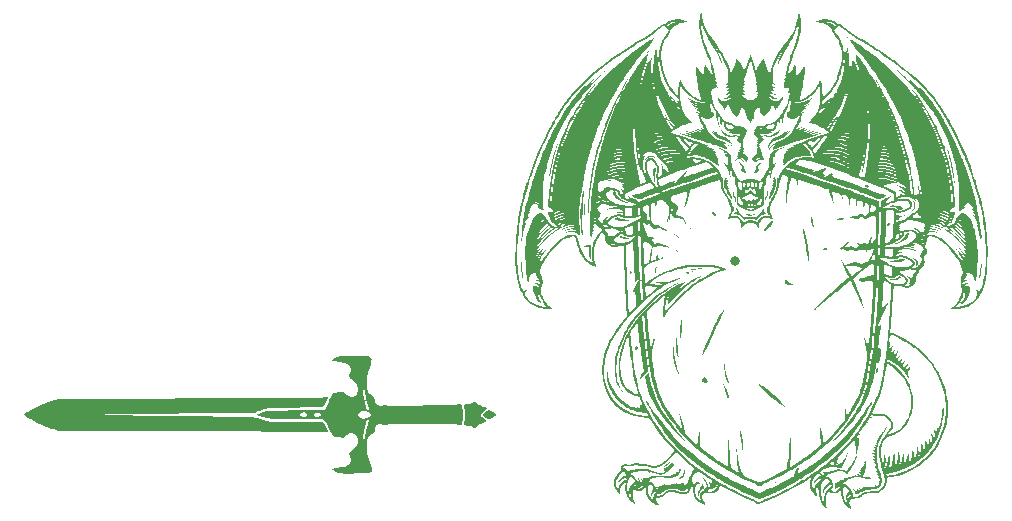
<source format=gbs>
G04 Layer: BottomSolderMaskLayer*
G04 EasyEDA v6.5.34, 2023-09-01 08:25:12*
G04 cc2bbb75409f4265bb42bba671d4d825,5105ad0bdac541d6bd466d525955c20a,10*
G04 Gerber Generator version 0.2*
G04 Scale: 100 percent, Rotated: No, Reflected: No *
G04 Dimensions in millimeters *
G04 leading zeros omitted , absolute positions ,4 integer and 5 decimal *
%FSLAX45Y45*%
%MOMM*%

%ADD10C,0.8132*%

%LPD*%
G36*
X7075170Y-357581D02*
G01*
X7072630Y-379018D01*
X7068667Y-399288D01*
X7061301Y-433120D01*
X7054748Y-447293D01*
X7054748Y-455320D01*
X7043318Y-484987D01*
X7039406Y-493979D01*
X7023150Y-527812D01*
X7008418Y-551383D01*
X7000951Y-559714D01*
X7000951Y-562914D01*
X6983577Y-586435D01*
X6974941Y-596290D01*
X6966254Y-608228D01*
X6939330Y-642975D01*
X6935707Y-648411D01*
X6962851Y-648411D01*
X6962851Y-650392D01*
X6958380Y-653186D01*
X6958380Y-648411D01*
X6935707Y-648411D01*
X6925919Y-663041D01*
X6923633Y-665327D01*
X6911848Y-683361D01*
X6885279Y-730707D01*
X6857593Y-787857D01*
X6857593Y-794969D01*
X6848602Y-811784D01*
X6848602Y-818591D01*
X6841591Y-832154D01*
X6837375Y-854405D01*
X6830568Y-864819D01*
X6825081Y-864616D01*
X6815937Y-850137D01*
X6795414Y-805078D01*
X6786118Y-782523D01*
X6780682Y-749858D01*
X6771081Y-749858D01*
X6757873Y-768197D01*
X6752539Y-774039D01*
X6723735Y-829868D01*
X6720840Y-842264D01*
X6714896Y-842264D01*
X6707733Y-834339D01*
X6702856Y-812495D01*
X6696252Y-799693D01*
X6696100Y-791565D01*
X6687464Y-773531D01*
X6687159Y-766775D01*
X6678472Y-748741D01*
X6678320Y-741984D01*
X6667347Y-718312D01*
X6662572Y-718312D01*
X6658102Y-730707D01*
X6653834Y-739698D01*
X6641795Y-773531D01*
X6633514Y-794664D01*
X6633514Y-801573D01*
X6624777Y-820877D01*
X6622186Y-837641D01*
X6615277Y-844550D01*
X6611416Y-844550D01*
X6585610Y-791565D01*
X6571030Y-766368D01*
X6556248Y-750112D01*
X6547357Y-748741D01*
X6543903Y-779424D01*
X6534962Y-799185D01*
X6534962Y-803808D01*
X6512204Y-850188D01*
X6505448Y-862837D01*
X6493510Y-861466D01*
X6489852Y-843432D01*
X6480606Y-811834D01*
X6472224Y-793343D01*
X6472174Y-787044D01*
X6463284Y-773531D01*
X6463284Y-767486D01*
X6454292Y-756005D01*
X6454292Y-749452D01*
X6445351Y-737971D01*
X6445351Y-732637D01*
X6430772Y-706526D01*
X6420916Y-690118D01*
X6416344Y-681075D01*
X6403136Y-663041D01*
X6381597Y-631494D01*
X6364681Y-611225D01*
X6338366Y-577088D01*
X6308648Y-532282D01*
X6305194Y-527812D01*
X6284061Y-482193D01*
X6283858Y-478180D01*
X6275222Y-460146D01*
X6275070Y-452678D01*
X6266688Y-428599D01*
X6257340Y-388010D01*
X6254445Y-359816D01*
X6251549Y-359816D01*
X6241237Y-379374D01*
X6237122Y-408330D01*
X6232499Y-432612D01*
X6232398Y-464667D01*
X6239611Y-523290D01*
X6248603Y-566115D01*
X6257645Y-602183D01*
X6275628Y-654050D01*
X6281470Y-667562D01*
X6292392Y-694639D01*
X6301943Y-719531D01*
X6301943Y-725220D01*
X6310934Y-742899D01*
X6311087Y-750976D01*
X6319723Y-769010D01*
X6320028Y-778052D01*
X6328714Y-796086D01*
X6328867Y-806145D01*
X6335522Y-823112D01*
X6342735Y-861466D01*
X6345021Y-876096D01*
X6342126Y-876096D01*
X6330137Y-868222D01*
X6320790Y-859180D01*
X6304584Y-838911D01*
X6293662Y-809599D01*
X6290564Y-792683D01*
X6286804Y-792683D01*
X6275070Y-829868D01*
X6275070Y-880364D01*
X6269888Y-883564D01*
X6231382Y-843381D01*
X6207506Y-814120D01*
X6202273Y-821334D01*
X6205169Y-877214D01*
X6212332Y-914908D01*
X6212332Y-932332D01*
X6220917Y-974191D01*
X6225590Y-998982D01*
X6230772Y-1023772D01*
X6239713Y-1055319D01*
X6248196Y-1079398D01*
X6248196Y-1092250D01*
X6243777Y-1094994D01*
X6220206Y-1087272D01*
X6193282Y-1074115D01*
X6184341Y-1068781D01*
X6170879Y-1059992D01*
X6138875Y-1034034D01*
X6107836Y-994460D01*
X6086906Y-957478D01*
X6086906Y-953871D01*
X6074562Y-928014D01*
X6070295Y-929386D01*
X6060541Y-962914D01*
X6053175Y-1026007D01*
X6053277Y-1049121D01*
X6046520Y-1054811D01*
X6030671Y-1039571D01*
X5999124Y-1000099D01*
X5980379Y-971905D01*
X5952439Y-914755D01*
X5952439Y-909929D01*
X5943498Y-893064D01*
X5943346Y-886256D01*
X5934710Y-868222D01*
X5934506Y-859180D01*
X5927852Y-846328D01*
X5923381Y-820877D01*
X5916625Y-796239D01*
X5916625Y-780288D01*
X5909868Y-741984D01*
X5909868Y-708152D01*
X5917082Y-658571D01*
X5926074Y-626973D01*
X5934760Y-606704D01*
X5946597Y-584149D01*
X5969609Y-554837D01*
X5988050Y-522935D01*
X5991098Y-498500D01*
X6000648Y-487883D01*
X6025286Y-471576D01*
X6027521Y-468833D01*
X6067856Y-449986D01*
X6092494Y-443280D01*
X6114897Y-438353D01*
X6124956Y-436422D01*
X6124956Y-432155D01*
X6105906Y-427024D01*
X6100978Y-422960D01*
X6049924Y-416001D01*
X6002883Y-421284D01*
X5980480Y-430022D01*
X5962548Y-439318D01*
X5939282Y-454609D01*
X5924448Y-457454D01*
X5917999Y-461162D01*
X5962040Y-461162D01*
X5975705Y-451154D01*
X6000648Y-439013D01*
X6029756Y-440740D01*
X6031992Y-441198D01*
X6018530Y-448665D01*
X6003290Y-449326D01*
X5997905Y-456793D01*
X5991148Y-456793D01*
X5980480Y-465175D01*
X5966104Y-472541D01*
X5964174Y-472541D01*
X5962040Y-461162D01*
X5917999Y-461162D01*
X5888634Y-478028D01*
X5825744Y-527812D01*
X5811469Y-537921D01*
X5809030Y-537921D01*
X5787491Y-553212D01*
X5774334Y-560628D01*
X5760923Y-569264D01*
X5728004Y-588670D01*
X5713831Y-597560D01*
X5682488Y-617982D01*
X5673547Y-623468D01*
X5662218Y-629259D01*
X5608574Y-664870D01*
X5517235Y-726186D01*
X5480812Y-753262D01*
X5449468Y-775614D01*
X5406339Y-809599D01*
X5380024Y-828649D01*
X5362092Y-845058D01*
X5337454Y-863447D01*
X5320131Y-879500D01*
X5312816Y-886561D01*
X5274716Y-918210D01*
X5180634Y-1012545D01*
X5142534Y-1057757D01*
X5115661Y-1093622D01*
X5111191Y-1098550D01*
X5103164Y-1109421D01*
X5087620Y-1131976D01*
X5039512Y-1204112D01*
X5034026Y-1213154D01*
X5026660Y-1228902D01*
X5023815Y-1231188D01*
X5007000Y-1258214D01*
X5001666Y-1269492D01*
X4996332Y-1276248D01*
X4973980Y-1319072D01*
X4960924Y-1341628D01*
X4906568Y-1452118D01*
X4892243Y-1485950D01*
X4868468Y-1537766D01*
X4856530Y-1567078D01*
X4850180Y-1581302D01*
X4850180Y-1586128D01*
X4834636Y-1621180D01*
X4821021Y-1659534D01*
X4814366Y-1671472D01*
X4814366Y-1678838D01*
X4805375Y-1696516D01*
X4805222Y-1704593D01*
X4796586Y-1722628D01*
X4796434Y-1732940D01*
X4787442Y-1750618D01*
X4787290Y-1758696D01*
X4778654Y-1776730D01*
X4778400Y-1785772D01*
X4769561Y-1805432D01*
X4769358Y-1815084D01*
X4760722Y-1833118D01*
X4760569Y-1841804D01*
X4751222Y-1873656D01*
X4743196Y-1902968D01*
X4737862Y-1923288D01*
X4728921Y-1959356D01*
X4724196Y-1981911D01*
X4715764Y-2010816D01*
X4715662Y-2024735D01*
X4706823Y-2058263D01*
X4706823Y-2074519D01*
X4699965Y-2100935D01*
X4695545Y-2144522D01*
X4691126Y-2159965D01*
X4686401Y-2222703D01*
X4682032Y-2245664D01*
X4677714Y-2331313D01*
X4675083Y-2437282D01*
X4690516Y-2437282D01*
X4692904Y-2356104D01*
X4697984Y-2272690D01*
X4702302Y-2225344D01*
X4706874Y-2182520D01*
X4716119Y-2103628D01*
X4724501Y-2063038D01*
X4728972Y-2038248D01*
X4734001Y-2013457D01*
X4742230Y-1979625D01*
X4747412Y-1957070D01*
X4756353Y-1921002D01*
X4762550Y-1893976D01*
X4779060Y-1837588D01*
X4787442Y-1813509D01*
X4787442Y-1806702D01*
X4794148Y-1792528D01*
X4807661Y-1745183D01*
X4814366Y-1730959D01*
X4814366Y-1723542D01*
X4821428Y-1709775D01*
X4827473Y-1691081D01*
X4834686Y-1670761D01*
X4841240Y-1656588D01*
X4841240Y-1651762D01*
X4849672Y-1632457D01*
X4859477Y-1605381D01*
X4868570Y-1582877D01*
X4883353Y-1549044D01*
X4895291Y-1519732D01*
X4903978Y-1503070D01*
X4903978Y-1498092D01*
X4933543Y-1436319D01*
X4971338Y-1359662D01*
X5007152Y-1292047D01*
X5014874Y-1280058D01*
X5043982Y-1229614D01*
X5051704Y-1217625D01*
X5060645Y-1201877D01*
X5078679Y-1177086D01*
X5087772Y-1161288D01*
X5104485Y-1136091D01*
X5126888Y-1105916D01*
X5174640Y-1045514D01*
X5189626Y-1028293D01*
X5274716Y-942441D01*
X5319674Y-902004D01*
X5357622Y-870762D01*
X5364378Y-863295D01*
X5397957Y-838047D01*
X5415889Y-822096D01*
X5440527Y-805129D01*
X5442762Y-802436D01*
X5480862Y-773531D01*
X5512206Y-751840D01*
X5536895Y-733755D01*
X5552541Y-722985D01*
X5571744Y-709269D01*
X5574030Y-709269D01*
X5588406Y-699160D01*
X5600090Y-690118D01*
X5625541Y-673201D01*
X5627471Y-673201D01*
X5693562Y-629259D01*
X5700420Y-625652D01*
X5733999Y-605434D01*
X5747461Y-596696D01*
X5763158Y-587400D01*
X5778804Y-577799D01*
X5787796Y-572820D01*
X5832602Y-543814D01*
X5895340Y-493674D01*
X5926683Y-475335D01*
X5935675Y-473100D01*
X5941618Y-472541D01*
X5964174Y-495096D01*
X5968034Y-495096D01*
X5974334Y-507492D01*
X5968898Y-525678D01*
X5935726Y-570636D01*
X5926582Y-584149D01*
X5908090Y-626973D01*
X5898845Y-660806D01*
X5894222Y-701700D01*
X5894222Y-742645D01*
X5900877Y-803249D01*
X5907633Y-822553D01*
X5907633Y-833272D01*
X5916676Y-861466D01*
X5926124Y-893013D01*
X5934557Y-912317D01*
X5934557Y-916787D01*
X5953302Y-956157D01*
X5975096Y-994460D01*
X5980480Y-1003350D01*
X6014618Y-1046327D01*
X6057239Y-1089812D01*
X6059271Y-1109421D01*
X6057290Y-1115060D01*
X6051499Y-1115060D01*
X6048959Y-1108303D01*
X6042050Y-1108303D01*
X6042050Y-1115212D01*
X6048806Y-1117803D01*
X6048806Y-1123086D01*
X6057747Y-1130808D01*
X6057747Y-1137615D01*
X6053734Y-1137615D01*
X6051194Y-1130858D01*
X6044336Y-1130858D01*
X6044336Y-1125372D01*
X6024168Y-1104392D01*
X6024168Y-1097026D01*
X6017006Y-1097026D01*
X6014770Y-1088440D01*
X6006592Y-1086307D01*
X6005118Y-1075690D01*
X5997244Y-1074166D01*
X5997244Y-1088034D01*
X6006236Y-1088034D01*
X6006236Y-1096518D01*
X6015177Y-1098854D01*
X6015177Y-1110386D01*
X6024168Y-1115212D01*
X6024168Y-1121664D01*
X6033109Y-1126490D01*
X6033109Y-1133094D01*
X6038088Y-1133094D01*
X6068822Y-1165809D01*
X6068974Y-1170279D01*
X6075781Y-1183386D01*
X6073089Y-1186027D01*
X6068720Y-1178204D01*
X6062776Y-1178204D01*
X6055969Y-1168044D01*
X6045454Y-1156970D01*
X6024321Y-1129741D01*
X6015177Y-1118870D01*
X6015177Y-1112824D01*
X6010605Y-1112824D01*
X6005169Y-1100429D01*
X5997244Y-1094536D01*
X5997244Y-1089101D01*
X5988304Y-1083462D01*
X5988304Y-1076756D01*
X5979363Y-1067714D01*
X5979363Y-1058722D01*
X5986068Y-1058722D01*
X5986068Y-1051966D01*
X5981446Y-1051966D01*
X5978855Y-1058722D01*
X5972962Y-1058722D01*
X5970016Y-1045210D01*
X5964123Y-1041806D01*
X5957011Y-1026007D01*
X5948121Y-1010259D01*
X5934049Y-980948D01*
X5925566Y-962406D01*
X5925566Y-956818D01*
X5918860Y-942594D01*
X5912459Y-920089D01*
X5902858Y-888492D01*
X5898235Y-870458D01*
X5889701Y-838911D01*
X5889650Y-825398D01*
X5882894Y-796086D01*
X5878880Y-675081D01*
X5876645Y-672846D01*
X5867908Y-677570D01*
X5859627Y-668375D01*
X5853887Y-676300D01*
X5853836Y-703630D01*
X5847029Y-730707D01*
X5842965Y-856945D01*
X5836462Y-882446D01*
X5835231Y-896416D01*
X5851652Y-896416D01*
X5851652Y-925423D01*
X5847181Y-928217D01*
X5847181Y-896416D01*
X5835231Y-896416D01*
X5833211Y-919327D01*
X5828131Y-914247D01*
X5826912Y-782523D01*
X5824474Y-763371D01*
X5831382Y-763371D01*
X5833973Y-753110D01*
X5832551Y-723950D01*
X5829604Y-730707D01*
X5827064Y-752094D01*
X5824270Y-763270D01*
X5815228Y-758393D01*
X5804255Y-764336D01*
X5799683Y-772871D01*
X5788558Y-802843D01*
X5780532Y-830122D01*
X5773369Y-844092D01*
X5770422Y-862533D01*
X5762040Y-872286D01*
X5762040Y-898398D01*
X5758281Y-900734D01*
X5748578Y-887577D01*
X5748578Y-874521D01*
X5757519Y-864158D01*
X5757519Y-849223D01*
X5763768Y-834390D01*
X5782564Y-775766D01*
X5789015Y-760018D01*
X5790895Y-722325D01*
X5798413Y-713943D01*
X5795772Y-707034D01*
X5788406Y-707034D01*
X5764276Y-732942D01*
X5764276Y-736854D01*
X5747207Y-757732D01*
X5730798Y-782523D01*
X5714847Y-805078D01*
X5707227Y-816356D01*
X5704890Y-818591D01*
X5695645Y-832154D01*
X5680506Y-859180D01*
X5666536Y-879500D01*
X5663387Y-886256D01*
X5650026Y-906526D01*
X5647668Y-912520D01*
X5739231Y-912520D01*
X5742279Y-902766D01*
X5753049Y-912977D01*
X5753049Y-936701D01*
X5749086Y-939190D01*
X5739231Y-912520D01*
X5647668Y-912520D01*
X5645099Y-918921D01*
X5641746Y-918921D01*
X5634278Y-935837D01*
X5633634Y-936955D01*
X5734050Y-936955D01*
X5743496Y-954989D01*
X5835904Y-954989D01*
X5838748Y-936955D01*
X5842406Y-936955D01*
X5845077Y-954989D01*
X5860592Y-954989D01*
X5860542Y-969670D01*
X5856173Y-976426D01*
X5856122Y-954989D01*
X5845077Y-954989D01*
X5845403Y-957224D01*
X5842457Y-973023D01*
X5838748Y-973023D01*
X5835904Y-954989D01*
X5743496Y-954989D01*
X5744108Y-956157D01*
X5744108Y-981811D01*
X5740196Y-984250D01*
X5737148Y-961034D01*
X5730646Y-951737D01*
X5730646Y-936955D01*
X5633634Y-936955D01*
X5627776Y-947115D01*
X5622950Y-953871D01*
X5616549Y-965149D01*
X5613914Y-970787D01*
X5725617Y-970787D01*
X5728512Y-989076D01*
X5725871Y-993394D01*
X5721705Y-990803D01*
X5721705Y-970787D01*
X5613914Y-970787D01*
X5607812Y-983843D01*
X5602935Y-986840D01*
X5602935Y-994918D01*
X5596185Y-1002741D01*
X5728411Y-1002741D01*
X5731256Y-995273D01*
X5733592Y-997610D01*
X5844438Y-997610D01*
X5847384Y-982065D01*
X5851448Y-982065D01*
X5854242Y-997153D01*
X5854159Y-997864D01*
X5869584Y-997864D01*
X5869584Y-1011123D01*
X5865063Y-1013866D01*
X5865063Y-997864D01*
X5854159Y-997864D01*
X5852769Y-1009243D01*
X5848654Y-1010259D01*
X5844438Y-997610D01*
X5733694Y-997712D01*
X5736082Y-1000150D01*
X5736213Y-1020571D01*
X5853328Y-1020571D01*
X5856122Y-1013256D01*
X5861710Y-1015085D01*
X5863945Y-1041450D01*
X5869635Y-1043330D01*
X5875477Y-1029309D01*
X5878525Y-1032408D01*
X5878220Y-1048562D01*
X5874664Y-1057605D01*
X5876696Y-1063091D01*
X5883605Y-1056182D01*
X5887669Y-1060246D01*
X5890361Y-1077874D01*
X5895898Y-1084630D01*
X5898896Y-1095908D01*
X5908090Y-1118463D01*
X5922924Y-1152245D01*
X5939028Y-1186078D01*
X5966002Y-1233424D01*
X5974842Y-1246936D01*
X5981649Y-1261618D01*
X5985764Y-1261618D01*
X5988507Y-1270254D01*
X6023711Y-1317040D01*
X6025286Y-1328013D01*
X6018022Y-1329436D01*
X5985052Y-1280769D01*
X5979363Y-1277162D01*
X5979363Y-1271320D01*
X5970371Y-1260906D01*
X5970371Y-1255420D01*
X5963208Y-1249375D01*
X5959297Y-1239062D01*
X5952439Y-1239062D01*
X5952439Y-1247495D01*
X5961430Y-1258925D01*
X5961430Y-1265834D01*
X5965545Y-1268425D01*
X5982258Y-1298803D01*
X6006592Y-1335887D01*
X6003594Y-1345285D01*
X5992012Y-1343914D01*
X5949492Y-1269847D01*
X5932830Y-1237945D01*
X5926124Y-1224381D01*
X5907125Y-1181557D01*
X5898692Y-1164894D01*
X5898642Y-1159052D01*
X5892444Y-1147064D01*
X5887008Y-1130401D01*
X5880811Y-1118463D01*
X5880760Y-1111046D01*
X5871921Y-1091387D01*
X5871819Y-1081227D01*
X5862828Y-1064412D01*
X5862828Y-1048918D01*
X5855563Y-1040841D01*
X5853328Y-1020571D01*
X5736213Y-1020571D01*
X5736234Y-1026007D01*
X5732272Y-1039571D01*
X5728868Y-1028293D01*
X5728411Y-1002741D01*
X5596185Y-1002741D01*
X5593994Y-1005281D01*
X5593994Y-1006856D01*
X5716625Y-1006856D01*
X5718911Y-1030478D01*
X5716727Y-1036167D01*
X5712764Y-1036167D01*
X5712764Y-1006856D01*
X5593994Y-1006856D01*
X5593994Y-1013358D01*
X5589574Y-1016101D01*
X5573014Y-1050848D01*
X5567121Y-1056792D01*
X5567121Y-1065530D01*
X5564356Y-1067917D01*
X5701284Y-1067917D01*
X5704382Y-1050848D01*
X5706973Y-1046327D01*
X5710986Y-1063396D01*
X5707938Y-1088034D01*
X5704281Y-1088034D01*
X5701284Y-1067917D01*
X5564356Y-1067917D01*
X5558129Y-1073251D01*
X5558129Y-1082903D01*
X5549188Y-1094384D01*
X5549188Y-1103172D01*
X5540806Y-1113942D01*
X5537708Y-1128217D01*
X5531256Y-1130706D01*
X5531137Y-1141679D01*
X5691987Y-1141679D01*
X5694324Y-1102664D01*
X5697829Y-1094079D01*
X5698006Y-1094536D01*
X5719470Y-1094536D01*
X5719470Y-1056995D01*
X5722264Y-1042924D01*
X5726074Y-1042924D01*
X5729020Y-1054760D01*
X5726379Y-1089355D01*
X5723483Y-1097026D01*
X5719470Y-1094536D01*
X5698006Y-1094536D01*
X5701995Y-1104950D01*
X5699709Y-1149400D01*
X5695086Y-1154023D01*
X5691987Y-1141679D01*
X5531137Y-1141679D01*
X5522315Y-1152956D01*
X5522264Y-1161288D01*
X5513374Y-1174800D01*
X5513324Y-1182116D01*
X5505043Y-1192834D01*
X5501995Y-1209294D01*
X5495442Y-1214831D01*
X5495391Y-1226667D01*
X5486501Y-1240180D01*
X5486450Y-1249222D01*
X5477510Y-1262735D01*
X5477459Y-1271727D01*
X5468569Y-1285290D01*
X5468518Y-1294282D01*
X5459628Y-1307846D01*
X5459577Y-1318158D01*
X5450586Y-1335836D01*
X5450586Y-1345184D01*
X5441645Y-1362862D01*
X5441492Y-1370939D01*
X5432856Y-1388973D01*
X5432552Y-1398016D01*
X5423865Y-1416050D01*
X5423831Y-1418285D01*
X5674207Y-1418285D01*
X5676747Y-1264970D01*
X5681421Y-1244701D01*
X5685485Y-1170279D01*
X5688838Y-1156919D01*
X5692241Y-1165809D01*
X5692495Y-1215390D01*
X5687720Y-1296568D01*
X5687872Y-1348384D01*
X5693868Y-1476908D01*
X5702655Y-1476908D01*
X5702655Y-1181557D01*
X5709259Y-1170279D01*
X5711850Y-1102512D01*
X5715304Y-1096975D01*
X5720130Y-1099972D01*
X5717336Y-1170279D01*
X5710072Y-1192834D01*
X5709937Y-1356309D01*
X5840425Y-1356309D01*
X5840425Y-1352905D01*
X5857240Y-1343558D01*
X5860745Y-1345387D01*
X5850534Y-1356207D01*
X5709937Y-1356309D01*
X5709919Y-1372565D01*
X5995060Y-1372565D01*
X6018530Y-1354582D01*
X6038697Y-1341678D01*
X6049924Y-1336090D01*
X6056630Y-1331772D01*
X6079032Y-1322070D01*
X6095593Y-1313484D01*
X6100775Y-1313484D01*
X6114897Y-1306982D01*
X6148476Y-1295806D01*
X6167526Y-1292758D01*
X6167526Y-1281938D01*
X6150711Y-1271066D01*
X6132474Y-1251458D01*
X6114796Y-1228902D01*
X6096203Y-1190599D01*
X6087313Y-1165809D01*
X6078474Y-1134262D01*
X6070447Y-1084630D01*
X6068568Y-1023772D01*
X6073089Y-988212D01*
X6079032Y-984402D01*
X6083198Y-985723D01*
X6088024Y-994308D01*
X6116015Y-1033424D01*
X6151727Y-1067003D01*
X6177635Y-1084783D01*
X6204508Y-1097432D01*
X6220206Y-1105509D01*
X6239560Y-1108760D01*
X6241796Y-1114602D01*
X6281775Y-1117803D01*
X6281775Y-1121816D01*
X6247079Y-1121765D01*
X6229146Y-1115263D01*
X6213551Y-1115060D01*
X6188811Y-1105611D01*
X6172250Y-1097026D01*
X6165646Y-1097026D01*
X6159500Y-1090879D01*
X6149594Y-1087729D01*
X6149594Y-1096518D01*
X6158585Y-1098854D01*
X6158585Y-1108303D01*
X6154115Y-1108303D01*
X6154115Y-1112723D01*
X6165596Y-1108303D01*
X6174282Y-1108303D01*
X6174282Y-1112520D01*
X6165291Y-1115364D01*
X6165291Y-1117346D01*
X6189929Y-1117346D01*
X6189929Y-1121816D01*
X6178753Y-1121816D01*
X6178753Y-1117346D01*
X6165291Y-1117346D01*
X6165291Y-1123797D01*
X6175400Y-1125220D01*
X6175556Y-1126337D01*
X6210096Y-1126337D01*
X6210096Y-1130858D01*
X6198920Y-1130858D01*
X6198920Y-1126337D01*
X6175556Y-1126337D01*
X6176822Y-1135380D01*
X6192164Y-1135380D01*
X6192164Y-1139444D01*
X6178186Y-1144371D01*
X6210096Y-1144371D01*
X6210096Y-1148892D01*
X6196685Y-1148892D01*
X6196685Y-1144371D01*
X6178186Y-1144371D01*
X6183782Y-1151128D01*
X6191859Y-1151128D01*
X6192578Y-1153414D01*
X6232245Y-1153414D01*
X6234988Y-1157884D01*
X6219342Y-1157884D01*
X6216548Y-1153414D01*
X6192578Y-1153414D01*
X6194704Y-1160170D01*
X6203391Y-1160170D01*
X6211722Y-1168552D01*
X6228029Y-1171651D01*
X6228029Y-1175461D01*
X6220917Y-1178204D01*
X6209792Y-1178204D01*
X6210227Y-1180439D01*
X6245961Y-1180439D01*
X6245961Y-1184960D01*
X6241491Y-1184960D01*
X6241491Y-1180439D01*
X6210227Y-1180439D01*
X6211265Y-1186027D01*
X6222644Y-1188364D01*
X6237579Y-1200200D01*
X6234480Y-1205230D01*
X6223558Y-1205230D01*
X6223558Y-1198473D01*
X6208979Y-1198626D01*
X6217666Y-1205230D01*
X6222441Y-1205484D01*
X6224028Y-1207516D01*
X6275070Y-1207516D01*
X6275070Y-1212037D01*
X6268364Y-1212037D01*
X6268364Y-1207516D01*
X6224028Y-1207516D01*
X6233363Y-1219403D01*
X6222898Y-1227937D01*
X6230721Y-1233678D01*
X6233109Y-1255979D01*
X6236411Y-1260500D01*
X6242100Y-1278534D01*
X6250432Y-1290472D01*
X6250432Y-1298549D01*
X6262116Y-1310843D01*
X6259118Y-1315720D01*
X6252667Y-1315720D01*
X6252667Y-1320241D01*
X6261658Y-1320241D01*
X6261658Y-1326692D01*
X6275070Y-1336294D01*
X6275070Y-1340510D01*
X6262319Y-1340510D01*
X6252006Y-1331468D01*
X6241491Y-1331468D01*
X6241491Y-1338376D01*
X6252667Y-1342745D01*
X6281775Y-1342745D01*
X6281775Y-1347266D01*
X6277559Y-1347266D01*
X6274816Y-1342745D01*
X6252667Y-1342745D01*
X6252667Y-1349552D01*
X6242608Y-1349502D01*
X6229146Y-1340561D01*
X6216497Y-1340510D01*
X6217970Y-1348232D01*
X6229146Y-1350873D01*
X6229317Y-1351788D01*
X6263894Y-1351788D01*
X6263894Y-1356309D01*
X6257391Y-1356309D01*
X6254648Y-1351788D01*
X6229317Y-1351788D01*
X6230569Y-1358544D01*
X6220714Y-1358544D01*
X6205728Y-1349248D01*
X6193282Y-1350670D01*
X6193282Y-1357426D01*
X6204508Y-1359001D01*
X6206665Y-1360779D01*
X6245961Y-1360779D01*
X6245961Y-1365300D01*
X6234988Y-1365300D01*
X6232245Y-1360779D01*
X6206665Y-1360779D01*
X6210300Y-1363776D01*
X6204508Y-1367485D01*
X6195110Y-1367586D01*
X6184798Y-1358544D01*
X6167526Y-1358544D01*
X6167526Y-1366977D01*
X6161264Y-1367586D01*
X6180632Y-1367586D01*
X6186508Y-1369822D01*
X6221323Y-1369822D01*
X6221323Y-1374343D01*
X6214567Y-1374343D01*
X6214567Y-1369822D01*
X6186508Y-1369822D01*
X6187694Y-1370279D01*
X6185204Y-1374343D01*
X6167526Y-1374343D01*
X6167526Y-1367586D01*
X6161264Y-1367586D01*
X6144514Y-1369212D01*
X6140450Y-1376578D01*
X6125311Y-1376578D01*
X6118250Y-1379321D01*
X6118250Y-1381404D01*
X6142431Y-1381404D01*
X6145377Y-1376578D01*
X6160566Y-1376578D01*
X6161935Y-1378813D01*
X6203391Y-1378813D01*
X6203391Y-1383334D01*
X6194399Y-1383334D01*
X6194399Y-1378813D01*
X6161935Y-1378813D01*
X6163614Y-1381607D01*
X6157468Y-1385722D01*
X6144361Y-1383284D01*
X6142431Y-1381404D01*
X6118250Y-1381404D01*
X6118250Y-1385366D01*
X6139180Y-1386738D01*
X6139538Y-1387856D01*
X6183223Y-1387856D01*
X6183223Y-1392377D01*
X6171996Y-1392377D01*
X6171996Y-1387856D01*
X6139538Y-1387856D01*
X6140958Y-1392123D01*
X6125362Y-1395069D01*
X6116015Y-1392072D01*
X6116015Y-1385620D01*
X6096965Y-1385671D01*
X6090361Y-1389888D01*
X6093409Y-1392885D01*
X6114135Y-1395272D01*
X6114749Y-1396847D01*
X6158585Y-1396847D01*
X6158585Y-1401368D01*
X6149594Y-1401368D01*
X6149594Y-1396847D01*
X6114749Y-1396847D01*
X6116421Y-1401267D01*
X6132830Y-1404315D01*
X6148425Y-1412646D01*
X6154115Y-1412646D01*
X6170828Y-1421688D01*
X6177635Y-1421688D01*
X6206744Y-1431340D01*
X6230670Y-1439722D01*
X6240373Y-1439875D01*
X6258255Y-1448562D01*
X6265722Y-1448714D01*
X6289649Y-1457147D01*
X6296645Y-1459230D01*
X6420713Y-1459230D01*
X6423660Y-1462227D01*
X6420713Y-1465275D01*
X6420713Y-1459230D01*
X6296645Y-1459230D01*
X6320993Y-1466443D01*
X6352387Y-1475232D01*
X6372555Y-1480616D01*
X6394958Y-1487068D01*
X6409080Y-1493824D01*
X6416243Y-1493824D01*
X6432956Y-1502816D01*
X6442557Y-1502816D01*
X6448145Y-1509572D01*
X6465519Y-1509572D01*
X6465468Y-1506220D01*
X6460896Y-1489557D01*
X6453124Y-1487068D01*
X6448704Y-1477060D01*
X6437477Y-1474470D01*
X6437477Y-1467866D01*
X6452108Y-1466443D01*
X6454800Y-1473555D01*
X6471818Y-1476298D01*
X6474155Y-1485290D01*
X6479794Y-1483410D01*
X6481572Y-1478026D01*
X6473698Y-1474978D01*
X6465519Y-1466748D01*
X6458356Y-1466748D01*
X6446977Y-1457756D01*
X6438747Y-1457756D01*
X6424066Y-1448714D01*
X6416344Y-1448714D01*
X6372961Y-1428038D01*
X6359499Y-1418285D01*
X6331559Y-1388973D01*
X6310731Y-1363116D01*
X6281420Y-1305560D01*
X6275070Y-1298448D01*
X6275070Y-1294739D01*
X6259068Y-1270508D01*
X6248196Y-1239164D01*
X6248247Y-1235659D01*
X6252210Y-1229410D01*
X6274155Y-1248003D01*
X6296355Y-1254810D01*
X6313424Y-1254861D01*
X6334455Y-1249680D01*
X6342938Y-1242466D01*
X6355740Y-1224838D01*
X6355740Y-1210310D01*
X6352946Y-1196238D01*
X6349288Y-1196238D01*
X6346393Y-1215796D01*
X6342278Y-1222146D01*
X6337858Y-1215390D01*
X6337757Y-1204112D01*
X6330950Y-1179322D01*
X6326479Y-1141628D01*
X6321958Y-1133094D01*
X6321552Y-1113078D01*
X6332220Y-1099515D01*
X6335572Y-1099312D01*
X6335572Y-1125372D01*
X6344513Y-1143000D01*
X6347460Y-1159002D01*
X6357823Y-1178560D01*
X6374079Y-1201369D01*
X6377787Y-1226667D01*
X6386017Y-1278534D01*
X6390436Y-1277416D01*
X6392672Y-1233779D01*
X6397396Y-1232204D01*
X6407861Y-1246479D01*
X6410909Y-1290421D01*
X6417868Y-1301140D01*
X6421069Y-1320241D01*
X6425184Y-1320241D01*
X6425184Y-1279652D01*
X6433616Y-1279652D01*
X6440881Y-1290777D01*
X6440881Y-1315618D01*
X6456527Y-1315618D01*
X6456527Y-1307439D01*
X6459524Y-1304442D01*
X6469024Y-1304442D01*
X6494526Y-1313484D01*
X6501892Y-1313484D01*
X6528257Y-1325372D01*
X6528257Y-1326794D01*
X6525082Y-1333754D01*
X6580022Y-1333754D01*
X6577279Y-1338275D01*
X6573062Y-1338275D01*
X6573062Y-1333754D01*
X6525082Y-1333754D01*
X6522974Y-1338376D01*
X6511442Y-1341628D01*
X6479794Y-1341628D01*
X6464401Y-1328572D01*
X6456527Y-1315618D01*
X6440881Y-1315618D01*
X6440881Y-1317142D01*
X6447942Y-1338122D01*
X6464401Y-1351686D01*
X6472072Y-1358341D01*
X6494729Y-1361389D01*
X6496659Y-1364488D01*
X6481165Y-1370126D01*
X6481165Y-1373733D01*
X6502450Y-1378458D01*
X6520383Y-1385417D01*
X6577279Y-1385620D01*
X6580276Y-1390497D01*
X6565392Y-1402994D01*
X6545681Y-1394206D01*
X6529374Y-1396847D01*
X6508902Y-1399641D01*
X6474663Y-1391970D01*
X6469430Y-1385620D01*
X6465722Y-1385620D01*
X6450888Y-1375460D01*
X6425184Y-1355242D01*
X6425184Y-1351788D01*
X6418478Y-1351788D01*
X6418478Y-1358290D01*
X6422948Y-1361084D01*
X6422948Y-1371701D01*
X6448704Y-1394561D01*
X6452819Y-1394612D01*
X6459931Y-1401064D01*
X6495186Y-1412646D01*
X6524955Y-1412646D01*
X6541668Y-1403654D01*
X6551777Y-1403908D01*
X6562750Y-1417878D01*
X6552895Y-1424482D01*
X6552895Y-1435252D01*
X6561836Y-1442974D01*
X6561836Y-1448257D01*
X6568541Y-1450848D01*
X6568541Y-1457248D01*
X6561074Y-1460144D01*
X6566611Y-1465630D01*
X6571030Y-1457756D01*
X6577533Y-1457756D01*
X6586931Y-1467205D01*
X6584340Y-1480464D01*
X6589877Y-1489506D01*
X6578752Y-1497990D01*
X6586931Y-1507032D01*
X6583984Y-1511858D01*
X6578650Y-1512112D01*
X6568338Y-1525219D01*
X6573570Y-1535074D01*
X6564579Y-1542288D01*
X6561632Y-1552143D01*
X6567424Y-1561693D01*
X6558940Y-1568043D01*
X6554012Y-1569872D01*
X6559702Y-1579524D01*
X6551828Y-1591868D01*
X6543903Y-1597761D01*
X6543903Y-1603806D01*
X6537198Y-1606397D01*
X6537198Y-1617827D01*
X6541668Y-1617827D01*
X6541668Y-1611884D01*
X6555740Y-1601419D01*
X6580886Y-1601673D01*
X6605524Y-1614424D01*
X6609181Y-1620164D01*
X6613347Y-1617522D01*
X6613347Y-1613306D01*
X6607149Y-1613306D01*
X6605066Y-1605127D01*
X6583832Y-1591005D01*
X6578955Y-1589328D01*
X6582257Y-1583994D01*
X6598259Y-1583994D01*
X6616750Y-1603400D01*
X6624828Y-1614424D01*
X6630924Y-1623415D01*
X6634022Y-1611020D01*
X6639407Y-1611020D01*
X6649212Y-1597710D01*
X6649212Y-1588312D01*
X6643624Y-1580896D01*
X6620002Y-1557223D01*
X6610451Y-1555800D01*
X6605625Y-1548028D01*
X6610908Y-1533956D01*
X6605574Y-1525371D01*
X6611061Y-1516532D01*
X6608318Y-1508455D01*
X6596583Y-1498396D01*
X6606082Y-1488897D01*
X6601866Y-1470152D01*
X6604711Y-1450695D01*
X6599377Y-1444193D01*
X6604914Y-1437487D01*
X6602628Y-1425346D01*
X6607759Y-1416100D01*
X6631279Y-1389329D01*
X6632651Y-1363472D01*
X6638645Y-1356156D01*
X6630263Y-1340510D01*
X6621221Y-1337767D01*
X6600342Y-1317396D01*
X6594398Y-1326997D01*
X6591249Y-1326997D01*
X6589877Y-1314653D01*
X6581902Y-1313129D01*
X6573367Y-1323594D01*
X6570319Y-1315720D01*
X6564020Y-1315720D01*
X6555740Y-1320901D01*
X6529374Y-1306372D01*
X6500825Y-1295400D01*
X6489700Y-1295400D01*
X6473342Y-1288135D01*
X6449872Y-1276654D01*
X6435242Y-1257554D01*
X6428536Y-1247749D01*
X6397599Y-1206550D01*
X6388963Y-1197356D01*
X6365697Y-1165809D01*
X6355740Y-1145032D01*
X6355588Y-1138732D01*
X6346901Y-1120698D01*
X6346748Y-1104747D01*
X6337808Y-1087069D01*
X6337604Y-1062075D01*
X6331153Y-1044041D01*
X6331102Y-1020622D01*
X6338925Y-1016203D01*
X6340500Y-977544D01*
X6344107Y-977544D01*
X6347053Y-999185D01*
X6350762Y-1005230D01*
X6355740Y-995883D01*
X6355791Y-978662D01*
X6358483Y-968552D01*
X6362039Y-968552D01*
X6367627Y-1000099D01*
X6370929Y-1000099D01*
X6373672Y-989126D01*
X6382613Y-986282D01*
X6382613Y-976325D01*
X6375704Y-966368D01*
X6380835Y-956716D01*
X6373164Y-938123D01*
X6369253Y-927963D01*
X6373164Y-927963D01*
X6375958Y-920597D01*
X6365240Y-902004D01*
X6368542Y-893013D01*
X6355740Y-847902D01*
X6355740Y-835660D01*
X6348425Y-814120D01*
X6342583Y-789279D01*
X6335522Y-764489D01*
X6328867Y-750316D01*
X6328867Y-742645D01*
X6322314Y-728421D01*
X6308598Y-690118D01*
X6301943Y-678129D01*
X6301943Y-672744D01*
X6295440Y-658571D01*
X6283299Y-624738D01*
X6266129Y-572871D01*
X6266129Y-564591D01*
X6257696Y-534568D01*
X6250330Y-478180D01*
X6250432Y-450037D01*
X6254902Y-450037D01*
X6254902Y-457454D01*
X6265570Y-480466D01*
X6275070Y-502005D01*
X6275070Y-506272D01*
X6299504Y-559358D01*
X6306362Y-575157D01*
X6310731Y-581914D01*
X6348286Y-648411D01*
X6371437Y-648411D01*
X6371437Y-652932D01*
X6366916Y-652932D01*
X6366916Y-648411D01*
X6348286Y-648411D01*
X6355283Y-660806D01*
X6380226Y-701395D01*
X6396177Y-732942D01*
X6400038Y-739698D01*
X6404965Y-750976D01*
X6409029Y-757732D01*
X6413957Y-769010D01*
X6418224Y-775766D01*
X6420967Y-792988D01*
X6426301Y-791210D01*
X6427724Y-776681D01*
X6418478Y-760882D01*
X6418478Y-751890D01*
X6409893Y-735228D01*
X6382512Y-678840D01*
X6382613Y-673455D01*
X6376568Y-669848D01*
X6373571Y-657402D01*
X6379260Y-657453D01*
X6388201Y-671931D01*
X6394958Y-681482D01*
X6407708Y-701395D01*
X6417462Y-717143D01*
X6422745Y-726186D01*
X6445707Y-773531D01*
X6453784Y-791565D01*
X6460744Y-808075D01*
X6472224Y-841451D01*
X6473088Y-888492D01*
X6472377Y-948893D01*
X6465519Y-956462D01*
X6465519Y-961542D01*
X6457696Y-965911D01*
X6460591Y-968857D01*
X6474256Y-961745D01*
X6478930Y-961745D01*
X6478930Y-970280D01*
X6456527Y-994308D01*
X6456527Y-995578D01*
X6469735Y-995578D01*
X6472478Y-991057D01*
X6481165Y-991057D01*
X6481165Y-997813D01*
X6465163Y-1015695D01*
X6456527Y-1018438D01*
X6456527Y-1024890D01*
X6471107Y-1024890D01*
X6484569Y-1015898D01*
X6487922Y-1015898D01*
X6487922Y-1022756D01*
X6473342Y-1038860D01*
X6454394Y-1051712D01*
X6438646Y-1054709D01*
X6438646Y-1059129D01*
X6462166Y-1057097D01*
X6482283Y-1049324D01*
X6484569Y-1045921D01*
X6494627Y-1043330D01*
X6494627Y-1047648D01*
X6489039Y-1054608D01*
X6487480Y-1056132D01*
X6597142Y-1056132D01*
X6602374Y-1050848D01*
X6615988Y-1058722D01*
X6622338Y-1058722D01*
X6622338Y-1054709D01*
X6616547Y-1052474D01*
X6603288Y-1032764D01*
X6599936Y-1031290D01*
X6599936Y-1024890D01*
X6604863Y-1024890D01*
X6620256Y-1032256D01*
X6623456Y-1029055D01*
X6615633Y-1023264D01*
X6615633Y-1019962D01*
X6606641Y-1008481D01*
X6606641Y-999693D01*
X6615633Y-997305D01*
X6615582Y-989939D01*
X6607048Y-976884D01*
X6609384Y-970787D01*
X6615328Y-970787D01*
X6617563Y-967181D01*
X6613245Y-947724D01*
X6618071Y-941882D01*
X6615074Y-919429D01*
X6624218Y-888492D01*
X6627215Y-870610D01*
X6633514Y-858316D01*
X6633667Y-847902D01*
X6642353Y-829868D01*
X6642608Y-820877D01*
X6651447Y-801217D01*
X6651599Y-793800D01*
X6660286Y-775766D01*
X6660438Y-768654D01*
X6663385Y-765657D01*
X6666941Y-765657D01*
X6676339Y-786993D01*
X6680403Y-805383D01*
X6687261Y-818591D01*
X6687312Y-826109D01*
X6695694Y-850188D01*
X6705549Y-883970D01*
X6714185Y-911047D01*
X6714185Y-943203D01*
X6720484Y-948436D01*
X6713321Y-966724D01*
X6723684Y-974598D01*
X6720382Y-985418D01*
X6713575Y-993241D01*
X6719214Y-1000099D01*
X6725462Y-1000099D01*
X6722516Y-1012037D01*
X6713067Y-1026972D01*
X6707479Y-1027125D01*
X6707479Y-1031646D01*
X6715556Y-1031646D01*
X6724294Y-1025042D01*
X6729882Y-1024890D01*
X6729882Y-1033526D01*
X6726529Y-1035050D01*
X6714134Y-1054201D01*
X6709714Y-1054201D01*
X6709714Y-1058722D01*
X6720433Y-1058722D01*
X6723024Y-1051966D01*
X6729628Y-1051966D01*
X6732524Y-1056741D01*
X6719773Y-1075588D01*
X6710832Y-1083767D01*
X6683959Y-1097026D01*
X6645706Y-1097026D01*
X6616852Y-1082294D01*
X6597142Y-1056132D01*
X6487480Y-1056132D01*
X6475577Y-1067816D01*
X6458915Y-1078788D01*
X6443116Y-1081735D01*
X6443116Y-1085291D01*
X6450177Y-1088034D01*
X6466636Y-1087882D01*
X6486804Y-1077772D01*
X6500215Y-1068984D01*
X6503517Y-1064361D01*
X6503568Y-1072286D01*
X6497980Y-1082395D01*
X6489039Y-1093114D01*
X6462166Y-1106068D01*
X6429349Y-1106068D01*
X6409232Y-1094232D01*
X6395313Y-1076807D01*
X6389522Y-1081633D01*
X6392316Y-1095908D01*
X6401917Y-1113942D01*
X6413652Y-1132535D01*
X6430416Y-1146403D01*
X6429908Y-1169162D01*
X6434277Y-1169162D01*
X6436868Y-1162405D01*
X6443014Y-1162405D01*
X6445097Y-1172565D01*
X6447790Y-1189482D01*
X6451955Y-1189482D01*
X6454546Y-1177086D01*
X6462928Y-1154531D01*
X6465620Y-1145489D01*
X6476238Y-1132535D01*
X6481165Y-1135634D01*
X6481165Y-1142390D01*
X6490512Y-1165809D01*
X6500215Y-1185875D01*
X6510172Y-1201216D01*
X6539382Y-1232306D01*
X6543395Y-1232306D01*
X6545732Y-1223264D01*
X6551066Y-1223264D01*
X6553403Y-1232306D01*
X6557822Y-1232306D01*
X6570573Y-1218539D01*
X6579920Y-1203350D01*
X6582257Y-1172565D01*
X6592011Y-1153414D01*
X6594602Y-1153414D01*
X6606082Y-1165809D01*
X6622237Y-1189228D01*
X6631838Y-1217625D01*
X6634734Y-1254556D01*
X6638391Y-1258214D01*
X6644741Y-1249476D01*
X6644741Y-1243584D01*
X6649212Y-1243584D01*
X6649212Y-1270609D01*
X6655816Y-1270609D01*
X6662674Y-1283919D01*
X6662674Y-1290929D01*
X6667144Y-1290929D01*
X6667144Y-1282750D01*
X6678320Y-1267510D01*
X6678320Y-1255420D01*
X6681165Y-1241298D01*
X6684721Y-1241298D01*
X6687667Y-1254810D01*
X6692290Y-1257655D01*
X6696202Y-1251458D01*
X6696252Y-1218793D01*
X6705955Y-1190599D01*
X6723176Y-1167130D01*
X6723176Y-1162659D01*
X6733082Y-1155649D01*
X6739077Y-1155649D01*
X6745325Y-1170686D01*
X6747509Y-1192834D01*
X6750659Y-1206398D01*
X6768795Y-1228902D01*
X6772656Y-1233424D01*
X6781393Y-1222146D01*
X6790690Y-1233424D01*
X6792671Y-1228750D01*
X6816191Y-1204112D01*
X6829602Y-1183843D01*
X6839508Y-1163523D01*
X6850583Y-1134262D01*
X6855612Y-1134262D01*
X6866178Y-1154531D01*
X6878370Y-1187094D01*
X6881977Y-1184859D01*
X6884974Y-1164590D01*
X6889242Y-1161948D01*
X6897116Y-1169162D01*
X6899960Y-1169162D01*
X6899046Y-1147368D01*
X6916978Y-1129741D01*
X6925868Y-1116177D01*
X6938213Y-1091895D01*
X6938213Y-1076756D01*
X6932015Y-1076756D01*
X6924700Y-1087983D01*
X6901992Y-1106068D01*
X6868464Y-1106068D01*
X6845249Y-1096162D01*
X6830669Y-1084630D01*
X6830669Y-1080465D01*
X6823557Y-1072540D01*
X6826250Y-1068120D01*
X6838543Y-1074724D01*
X6860946Y-1087729D01*
X6881114Y-1087932D01*
X6887667Y-1083767D01*
X6875221Y-1078992D01*
X6869887Y-1078890D01*
X6850634Y-1065784D01*
X6832498Y-1046987D01*
X6836359Y-1043127D01*
X6869887Y-1058519D01*
X6878878Y-1059230D01*
X6891172Y-1058722D01*
X6891172Y-1054608D01*
X6872122Y-1051407D01*
X6865416Y-1045819D01*
X6839102Y-1020013D01*
X6843826Y-1015288D01*
X6859219Y-1024890D01*
X6870750Y-1024890D01*
X6873392Y-1020571D01*
X6860946Y-1012494D01*
X6853021Y-1003503D01*
X6846468Y-991514D01*
X6852970Y-989025D01*
X6859524Y-995578D01*
X6873240Y-995578D01*
X6873240Y-991362D01*
X6865112Y-988771D01*
X6850837Y-968400D01*
X6850837Y-961745D01*
X6857288Y-961745D01*
X6859727Y-965758D01*
X6871004Y-967892D01*
X6871004Y-964031D01*
X6864299Y-964031D01*
X6864299Y-954989D01*
X6860031Y-954989D01*
X6856222Y-940358D01*
X6858863Y-904290D01*
X6855206Y-881735D01*
X6858152Y-838911D01*
X6868464Y-807008D01*
X6876135Y-789279D01*
X6913981Y-712673D01*
X6926935Y-692353D01*
X6930034Y-685596D01*
X6940651Y-672084D01*
X6949440Y-661568D01*
X6949440Y-657402D01*
X6953910Y-657402D01*
X6953910Y-668832D01*
X6947204Y-671423D01*
X6947204Y-681939D01*
X6943598Y-684174D01*
X6919925Y-732942D01*
X6911340Y-749604D01*
X6911340Y-758901D01*
X6902399Y-775716D01*
X6902399Y-783285D01*
X6905091Y-790448D01*
X6908850Y-790448D01*
X6911848Y-770077D01*
X6915556Y-767791D01*
X6940854Y-717143D01*
X6958888Y-683361D01*
X6973468Y-660806D01*
X6986168Y-638251D01*
X6989013Y-636016D01*
X6995769Y-622503D01*
X7012127Y-592277D01*
X7024674Y-570636D01*
X7037222Y-543560D01*
X7045756Y-526897D01*
X7045756Y-520954D01*
X7054748Y-504139D01*
X7054748Y-498398D01*
X7063079Y-482701D01*
X7066229Y-468376D01*
X7072172Y-463397D01*
X7075119Y-447751D01*
X7079386Y-447751D01*
X7079437Y-478180D01*
X7072528Y-523290D01*
X7068261Y-545846D01*
X7063333Y-566115D01*
X7054697Y-595426D01*
X7034428Y-657504D01*
X7027265Y-674319D01*
X7018883Y-692861D01*
X7018883Y-698449D01*
X7012228Y-710387D01*
X7005066Y-730707D01*
X6997293Y-757732D01*
X6992010Y-767588D01*
X6992010Y-777341D01*
X6985457Y-791565D01*
X6976618Y-827633D01*
X6964476Y-879500D01*
X6960209Y-884986D01*
X6963003Y-902004D01*
X6954062Y-919530D01*
X6956653Y-938479D01*
X6949033Y-953312D01*
X6951319Y-965149D01*
X6946087Y-985062D01*
X6952488Y-987196D01*
X6962495Y-998067D01*
X6964832Y-985418D01*
X6967626Y-964031D01*
X6971538Y-964031D01*
X6974078Y-983183D01*
X6975195Y-998982D01*
X6981850Y-998982D01*
X6985609Y-975309D01*
X6989572Y-975309D01*
X6990892Y-1012494D01*
X6985050Y-1025144D01*
X6986371Y-1043025D01*
X6990892Y-1042974D01*
X6992213Y-1018133D01*
X6996379Y-1018133D01*
X6999224Y-1029411D01*
X6996734Y-1044041D01*
X6992264Y-1066596D01*
X6992010Y-1090269D01*
X6987844Y-1090269D01*
X6983425Y-1104950D01*
X6980631Y-1121664D01*
X6974128Y-1134262D01*
X6974078Y-1141577D01*
X6962089Y-1168044D01*
X6943852Y-1192834D01*
X6938975Y-1197356D01*
X6912356Y-1231188D01*
X6899046Y-1251458D01*
X6894525Y-1257960D01*
X6868871Y-1283766D01*
X6851954Y-1289253D01*
X6847331Y-1292910D01*
X6820611Y-1297279D01*
X6807149Y-1304391D01*
X6799884Y-1304442D01*
X6795008Y-1310386D01*
X6772148Y-1321104D01*
X6763308Y-1315567D01*
X6758990Y-1318209D01*
X6758990Y-1324711D01*
X6754875Y-1324711D01*
X6746036Y-1312519D01*
X6738823Y-1318514D01*
X6738823Y-1329232D01*
X6734809Y-1329232D01*
X6732270Y-1322476D01*
X6724700Y-1322476D01*
X6710269Y-1337716D01*
X6743141Y-1337716D01*
X6744766Y-1332839D01*
X6758787Y-1329182D01*
X6761480Y-1324711D01*
X6765747Y-1324711D01*
X6765747Y-1326794D01*
X6763973Y-1330655D01*
X6801561Y-1330655D01*
X6801561Y-1325067D01*
X6825945Y-1313484D01*
X6836308Y-1313281D01*
X6858711Y-1304848D01*
X6868210Y-1304442D01*
X6872986Y-1310182D01*
X6864502Y-1329283D01*
X6851954Y-1340205D01*
X6831177Y-1343101D01*
X6810197Y-1339951D01*
X6801561Y-1330655D01*
X6763973Y-1330655D01*
X6760616Y-1338072D01*
X6753402Y-1339545D01*
X6743141Y-1337716D01*
X6710269Y-1337716D01*
X6707631Y-1340510D01*
X6701180Y-1340510D01*
X6693277Y-1354023D01*
X6731863Y-1354023D01*
X6734606Y-1349552D01*
X6738823Y-1349552D01*
X6738823Y-1358544D01*
X6734606Y-1358544D01*
X6731863Y-1354023D01*
X6693277Y-1354023D01*
X6691782Y-1356563D01*
X6691782Y-1363370D01*
X6700367Y-1360627D01*
X6702958Y-1364843D01*
X6696456Y-1367332D01*
X6697010Y-1372057D01*
X6804558Y-1372057D01*
X6801561Y-1375054D01*
X6798564Y-1372057D01*
X6697010Y-1372057D01*
X6699199Y-1390751D01*
X6721551Y-1414881D01*
X6727088Y-1425651D01*
X6724853Y-1437487D01*
X6730441Y-1444193D01*
X6724853Y-1451000D01*
X6727342Y-1463700D01*
X6723938Y-1489100D01*
X6733235Y-1498600D01*
X6720586Y-1507947D01*
X6723583Y-1529994D01*
X6718096Y-1536649D01*
X6723176Y-1536649D01*
X6723176Y-1550162D01*
X6758736Y-1550162D01*
X6761480Y-1554683D01*
X6752285Y-1554683D01*
X6752285Y-1550162D01*
X6723176Y-1550162D01*
X6723176Y-1551533D01*
X6717792Y-1556918D01*
X6711086Y-1556918D01*
X6693865Y-1568958D01*
X6680606Y-1588719D01*
X6680606Y-1599285D01*
X6701383Y-1621180D01*
X6703466Y-1615287D01*
X6714185Y-1603603D01*
X6714185Y-1600200D01*
X6730542Y-1583740D01*
X6746697Y-1585112D01*
X6746697Y-1591665D01*
X6737705Y-1594154D01*
X6723176Y-1605127D01*
X6723176Y-1613306D01*
X6716420Y-1613306D01*
X6716420Y-1620062D01*
X6721043Y-1620062D01*
X6723532Y-1613509D01*
X6738467Y-1608582D01*
X6743852Y-1602028D01*
X6774129Y-1602028D01*
X6779717Y-1608785D01*
X6788099Y-1608785D01*
X6788099Y-1617827D01*
X6792620Y-1617827D01*
X6792620Y-1615033D01*
X6782511Y-1596796D01*
X6769709Y-1583842D01*
X6772503Y-1569008D01*
X6761225Y-1562912D01*
X6761225Y-1554937D01*
X6765290Y-1552448D01*
X6762699Y-1542338D01*
X6753910Y-1535226D01*
X6759346Y-1524965D01*
X6751167Y-1516176D01*
X6743293Y-1508607D01*
X6743293Y-1502816D01*
X6747814Y-1502816D01*
X6747814Y-1496618D01*
X6738213Y-1490218D01*
X6743547Y-1480108D01*
X6740956Y-1471879D01*
X6745376Y-1460195D01*
X6758787Y-1456639D01*
X6776923Y-1432153D01*
X6776923Y-1424990D01*
X6767931Y-1419352D01*
X6767931Y-1412494D01*
X6774688Y-1409903D01*
X6774688Y-1403654D01*
X6787184Y-1403654D01*
X6804761Y-1412646D01*
X6835140Y-1412646D01*
X6863181Y-1402892D01*
X6883349Y-1392123D01*
X6904634Y-1374089D01*
X6913219Y-1355191D01*
X6908139Y-1348994D01*
X6901840Y-1358544D01*
X6895541Y-1358544D01*
X6893102Y-1364945D01*
X6856475Y-1388973D01*
X6854139Y-1392072D01*
X6821068Y-1399641D01*
X6795973Y-1396390D01*
X6776770Y-1396339D01*
X6768744Y-1403654D01*
X6763054Y-1403654D01*
X6750050Y-1391259D01*
X6750050Y-1385620D01*
X6760108Y-1385163D01*
X6816140Y-1384096D01*
X6829552Y-1377035D01*
X6848602Y-1373936D01*
X6848602Y-1370126D01*
X6832955Y-1364386D01*
X6832955Y-1361440D01*
X6857644Y-1358493D01*
X6867652Y-1349146D01*
X6882130Y-1335176D01*
X6889445Y-1312976D01*
X6887413Y-1291640D01*
X6897471Y-1278991D01*
X6904634Y-1281734D01*
X6904634Y-1317955D01*
X6908698Y-1317955D01*
X6911797Y-1298803D01*
X6918959Y-1287526D01*
X6920788Y-1244701D01*
X6933844Y-1231646D01*
X6937095Y-1234948D01*
X6935876Y-1271524D01*
X6929272Y-1291082D01*
X6929272Y-1301902D01*
X6934047Y-1304899D01*
X6936536Y-1302410D01*
X6938924Y-1280769D01*
X6945020Y-1276248D01*
X6949541Y-1235659D01*
X6956044Y-1197762D01*
X6964273Y-1188364D01*
X6972858Y-1174800D01*
X6982917Y-1154531D01*
X6983018Y-1145946D01*
X6994042Y-1122984D01*
X6996785Y-1101191D01*
X7006539Y-1107744D01*
X7005957Y-1130858D01*
X7117181Y-1130858D01*
X7119975Y-1126337D01*
X7130897Y-1126337D01*
X7130897Y-1130858D01*
X7005957Y-1130858D01*
X7005929Y-1131976D01*
X7002688Y-1148892D01*
X7117181Y-1148892D01*
X7119975Y-1144371D01*
X7133132Y-1144371D01*
X7133132Y-1148892D01*
X7002688Y-1148892D01*
X7001825Y-1153414D01*
X7110730Y-1153414D01*
X7110730Y-1157884D01*
X7095032Y-1157884D01*
X7095032Y-1153414D01*
X7001825Y-1153414D01*
X6997019Y-1180439D01*
X7090816Y-1180439D01*
X7088073Y-1184960D01*
X7083856Y-1184960D01*
X7083856Y-1180439D01*
X6997019Y-1180439D01*
X6992357Y-1207516D01*
X7061453Y-1207516D01*
X7061453Y-1212037D01*
X7052513Y-1212037D01*
X7052513Y-1207516D01*
X6992357Y-1207516D01*
X6990384Y-1218895D01*
X6987286Y-1222044D01*
X6983171Y-1215390D01*
X6980275Y-1196238D01*
X6976872Y-1196238D01*
X6974078Y-1210310D01*
X6974078Y-1229664D01*
X6993686Y-1249426D01*
X7017003Y-1254861D01*
X7030364Y-1254861D01*
X7051395Y-1249578D01*
X7074916Y-1232154D01*
X7075017Y-1226667D01*
X7081723Y-1235608D01*
X7078929Y-1248410D01*
X7072680Y-1260500D01*
X7072630Y-1263904D01*
X7058101Y-1289050D01*
X7050430Y-1301038D01*
X7033056Y-1334871D01*
X7028759Y-1342745D01*
X7052513Y-1342745D01*
X7052513Y-1347266D01*
X7047992Y-1347266D01*
X7047992Y-1342745D01*
X7028759Y-1342745D01*
X7023825Y-1351788D01*
X7072630Y-1351788D01*
X7072630Y-1356309D01*
X7065924Y-1356309D01*
X7065924Y-1351788D01*
X7023825Y-1351788D01*
X7018931Y-1360779D01*
X7093102Y-1360779D01*
X7090308Y-1365300D01*
X7086092Y-1365300D01*
X7086092Y-1360779D01*
X7018931Y-1360779D01*
X7015530Y-1367028D01*
X7009414Y-1374343D01*
X7144359Y-1374343D01*
X7144359Y-1370584D01*
X7147356Y-1367586D01*
X7149947Y-1367637D01*
X7160006Y-1370330D01*
X7160006Y-1374343D01*
X7009414Y-1374343D01*
X7005676Y-1378813D01*
X7133132Y-1378813D01*
X7133132Y-1382826D01*
X7166762Y-1382826D01*
X7166762Y-1379575D01*
X7169759Y-1376578D01*
X7179056Y-1376629D01*
X7185253Y-1380591D01*
X7176414Y-1385366D01*
X7166762Y-1382826D01*
X7133132Y-1382826D01*
X7133132Y-1383334D01*
X7128916Y-1383334D01*
X7126173Y-1378813D01*
X7005676Y-1378813D01*
X6998121Y-1387856D01*
X7153300Y-1387856D01*
X7153300Y-1388211D01*
X7189114Y-1388211D01*
X7196988Y-1386128D01*
X7202220Y-1385620D01*
X7209332Y-1388364D01*
X7209332Y-1392377D01*
X7191654Y-1392377D01*
X7189114Y-1388211D01*
X7153300Y-1388211D01*
X7153300Y-1392377D01*
X7146594Y-1392377D01*
X7146594Y-1387856D01*
X6998121Y-1387856D01*
X6990195Y-1396847D01*
X7177938Y-1396847D01*
X7177938Y-1401368D01*
X7173722Y-1401368D01*
X7170978Y-1396847D01*
X6990195Y-1396847D01*
X6975195Y-1413306D01*
X6952792Y-1429562D01*
X6932625Y-1439214D01*
X6912000Y-1448714D01*
X6905701Y-1448714D01*
X6888937Y-1457756D01*
X6880606Y-1457756D01*
X6869175Y-1466748D01*
X6862318Y-1466748D01*
X6856475Y-1474927D01*
X6848602Y-1477873D01*
X6848602Y-1484274D01*
X6839203Y-1486763D01*
X6841032Y-1492402D01*
X6846671Y-1494282D01*
X6849160Y-1484782D01*
X6855307Y-1484782D01*
X6860895Y-1475790D01*
X6873900Y-1475790D01*
X6878878Y-1469491D01*
X6887819Y-1466850D01*
X6894017Y-1470761D01*
X6890918Y-1475790D01*
X6875525Y-1475790D01*
X6875525Y-1484223D01*
X6866077Y-1490522D01*
X6859473Y-1508455D01*
X6857034Y-1518615D01*
X6863842Y-1518615D01*
X6866381Y-1511858D01*
X6879285Y-1511858D01*
X6889648Y-1502816D01*
X6899046Y-1502816D01*
X6912457Y-1493824D01*
X6922719Y-1493824D01*
X6940296Y-1484782D01*
X6950557Y-1484782D01*
X6963613Y-1477924D01*
X6990892Y-1471625D01*
X7011060Y-1466291D01*
X7033514Y-1457756D01*
X7040778Y-1457756D01*
X7060336Y-1448816D01*
X7069226Y-1448714D01*
X7091680Y-1440129D01*
X7127544Y-1430121D01*
X7156653Y-1421079D01*
X7175804Y-1412646D01*
X7183678Y-1412646D01*
X7192670Y-1406347D01*
X7212685Y-1400962D01*
X7219391Y-1395222D01*
X7236764Y-1392529D01*
X7238898Y-1390396D01*
X7235952Y-1385620D01*
X7216190Y-1385620D01*
X7211415Y-1376578D01*
X7191654Y-1376578D01*
X7185558Y-1367840D01*
X7163409Y-1366418D01*
X7163409Y-1359814D01*
X7182408Y-1356055D01*
X7182408Y-1351788D01*
X7164374Y-1351788D01*
X7161784Y-1358544D01*
X7140854Y-1358544D01*
X7133183Y-1367586D01*
X7127544Y-1367485D01*
X7120839Y-1363065D01*
X7127544Y-1358595D01*
X7137095Y-1358544D01*
X7139279Y-1350162D01*
X7155535Y-1347063D01*
X7155535Y-1342745D01*
X7138162Y-1342745D01*
X7132574Y-1349552D01*
X7119518Y-1349552D01*
X7106564Y-1359154D01*
X7099147Y-1356309D01*
X7101027Y-1350670D01*
X7110730Y-1349197D01*
X7115352Y-1340510D01*
X7123074Y-1340459D01*
X7129780Y-1335989D01*
X7123074Y-1331620D01*
X7114082Y-1334262D01*
X7107021Y-1340510D01*
X7097877Y-1340510D01*
X7086092Y-1349857D01*
X7078624Y-1348384D01*
X7076948Y-1343304D01*
X7090562Y-1338478D01*
X7090562Y-1331823D01*
X7099553Y-1328928D01*
X7099553Y-1324711D01*
X7092492Y-1324711D01*
X7085787Y-1331468D01*
X7075424Y-1331468D01*
X7070242Y-1337818D01*
X7058558Y-1340764D01*
X7053630Y-1335430D01*
X7060082Y-1333093D01*
X7071512Y-1320901D01*
X7080503Y-1317447D01*
X7068159Y-1313078D01*
X7068159Y-1309166D01*
X7079386Y-1297889D01*
X7079386Y-1291132D01*
X7090562Y-1274521D01*
X7090613Y-1267256D01*
X7097318Y-1254302D01*
X7097318Y-1234795D01*
X7106970Y-1227988D01*
X7096201Y-1219200D01*
X7104024Y-1210513D01*
X7104024Y-1205230D01*
X7095337Y-1205230D01*
X7092391Y-1200505D01*
X7104888Y-1188872D01*
X7119721Y-1184757D01*
X7119721Y-1178204D01*
X7129780Y-1178102D01*
X7135977Y-1174191D01*
X7132878Y-1169162D01*
X7119721Y-1169162D01*
X7119721Y-1178204D01*
X7105142Y-1178102D01*
X7098588Y-1173937D01*
X7111034Y-1169162D01*
X7117486Y-1169162D01*
X7126427Y-1160170D01*
X7135368Y-1160170D01*
X7135368Y-1153160D01*
X7148830Y-1148435D01*
X7148830Y-1144270D01*
X7137603Y-1139139D01*
X7137603Y-1135380D01*
X7153300Y-1135380D01*
X7153300Y-1139850D01*
X7160006Y-1139850D01*
X7160006Y-1135380D01*
X7153300Y-1135380D01*
X7153300Y-1126236D01*
X7164527Y-1121918D01*
X7164527Y-1115364D01*
X7155535Y-1112520D01*
X7155535Y-1108303D01*
X7161987Y-1108303D01*
X7164781Y-1112824D01*
X7173925Y-1112824D01*
X7168896Y-1100328D01*
X7182408Y-1095146D01*
X7182408Y-1088491D01*
X7189165Y-1085900D01*
X7189165Y-1081227D01*
X7182408Y-1081227D01*
X7182408Y-1085697D01*
X7167270Y-1092047D01*
X7164222Y-1097026D01*
X7155332Y-1097026D01*
X7138720Y-1105763D01*
X7115505Y-1115060D01*
X7099401Y-1115060D01*
X7083298Y-1121816D01*
X7137349Y-1121816D01*
X7140143Y-1117346D01*
X7148575Y-1117346D01*
X7151319Y-1121816D01*
X7045756Y-1121816D01*
X7045756Y-1117854D01*
X7088022Y-1114653D01*
X7090206Y-1108862D01*
X7107377Y-1105712D01*
X7127544Y-1096568D01*
X7147458Y-1086866D01*
X7179411Y-1065936D01*
X7219797Y-1026007D01*
X7237171Y-998982D01*
X7240066Y-996696D01*
X7247686Y-981760D01*
X7253630Y-986688D01*
X7258608Y-1006602D01*
X7258608Y-1080109D01*
X7251903Y-1115466D01*
X7251903Y-1130960D01*
X7242911Y-1156614D01*
X7242759Y-1165809D01*
X7242222Y-1166926D01*
X7262774Y-1166926D01*
X7264196Y-1156258D01*
X7291070Y-1133297D01*
X7294168Y-1133094D01*
X7296962Y-1137615D01*
X7285481Y-1141984D01*
X7285481Y-1148334D01*
X7276541Y-1150721D01*
X7276541Y-1157579D01*
X7267549Y-1160475D01*
X7267549Y-1166926D01*
X7242222Y-1166926D01*
X7234123Y-1183843D01*
X7233970Y-1189634D01*
X7220880Y-1216507D01*
X7242911Y-1216507D01*
X7242911Y-1207058D01*
X7250175Y-1191666D01*
X7268667Y-1177391D01*
X7323581Y-1121867D01*
X7323581Y-1115618D01*
X7332522Y-1113231D01*
X7332522Y-1103985D01*
X7341514Y-1099108D01*
X7341514Y-1089863D01*
X7350455Y-1087475D01*
X7350455Y-1078992D01*
X7343292Y-1078992D01*
X7340955Y-1088034D01*
X7334656Y-1088034D01*
X7330389Y-1099312D01*
X7324140Y-1099312D01*
X7321448Y-1112824D01*
X7315149Y-1112824D01*
X7312812Y-1121816D01*
X7305649Y-1121816D01*
X7305649Y-1116076D01*
X7314590Y-1108354D01*
X7314590Y-1102309D01*
X7311847Y-1099464D01*
X7294727Y-1116177D01*
X7278704Y-1131062D01*
X7296150Y-1131062D01*
X7298791Y-1124102D01*
X7305649Y-1124102D01*
X7305649Y-1128064D01*
X7298842Y-1133754D01*
X7296150Y-1131062D01*
X7278704Y-1131062D01*
X7276134Y-1133449D01*
X7269784Y-1131011D01*
X7269784Y-1110945D01*
X7272477Y-1103985D01*
X7302296Y-1079652D01*
X7338872Y-1041806D01*
X7353096Y-1026007D01*
X7377328Y-990904D01*
X7377328Y-989025D01*
X7388402Y-972667D01*
X7413193Y-921308D01*
X7413193Y-916228D01*
X7419695Y-902004D01*
X7428992Y-874979D01*
X7435291Y-854710D01*
X7448702Y-802843D01*
X7451699Y-775766D01*
X7457998Y-751179D01*
X7457998Y-691794D01*
X7451394Y-672998D01*
X7448600Y-649528D01*
X7437323Y-615746D01*
X7431125Y-606806D01*
X7431125Y-600710D01*
X7412431Y-568350D01*
X7387437Y-534568D01*
X7378852Y-521055D01*
X7375804Y-507492D01*
X7381748Y-495401D01*
X7389825Y-492861D01*
X7407046Y-472185D01*
X7423150Y-475183D01*
X7443419Y-487019D01*
X7465822Y-502513D01*
X7472578Y-508711D01*
X7512913Y-540715D01*
X7549794Y-564997D01*
X7553807Y-564997D01*
X7559294Y-571652D01*
X7571130Y-577799D01*
X7588808Y-587959D01*
X7620406Y-608380D01*
X7645095Y-623570D01*
X7660741Y-632764D01*
X7674203Y-641502D01*
X7687614Y-649020D01*
X7689900Y-651814D01*
X7710068Y-664870D01*
X7722209Y-673201D01*
X7724444Y-673201D01*
X7743647Y-686765D01*
X7776514Y-709269D01*
X7778191Y-709269D01*
X7797393Y-722934D01*
X7808620Y-730605D01*
X7810855Y-733399D01*
X7822082Y-739241D01*
X7848955Y-760171D01*
X7869123Y-773531D01*
X7909661Y-805078D01*
X7931861Y-820623D01*
X7934299Y-824128D01*
X7974533Y-854710D01*
X8014258Y-888492D01*
X8060080Y-929081D01*
X8108848Y-974191D01*
X8163763Y-1032764D01*
X8200694Y-1075994D01*
X8253475Y-1147775D01*
X8295741Y-1213154D01*
X8331758Y-1273962D01*
X8341817Y-1291336D01*
X8372602Y-1348384D01*
X8400084Y-1402994D01*
X8404758Y-1413764D01*
X8416391Y-1436319D01*
X8443772Y-1493469D01*
X8443772Y-1496720D01*
X8461298Y-1535531D01*
X8479993Y-1580591D01*
X8486190Y-1594154D01*
X8499906Y-1632457D01*
X8504123Y-1641500D01*
X8517890Y-1679803D01*
X8524443Y-1694027D01*
X8524443Y-1699412D01*
X8530844Y-1713636D01*
X8542324Y-1747774D01*
X8542477Y-1754174D01*
X8551164Y-1772259D01*
X8551316Y-1780387D01*
X8559596Y-1801520D01*
X8569807Y-1835353D01*
X8578189Y-1859432D01*
X8578189Y-1867865D01*
X8585504Y-1889455D01*
X8597798Y-1941322D01*
X8604554Y-1963877D01*
X8609126Y-1986381D01*
X8614105Y-2006701D01*
X8622741Y-2047290D01*
X8631732Y-2101392D01*
X8636711Y-2132939D01*
X8647938Y-2220874D01*
X8652103Y-2293010D01*
X8657437Y-2333599D01*
X8657590Y-2491384D01*
X8652052Y-2525217D01*
X8648141Y-2575458D01*
X8641130Y-2606344D01*
X8636812Y-2628900D01*
X8631631Y-2649220D01*
X8622436Y-2680766D01*
X8613597Y-2703322D01*
X8608415Y-2714142D01*
X8601151Y-2718714D01*
X8584234Y-2702153D01*
X8580678Y-2702153D01*
X8577884Y-2706776D01*
X8587740Y-2722778D01*
X8587994Y-2751175D01*
X8571890Y-2775458D01*
X8538972Y-2807157D01*
X8522411Y-2819450D01*
X8494166Y-2834182D01*
X8456117Y-2846120D01*
X8420150Y-2853232D01*
X8410143Y-2853232D01*
X8410143Y-2847035D01*
X8441080Y-2806852D01*
X8448141Y-2791206D01*
X8451951Y-2784449D01*
X8461705Y-2765552D01*
X8461705Y-2759659D01*
X8468766Y-2746146D01*
X8473287Y-2721457D01*
X8481923Y-2704439D01*
X8486343Y-2704439D01*
X8486292Y-2728112D01*
X8479688Y-2752902D01*
X8479637Y-2764231D01*
X8470646Y-2781046D01*
X8470646Y-2785668D01*
X8450884Y-2820009D01*
X8445449Y-2823413D01*
X8448395Y-2828239D01*
X8456930Y-2825038D01*
X8476691Y-2806649D01*
X8496350Y-2779979D01*
X8513368Y-2746146D01*
X8524240Y-2714599D01*
X8527237Y-2680106D01*
X8517991Y-2675128D01*
X8494166Y-2675229D01*
X8474659Y-2684119D01*
X8470646Y-2681630D01*
X8470646Y-2675229D01*
X8492998Y-2657449D01*
X8506510Y-2654452D01*
X8506510Y-2650540D01*
X8490000Y-2647391D01*
X8466074Y-2655620D01*
X8461095Y-2650591D01*
X8474405Y-2637942D01*
X8485022Y-2630017D01*
X8494166Y-2629966D01*
X8500770Y-2625750D01*
X8497214Y-2622194D01*
X8472119Y-2619908D01*
X8470493Y-2614879D01*
X8484260Y-2609138D01*
X8488730Y-2600706D01*
X8495284Y-2600706D01*
X8495284Y-2596692D01*
X8488578Y-2594102D01*
X8488578Y-2587244D01*
X8508746Y-2582164D01*
X8508746Y-2578404D01*
X8491931Y-2575560D01*
X8486343Y-2573832D01*
X8486343Y-2569514D01*
X8502396Y-2559507D01*
X8519515Y-2559507D01*
X8539378Y-2569210D01*
X8548827Y-2579319D01*
X8560054Y-2604109D01*
X8563152Y-2641447D01*
X8567013Y-2643835D01*
X8567013Y-2636926D01*
X8576005Y-2619502D01*
X8580729Y-2568041D01*
X8584895Y-2550007D01*
X8589873Y-2418740D01*
X8584844Y-2299766D01*
X8578342Y-2268220D01*
X8578189Y-2252065D01*
X8569807Y-2223109D01*
X8564422Y-2202840D01*
X8558072Y-2180285D01*
X8553653Y-2171242D01*
X8547201Y-2153208D01*
X8540445Y-2135174D01*
X8521700Y-2099259D01*
X8502497Y-2074316D01*
X8491931Y-2064715D01*
X8469579Y-2052878D01*
X8459317Y-2052878D01*
X8438184Y-2064004D01*
X8426450Y-2076602D01*
X8407908Y-2109673D01*
X8407870Y-2111756D01*
X8427669Y-2111756D01*
X8430564Y-2107031D01*
X8437067Y-2107031D01*
X8462111Y-2131263D01*
X8456930Y-2134514D01*
X8438388Y-2121662D01*
X8427669Y-2111756D01*
X8407870Y-2111756D01*
X8394843Y-2129536D01*
X8424265Y-2129536D01*
X8430914Y-2136292D01*
X8468410Y-2136292D01*
X8468410Y-2140813D01*
X8463940Y-2140813D01*
X8463940Y-2136292D01*
X8430914Y-2136292D01*
X8468410Y-2174443D01*
X8468410Y-2179472D01*
X8458352Y-2176322D01*
X8451596Y-2169922D01*
X8435949Y-2156256D01*
X8414664Y-2139899D01*
X8414664Y-2129536D01*
X8394843Y-2129536D01*
X8389874Y-2136292D01*
X8377428Y-2148738D01*
X8365799Y-2157018D01*
X8396427Y-2157018D01*
X8402269Y-2147570D01*
X8404555Y-2147620D01*
X8424367Y-2163470D01*
X8441792Y-2181402D01*
X8474862Y-2181402D01*
X8477656Y-2185924D01*
X8473135Y-2185924D01*
X8470392Y-2181402D01*
X8441792Y-2181402D01*
X8462822Y-2203043D01*
X8476792Y-2219502D01*
X8479180Y-2228748D01*
X8475116Y-2228748D01*
X8431174Y-2187041D01*
X8412480Y-2170125D01*
X8409025Y-2170023D01*
X8396427Y-2157018D01*
X8365799Y-2157018D01*
X8364220Y-2158136D01*
X8341868Y-2168093D01*
X8323376Y-2170684D01*
X8319871Y-2164943D01*
X8331606Y-2156307D01*
X8344763Y-2136749D01*
X8348014Y-2126183D01*
X8354161Y-2117293D01*
X8354161Y-2109774D01*
X8363000Y-2090115D01*
X8363102Y-2075738D01*
X8367471Y-2064257D01*
X8374634Y-2067052D01*
X8371586Y-2096871D01*
X8363102Y-2116582D01*
X8363102Y-2123186D01*
X8354161Y-2134666D01*
X8354161Y-2140813D01*
X8360867Y-2140813D01*
X8360867Y-2136495D01*
X8369147Y-2128418D01*
X8380475Y-2105863D01*
X8387994Y-2089861D01*
X8393988Y-2063038D01*
X8398662Y-2048408D01*
X8362797Y-2048408D01*
X8354161Y-2043734D01*
X8354161Y-2032812D01*
X8375446Y-2009851D01*
X8397849Y-2004060D01*
X8396935Y-1952599D01*
X8389823Y-1873656D01*
X8385759Y-1839874D01*
X8380831Y-1806041D01*
X8371687Y-1751939D01*
X8353856Y-1666290D01*
X8349589Y-1648256D01*
X8344662Y-1623415D01*
X8337905Y-1600911D01*
X8332114Y-1576070D01*
X8322462Y-1544523D01*
X8316061Y-1521968D01*
X8309356Y-1507794D01*
X8309203Y-1497177D01*
X8300516Y-1479143D01*
X8300212Y-1470152D01*
X8291575Y-1452118D01*
X8291372Y-1445361D01*
X8285175Y-1433372D01*
X8279587Y-1416050D01*
X8273491Y-1407160D01*
X8273491Y-1400759D01*
X8265058Y-1382217D01*
X8255101Y-1357426D01*
X8245957Y-1337106D01*
X8242096Y-1330350D01*
X8224062Y-1292047D01*
X8197494Y-1242466D01*
X8188248Y-1226667D01*
X8179511Y-1213154D01*
X8159445Y-1179322D01*
X8155889Y-1172514D01*
X8116824Y-1113942D01*
X8108188Y-1098143D01*
X8097621Y-1086662D01*
X8084210Y-1066596D01*
X8056372Y-1030528D01*
X8049463Y-1022654D01*
X8049463Y-1020064D01*
X8031632Y-1001217D01*
X8020354Y-988161D01*
X8020354Y-982065D01*
X8013293Y-982065D01*
X8016290Y-992225D01*
X8024825Y-998372D01*
X8024825Y-1004722D01*
X8031530Y-1007364D01*
X8031530Y-1011783D01*
X8067395Y-1058672D01*
X8067395Y-1062888D01*
X8072983Y-1068832D01*
X8086293Y-1089152D01*
X8095386Y-1100886D01*
X8112201Y-1126540D01*
X8112201Y-1128776D01*
X8120430Y-1140968D01*
X8131759Y-1159052D01*
X8157006Y-1197864D01*
X8157006Y-1200759D01*
X8180527Y-1241653D01*
X8189061Y-1255979D01*
X8206231Y-1287526D01*
X8246618Y-1374495D01*
X8246618Y-1377238D01*
X8254949Y-1395730D01*
X8265159Y-1425041D01*
X8273491Y-1443583D01*
X8273643Y-1449832D01*
X8282330Y-1467866D01*
X8282635Y-1474673D01*
X8291271Y-1492707D01*
X8291423Y-1500886D01*
X8299754Y-1521968D01*
X8305190Y-1542288D01*
X8310981Y-1567078D01*
X8327288Y-1618945D01*
X8327288Y-1629206D01*
X8336229Y-1654860D01*
X8336229Y-1664411D01*
X8344662Y-1693316D01*
X8349589Y-1722628D01*
X8354212Y-1747418D01*
X8371941Y-1853387D01*
X8374583Y-1887220D01*
X8379053Y-1904441D01*
X8382762Y-1984705D01*
X8380526Y-1996541D01*
X8372297Y-1996541D01*
X8370062Y-1981911D01*
X8365286Y-1939036D01*
X8360816Y-1875942D01*
X8354314Y-1839874D01*
X8354161Y-1818792D01*
X8345220Y-1773021D01*
X8345220Y-1755495D01*
X8338566Y-1735836D01*
X8333892Y-1702663D01*
X8327288Y-1683004D01*
X8327288Y-1670608D01*
X8318296Y-1644954D01*
X8318296Y-1634286D01*
X8309356Y-1608074D01*
X8309406Y-1600911D01*
X8290915Y-1537766D01*
X8282482Y-1515160D01*
X8282330Y-1508455D01*
X8273643Y-1490421D01*
X8273491Y-1482344D01*
X8264550Y-1464665D01*
X8264550Y-1458976D01*
X8255050Y-1434084D01*
X8246059Y-1411528D01*
X8237677Y-1392986D01*
X8237677Y-1389837D01*
X8219744Y-1351534D01*
X8219744Y-1346860D01*
X8213344Y-1334871D01*
X8188248Y-1283004D01*
X8168589Y-1246936D01*
X8154314Y-1219911D01*
X8143595Y-1201877D01*
X8136890Y-1187500D01*
X8132622Y-1184859D01*
X8109102Y-1143254D01*
X8106460Y-1140968D01*
X8089849Y-1116177D01*
X8066836Y-1082395D01*
X8034883Y-1040333D01*
X8020050Y-1019251D01*
X7997850Y-993749D01*
X7975142Y-965149D01*
X7927492Y-913282D01*
X7851038Y-836676D01*
X7790688Y-782269D01*
X7719009Y-724154D01*
X7716774Y-721614D01*
X7692034Y-704748D01*
X7680909Y-694588D01*
X7669733Y-686866D01*
X7647330Y-670712D01*
X7594650Y-634441D01*
X7592110Y-630326D01*
X7577886Y-623468D01*
X7567828Y-617575D01*
X7559598Y-610057D01*
X7556804Y-610057D01*
X7536535Y-596290D01*
X7533894Y-592074D01*
X7525207Y-592074D01*
X7515809Y-582574D01*
X7510729Y-587654D01*
X7516266Y-595426D01*
X7521143Y-606704D01*
X7530795Y-626262D01*
X7538669Y-630529D01*
X7538669Y-636930D01*
X7544257Y-640537D01*
X7554315Y-654964D01*
X7554315Y-657910D01*
X7568641Y-676605D01*
X7586827Y-697179D01*
X7608214Y-720344D01*
X7652918Y-775766D01*
X7690002Y-823112D01*
X7706207Y-847902D01*
X7719009Y-864311D01*
X7725714Y-874471D01*
X7735824Y-886917D01*
X7735824Y-889457D01*
X7749387Y-908812D01*
X7761478Y-926846D01*
X7766050Y-934161D01*
X7788452Y-967384D01*
X7809941Y-1003503D01*
X7823098Y-1023772D01*
X7826298Y-1030528D01*
X7836509Y-1045667D01*
X7847939Y-1068832D01*
X7859115Y-1086866D01*
X7863789Y-1095908D01*
X7875828Y-1117346D01*
X7924393Y-1215390D01*
X7930235Y-1228902D01*
X7959852Y-1294790D01*
X7959852Y-1299972D01*
X7968792Y-1316786D01*
X7968792Y-1322933D01*
X7975447Y-1334871D01*
X7984693Y-1361948D01*
X7988249Y-1375460D01*
X7995716Y-1389888D01*
X7995818Y-1398016D01*
X8004505Y-1416050D01*
X8004657Y-1422095D01*
X8011363Y-1436319D01*
X8017611Y-1458874D01*
X8022336Y-1472387D01*
X8049361Y-1564843D01*
X8058403Y-1593037D01*
X8058403Y-1602181D01*
X8065414Y-1618945D01*
X8071510Y-1650492D01*
X8076590Y-1673047D01*
X8084870Y-1706880D01*
X8094675Y-1756460D01*
X8103108Y-1797050D01*
X8112048Y-1853387D01*
X8116722Y-1891690D01*
X8121091Y-1930044D01*
X8125815Y-1984146D01*
X8130235Y-2026970D01*
X8130014Y-2041245D01*
X8289188Y-2041245D01*
X8289188Y-2037892D01*
X8292185Y-2034844D01*
X8305647Y-2034844D01*
X8339581Y-2046630D01*
X8345220Y-2051202D01*
X8345220Y-2059381D01*
X8340039Y-2062581D01*
X8303768Y-2044446D01*
X8289188Y-2041245D01*
X8130014Y-2041245D01*
X8129734Y-2059381D01*
X8266785Y-2059381D01*
X8266785Y-2055469D01*
X8276844Y-2053640D01*
X8288070Y-2055825D01*
X8296909Y-2061921D01*
X8308289Y-2061921D01*
X8325002Y-2070963D01*
X8333384Y-2070963D01*
X8345220Y-2080260D01*
X8345220Y-2086457D01*
X8340039Y-2089657D01*
X8302853Y-2070963D01*
X8295894Y-2070963D01*
X8287562Y-2062530D01*
X8266785Y-2059381D01*
X8129734Y-2059381D01*
X8129315Y-2086508D01*
X8271256Y-2086508D01*
X8271256Y-2082952D01*
X8274253Y-2079955D01*
X8287562Y-2079955D01*
X8306003Y-2088540D01*
X8335111Y-2100783D01*
X8337956Y-2103628D01*
X8341004Y-2113788D01*
X8327796Y-2113788D01*
X8322259Y-2107031D01*
X8316671Y-2107031D01*
X8305292Y-2097989D01*
X8298738Y-2097989D01*
X8288070Y-2089607D01*
X8271256Y-2086508D01*
X8129315Y-2086508D01*
X8129102Y-2100275D01*
X8271256Y-2100275D01*
X8271256Y-2107031D01*
X8289391Y-2107031D01*
X8328406Y-2126996D01*
X8328406Y-2132888D01*
X8320125Y-2134463D01*
X8291575Y-2120341D01*
X8288934Y-2116023D01*
X8277961Y-2116023D01*
X8269478Y-2107488D01*
X8251088Y-2104339D01*
X8251088Y-2100275D01*
X8129102Y-2100275D01*
X8129016Y-2105863D01*
X8122259Y-2105863D01*
X8119516Y-2006701D01*
X8114436Y-1981911D01*
X8109864Y-1919427D01*
X8105800Y-1911756D01*
X8100669Y-1864817D01*
X8098434Y-1861210D01*
X8093811Y-1864055D01*
X8095386Y-1924202D01*
X8089595Y-1929993D01*
X8085429Y-1923288D01*
X8082483Y-1897329D01*
X8078571Y-1897329D01*
X8078571Y-1905812D01*
X8072170Y-1911197D01*
X8061807Y-1905711D01*
X8050834Y-1894839D01*
X8047583Y-1838756D01*
X8042960Y-1824075D01*
X8038134Y-1773326D01*
X8034070Y-1762607D01*
X8029295Y-1719529D01*
X8022590Y-1693519D01*
X8022590Y-1679244D01*
X8013598Y-1651050D01*
X8013598Y-1638706D01*
X8004657Y-1610461D01*
X8004657Y-1601216D01*
X7996072Y-1571599D01*
X7986318Y-1533245D01*
X7966100Y-1458874D01*
X7962087Y-1453896D01*
X7957870Y-1434084D01*
X7943900Y-1395730D01*
X7939633Y-1378661D01*
X7935264Y-1370939D01*
X7919923Y-1325880D01*
X7912658Y-1305560D01*
X7906512Y-1292047D01*
X7896606Y-1267256D01*
X7888173Y-1248714D01*
X7888173Y-1243533D01*
X7879181Y-1226718D01*
X7879181Y-1220571D01*
X7872882Y-1208633D01*
X7860741Y-1181557D01*
X7842859Y-1143254D01*
X7834833Y-1125220D01*
X7822234Y-1098143D01*
X7819440Y-1095908D01*
X7802981Y-1061212D01*
X7798562Y-1058468D01*
X7798562Y-1050290D01*
X7789570Y-1038860D01*
X7789570Y-1031646D01*
X7781086Y-1023112D01*
X7778038Y-1009091D01*
X7771638Y-1009091D01*
X7771638Y-1000099D01*
X7762697Y-991057D01*
X7762697Y-982624D01*
X7756347Y-977341D01*
X7753603Y-981862D01*
X7756448Y-993343D01*
X7762697Y-993343D01*
X7762697Y-1004671D01*
X7771638Y-1012393D01*
X7771638Y-1025042D01*
X7778343Y-1027633D01*
X7782915Y-1044702D01*
X7789570Y-1047292D01*
X7789570Y-1060246D01*
X7798562Y-1068425D01*
X7798562Y-1080566D01*
X7807502Y-1088694D01*
X7807502Y-1098600D01*
X7816443Y-1106728D01*
X7816443Y-1116634D01*
X7825435Y-1127048D01*
X7825435Y-1136904D01*
X7834375Y-1145082D01*
X7834375Y-1153414D01*
X7843367Y-1170228D01*
X7843367Y-1178610D01*
X7852308Y-1190091D01*
X7852308Y-1196441D01*
X7870240Y-1232052D01*
X7870240Y-1240180D01*
X7879181Y-1253693D01*
X7879181Y-1261618D01*
X7888173Y-1278432D01*
X7888173Y-1286306D01*
X7897114Y-1301038D01*
X7897114Y-1307896D01*
X7906054Y-1324711D01*
X7906207Y-1330350D01*
X7914894Y-1348384D01*
X7915046Y-1356309D01*
X7923987Y-1373124D01*
X7924038Y-1382217D01*
X7930286Y-1394307D01*
X7933181Y-1409293D01*
X7941309Y-1429562D01*
X7951520Y-1463395D01*
X7959242Y-1488186D01*
X7976108Y-1544523D01*
X7987030Y-1591868D01*
X7995208Y-1623415D01*
X8002981Y-1655013D01*
X8006080Y-1675282D01*
X8022590Y-1747926D01*
X8022539Y-1758696D01*
X8031225Y-1808327D01*
X8035848Y-1842109D01*
X8040319Y-1862429D01*
X8040522Y-1892960D01*
X8033410Y-1895703D01*
X8024469Y-1886712D01*
X8020710Y-1844395D01*
X8013953Y-1806041D01*
X8004251Y-1745183D01*
X7995818Y-1704593D01*
X7986623Y-1657248D01*
X7973009Y-1594154D01*
X7959496Y-1540002D01*
X7932623Y-1445361D01*
X7923987Y-1418285D01*
X7923834Y-1409293D01*
X7915198Y-1391259D01*
X7915046Y-1382166D01*
X7906054Y-1365300D01*
X7905902Y-1357426D01*
X7897266Y-1339392D01*
X7896961Y-1332636D01*
X7888325Y-1314602D01*
X7888020Y-1305560D01*
X7879334Y-1287526D01*
X7879181Y-1277924D01*
X7872780Y-1272590D01*
X7869783Y-1258214D01*
X7860842Y-1237945D01*
X7852308Y-1221282D01*
X7852257Y-1213154D01*
X7843367Y-1199591D01*
X7843316Y-1190599D01*
X7834426Y-1177086D01*
X7834375Y-1168755D01*
X7825435Y-1157274D01*
X7825435Y-1148486D01*
X7816443Y-1137005D01*
X7816443Y-1129741D01*
X7807502Y-1116177D01*
X7807502Y-1108862D01*
X7801051Y-1103477D01*
X7797952Y-1089152D01*
X7789570Y-1078382D01*
X7789570Y-1068730D01*
X7780629Y-1061008D01*
X7780629Y-1053795D01*
X7771638Y-1042314D01*
X7771638Y-1034186D01*
X7767218Y-1031443D01*
X7751419Y-998321D01*
X7744764Y-992784D01*
X7744764Y-984656D01*
X7738618Y-978458D01*
X7735163Y-967486D01*
X7727797Y-956157D01*
X7693456Y-897534D01*
X7690205Y-890778D01*
X7664094Y-851153D01*
X7664094Y-848868D01*
X7655814Y-836676D01*
X7633919Y-802843D01*
X7629398Y-797458D01*
X7618171Y-781100D01*
X7602321Y-760018D01*
X7587183Y-736346D01*
X7583474Y-736346D01*
X7583474Y-731164D01*
X7563307Y-711962D01*
X7563307Y-704748D01*
X7557109Y-704748D01*
X7554925Y-713130D01*
X7559497Y-721360D01*
X7560818Y-757174D01*
X7563561Y-769823D01*
X7570114Y-775258D01*
X7567472Y-789432D01*
X7576718Y-797915D01*
X7576718Y-813155D01*
X7583678Y-823772D01*
X7588148Y-847902D01*
X7591958Y-865936D01*
X7597546Y-879754D01*
X7591247Y-893013D01*
X7586827Y-891946D01*
X7584592Y-865936D01*
X7577226Y-854710D01*
X7571689Y-829868D01*
X7567930Y-825093D01*
X7554620Y-784148D01*
X7542022Y-765810D01*
X7536230Y-765657D01*
X7525054Y-758240D01*
X7521854Y-761492D01*
X7520940Y-872693D01*
X7518984Y-927709D01*
X7594650Y-927709D01*
X7594650Y-906170D01*
X7597597Y-903173D01*
X7603642Y-908202D01*
X7603642Y-916025D01*
X7598714Y-930198D01*
X7594650Y-927709D01*
X7518984Y-927709D01*
X7518958Y-928420D01*
X7514640Y-932738D01*
X7511846Y-911047D01*
X7509408Y-879500D01*
X7504582Y-744220D01*
X7501686Y-696874D01*
X7495082Y-696874D01*
X7487361Y-717143D01*
X7487107Y-691489D01*
X7491628Y-688746D01*
X7491628Y-661924D01*
X7487412Y-661924D01*
X7484516Y-672084D01*
X7468412Y-696112D01*
X7464856Y-773531D01*
X7460284Y-803249D01*
X7457338Y-850188D01*
X7449058Y-876706D01*
X7449058Y-887526D01*
X7441793Y-904290D01*
X7438085Y-920089D01*
X7429808Y-943762D01*
X7613091Y-943762D01*
X7610551Y-953871D01*
X7607553Y-972972D01*
X7603642Y-970534D01*
X7603642Y-943762D01*
X7429808Y-943762D01*
X7428636Y-947115D01*
X7424595Y-955954D01*
X7502956Y-955954D01*
X7505547Y-945997D01*
X7509509Y-945997D01*
X7509509Y-979525D01*
X7505649Y-981913D01*
X7502956Y-955954D01*
X7424595Y-955954D01*
X7422134Y-961339D01*
X7422134Y-966165D01*
X7399528Y-1015746D01*
X7395671Y-1018133D01*
X7482636Y-1018133D01*
X7482636Y-1020368D01*
X7480401Y-1020368D01*
X7480401Y-1018133D01*
X7395671Y-1018133D01*
X7395260Y-1018387D01*
X7395260Y-1027176D01*
X7386320Y-1034897D01*
X7386320Y-1042873D01*
X7377328Y-1048512D01*
X7377328Y-1058164D01*
X7370368Y-1064006D01*
X7364120Y-1078992D01*
X7359446Y-1078992D01*
X7359446Y-1083970D01*
X7348220Y-1097381D01*
X7348220Y-1103782D01*
X7343648Y-1103782D01*
X7339380Y-1115060D01*
X7335520Y-1115060D01*
X7320432Y-1138732D01*
X7315453Y-1143254D01*
X7295591Y-1168044D01*
X7248906Y-1216507D01*
X7220880Y-1216507D01*
X7216749Y-1224940D01*
X7182612Y-1267256D01*
X7167880Y-1277772D01*
X7162393Y-1280972D01*
X7161174Y-1291945D01*
X7179056Y-1295908D01*
X7202982Y-1304442D01*
X7209942Y-1304442D01*
X7228382Y-1312926D01*
X7253020Y-1323035D01*
X7279938Y-1336192D01*
X7314692Y-1336192D01*
X7317638Y-1328115D01*
X7331405Y-1309116D01*
X7342631Y-1293063D01*
X7352842Y-1280769D01*
X7356043Y-1276248D01*
X7369098Y-1255979D01*
X7377328Y-1243736D01*
X7377328Y-1240536D01*
X7384796Y-1232255D01*
X7390688Y-1222146D01*
X7397851Y-1208633D01*
X7409840Y-1187196D01*
X7421676Y-1163523D01*
X7437272Y-1129741D01*
X7449413Y-1100429D01*
X7457948Y-1082395D01*
X7461758Y-1066596D01*
X7471968Y-1067765D01*
X7468870Y-1043025D01*
X7471765Y-1038301D01*
X7480300Y-1048562D01*
X7484821Y-1041806D01*
X7484872Y-1020064D01*
X7488522Y-1020775D01*
X7493863Y-1020775D01*
X7493863Y-994105D01*
X7496809Y-991057D01*
X7500467Y-991057D01*
X7503464Y-1002944D01*
X7502752Y-1005738D01*
X7610398Y-1005738D01*
X7613142Y-986383D01*
X7618171Y-988060D01*
X7619644Y-1005738D01*
X7619514Y-1006602D01*
X7630515Y-1006602D01*
X7634986Y-1009396D01*
X7634986Y-1022350D01*
X7630515Y-1025144D01*
X7630515Y-1006602D01*
X7619514Y-1006602D01*
X7616748Y-1025296D01*
X7614412Y-1023010D01*
X7610398Y-1005738D01*
X7502752Y-1005738D01*
X7499451Y-1018895D01*
X7493863Y-1020775D01*
X7488783Y-1020826D01*
X7492746Y-1021537D01*
X7494117Y-1040993D01*
X7490571Y-1047851D01*
X7618730Y-1047851D01*
X7621778Y-1031646D01*
X7625740Y-1031646D01*
X7627749Y-1045210D01*
X7643977Y-1045210D01*
X7643977Y-1071981D01*
X7639456Y-1074775D01*
X7639456Y-1045210D01*
X7627749Y-1045210D01*
X7628585Y-1050848D01*
X7627162Y-1080109D01*
X7622641Y-1079195D01*
X7618730Y-1047851D01*
X7490571Y-1047851D01*
X7484872Y-1058824D01*
X7484719Y-1071118D01*
X7476083Y-1089152D01*
X7475778Y-1095908D01*
X7467092Y-1113942D01*
X7466939Y-1120597D01*
X7457440Y-1145489D01*
X7448550Y-1168044D01*
X7431430Y-1206398D01*
X7399223Y-1271727D01*
X7390587Y-1287526D01*
X7379868Y-1305560D01*
X7372858Y-1319072D01*
X7364018Y-1332636D01*
X7358019Y-1343202D01*
X7489342Y-1343202D01*
X7498181Y-1345488D01*
X7503363Y-1351788D01*
X7509509Y-1351788D01*
X7509509Y-1356309D01*
X7496098Y-1356309D01*
X7496098Y-1349400D01*
X7489342Y-1346809D01*
X7489342Y-1343202D01*
X7358019Y-1343202D01*
X7355078Y-1348384D01*
X7346899Y-1358747D01*
X7339228Y-1355801D01*
X7336637Y-1345438D01*
X7344765Y-1332636D01*
X7347254Y-1330350D01*
X7361681Y-1307846D01*
X7367270Y-1299819D01*
X7381849Y-1274013D01*
X7388809Y-1260500D01*
X7395209Y-1249222D01*
X7395260Y-1240993D01*
X7387488Y-1242517D01*
X7385812Y-1251458D01*
X7377328Y-1259535D01*
X7377328Y-1265428D01*
X7368387Y-1273606D01*
X7368387Y-1277874D01*
X7357109Y-1292047D01*
X7353757Y-1296568D01*
X7337450Y-1321358D01*
X7322108Y-1339037D01*
X7314692Y-1336192D01*
X7279938Y-1336192D01*
X7286498Y-1339392D01*
X7301382Y-1349552D01*
X7303211Y-1349552D01*
X7317994Y-1359712D01*
X7332522Y-1370685D01*
X7332522Y-1374495D01*
X7317931Y-1380794D01*
X7469124Y-1380794D01*
X7471714Y-1376578D01*
X7493457Y-1376578D01*
X7500569Y-1379321D01*
X7500569Y-1386230D01*
X7474000Y-1383792D01*
X7469124Y-1380794D01*
X7317931Y-1380794D01*
X7312659Y-1383080D01*
X7287107Y-1387805D01*
X7509509Y-1387856D01*
X7509509Y-1392377D01*
X7505039Y-1392377D01*
X7505039Y-1387856D01*
X7287046Y-1387856D01*
X7281672Y-1392377D01*
X7261961Y-1396542D01*
X7239558Y-1404264D01*
X7220407Y-1412646D01*
X7213600Y-1412646D01*
X7196074Y-1421688D01*
X7188047Y-1421841D01*
X7170115Y-1430528D01*
X7163409Y-1430832D01*
X7145477Y-1439570D01*
X7138619Y-1439722D01*
X7129729Y-1445971D01*
X7114082Y-1450797D01*
X7087209Y-1460246D01*
X7079927Y-1463598D01*
X7151065Y-1463598D01*
X7151065Y-1458061D01*
X7162850Y-1448714D01*
X7171436Y-1448714D01*
X7184847Y-1441754D01*
X7198461Y-1455470D01*
X7203389Y-1455470D01*
X7237933Y-1421688D01*
X7251598Y-1421688D01*
X7254392Y-1426210D01*
X7226096Y-1458569D01*
X7184034Y-1500174D01*
X7172401Y-1489303D01*
X7177938Y-1480362D01*
X7177938Y-1478026D01*
X7165848Y-1478026D01*
X7151065Y-1463598D01*
X7079927Y-1463598D01*
X7073087Y-1466748D01*
X7062114Y-1466748D01*
X7041032Y-1478026D01*
X7028586Y-1478026D01*
X7025894Y-1480769D01*
X7031228Y-1489456D01*
X7024471Y-1493723D01*
X7012838Y-1493824D01*
X7004761Y-1502816D01*
X6996430Y-1502816D01*
X6988759Y-1511808D01*
X6974027Y-1514602D01*
X6971639Y-1518462D01*
X6980783Y-1524203D01*
X6980783Y-1527606D01*
X6967220Y-1527606D01*
X6964375Y-1535023D01*
X6972401Y-1540916D01*
X6969252Y-1549044D01*
X6963105Y-1540611D01*
X6955078Y-1543710D01*
X6965442Y-1551584D01*
X6959498Y-1556258D01*
X6951675Y-1559052D01*
X6951675Y-1567992D01*
X6946341Y-1579829D01*
X6951980Y-1588922D01*
X6944258Y-1594561D01*
X6943801Y-1617167D01*
X6937248Y-1625092D01*
X6948322Y-1634134D01*
X6938213Y-1640890D01*
X6938213Y-1647139D01*
X6948525Y-1647139D01*
X6986371Y-1618081D01*
X6993534Y-1612188D01*
X7002068Y-1606702D01*
X7031228Y-1592478D01*
X7047484Y-1583994D01*
X7053630Y-1583944D01*
X7066076Y-1577390D01*
X7109612Y-1569313D01*
X7163409Y-1569313D01*
X7176312Y-1571599D01*
X7181088Y-1564030D01*
X7168591Y-1540002D01*
X7159244Y-1524254D01*
X7145324Y-1506220D01*
X7138009Y-1494536D01*
X7120331Y-1476908D01*
X7111847Y-1471523D01*
X7118603Y-1466850D01*
X7130084Y-1466748D01*
X7143851Y-1479143D01*
X7173009Y-1519174D01*
X7193635Y-1519174D01*
X7193686Y-1515211D01*
X7235088Y-1472031D01*
X7264196Y-1440332D01*
X7291070Y-1406144D01*
X7309002Y-1401876D01*
X7313472Y-1402842D01*
X7314521Y-1409750D01*
X7428890Y-1409750D01*
X7428890Y-1406194D01*
X7443419Y-1404112D01*
X7475931Y-1405229D01*
X7483754Y-1412087D01*
X7500874Y-1415186D01*
X7498943Y-1420520D01*
X7480452Y-1419707D01*
X7470444Y-1412646D01*
X7452410Y-1412595D01*
X7428890Y-1409750D01*
X7314521Y-1409750D01*
X7314844Y-1411986D01*
X7305550Y-1423924D01*
X7509509Y-1423924D01*
X7509509Y-1428445D01*
X7505039Y-1428445D01*
X7505039Y-1423924D01*
X7305550Y-1423924D01*
X7297674Y-1434084D01*
X7295875Y-1436827D01*
X7397496Y-1436827D01*
X7397496Y-1433220D01*
X7414310Y-1431137D01*
X7450429Y-1432407D01*
X7464501Y-1439722D01*
X7478166Y-1439722D01*
X7486650Y-1448257D01*
X7500569Y-1451356D01*
X7500569Y-1458315D01*
X7486294Y-1455420D01*
X7479284Y-1449324D01*
X7457186Y-1446428D01*
X7446924Y-1439722D01*
X7421016Y-1439672D01*
X7397496Y-1436827D01*
X7295875Y-1436827D01*
X7280648Y-1459992D01*
X7509509Y-1459992D01*
X7509509Y-1464513D01*
X7505039Y-1464513D01*
X7505039Y-1459992D01*
X7280648Y-1459992D01*
X7277367Y-1464462D01*
X7380681Y-1464462D01*
X7387437Y-1460042D01*
X7412075Y-1460296D01*
X7421016Y-1464157D01*
X7380681Y-1464462D01*
X7277367Y-1464462D01*
X7276025Y-1466291D01*
X7422134Y-1466291D01*
X7460589Y-1467866D01*
X7466330Y-1475790D01*
X7480401Y-1475790D01*
X7489240Y-1484680D01*
X7500569Y-1487525D01*
X7500569Y-1493875D01*
X7488224Y-1491030D01*
X7483246Y-1484782D01*
X7469174Y-1484782D01*
X7460945Y-1476502D01*
X7430008Y-1473860D01*
X7422134Y-1470812D01*
X7422134Y-1466291D01*
X7276025Y-1466291D01*
X7253012Y-1497685D01*
X7383678Y-1497685D01*
X7389672Y-1493621D01*
X7434478Y-1494993D01*
X7435988Y-1496060D01*
X7509509Y-1496060D01*
X7509509Y-1500581D01*
X7505039Y-1500581D01*
X7505039Y-1496060D01*
X7435988Y-1496060D01*
X7445552Y-1502816D01*
X7460234Y-1502816D01*
X7469174Y-1511858D01*
X7477810Y-1511858D01*
X7484872Y-1514602D01*
X7484872Y-1521358D01*
X7468057Y-1518310D01*
X7463586Y-1512570D01*
X7441184Y-1509877D01*
X7427772Y-1503324D01*
X7390892Y-1500479D01*
X7383678Y-1497685D01*
X7253012Y-1497685D01*
X7231814Y-1526895D01*
X7312355Y-1526895D01*
X7312355Y-1523288D01*
X7360564Y-1521815D01*
X7403134Y-1521053D01*
X7414310Y-1525422D01*
X7486853Y-1525422D01*
X7489240Y-1521460D01*
X7500569Y-1523644D01*
X7500569Y-1527352D01*
X7497216Y-1529334D01*
X7486853Y-1525422D01*
X7414310Y-1525422D01*
X7421016Y-1528013D01*
X7444943Y-1531823D01*
X7445278Y-1532128D01*
X7509509Y-1532128D01*
X7509509Y-1536649D01*
X7505039Y-1536649D01*
X7505039Y-1532128D01*
X7445278Y-1532128D01*
X7452766Y-1538884D01*
X7462469Y-1538884D01*
X7471460Y-1547926D01*
X7477810Y-1547926D01*
X7484872Y-1550670D01*
X7484872Y-1557477D01*
X7470343Y-1554632D01*
X7465364Y-1547926D01*
X7454544Y-1547926D01*
X7437831Y-1538884D01*
X7423251Y-1538782D01*
X7403744Y-1529892D01*
X7312355Y-1526895D01*
X7231814Y-1526895D01*
X7226096Y-1534769D01*
X7212279Y-1550873D01*
X7207758Y-1548079D01*
X7193635Y-1519174D01*
X7173009Y-1519174D01*
X7177074Y-1524254D01*
X7191535Y-1554022D01*
X7283246Y-1554022D01*
X7283246Y-1550365D01*
X7313472Y-1548485D01*
X7374940Y-1549552D01*
X7385202Y-1556308D01*
X7419746Y-1558493D01*
X7420592Y-1559204D01*
X7500569Y-1559204D01*
X7500569Y-1563725D01*
X7489647Y-1563725D01*
X7486853Y-1559204D01*
X7420592Y-1559204D01*
X7426807Y-1564386D01*
X7449784Y-1568196D01*
X7509509Y-1568196D01*
X7509509Y-1572717D01*
X7505039Y-1572717D01*
X7505039Y-1568196D01*
X7449784Y-1568196D01*
X7457236Y-1574952D01*
X7464704Y-1574952D01*
X7473696Y-1583994D01*
X7482078Y-1583994D01*
X7487615Y-1590700D01*
X7482518Y-1592681D01*
X7487107Y-1592681D01*
X7497216Y-1595780D01*
X7501483Y-1599793D01*
X7487107Y-1599793D01*
X7487107Y-1592681D01*
X7482518Y-1592681D01*
X7481163Y-1593189D01*
X7469174Y-1588617D01*
X7469174Y-1584553D01*
X7451852Y-1581759D01*
X7446721Y-1575562D01*
X7424166Y-1572514D01*
X7421676Y-1565960D01*
X7400848Y-1565859D01*
X7383018Y-1561693D01*
X7381443Y-1556918D01*
X7326934Y-1556918D01*
X7283246Y-1554022D01*
X7191535Y-1554022D01*
X7204688Y-1581099D01*
X7269937Y-1581099D01*
X7272324Y-1577238D01*
X7341666Y-1577238D01*
X7357719Y-1583994D01*
X7387437Y-1584198D01*
X7405370Y-1591106D01*
X7427518Y-1595120D01*
X7431328Y-1602028D01*
X7446772Y-1602028D01*
X7449007Y-1604264D01*
X7509509Y-1604264D01*
X7509509Y-1608785D01*
X7505039Y-1608785D01*
X7505039Y-1604264D01*
X7449007Y-1604264D01*
X7455763Y-1611020D01*
X7464704Y-1611020D01*
X7473696Y-1620062D01*
X7482078Y-1620062D01*
X7487615Y-1626768D01*
X7480757Y-1629410D01*
X7471460Y-1624431D01*
X7471460Y-1620062D01*
X7460234Y-1620062D01*
X7451953Y-1611731D01*
X7433005Y-1609191D01*
X7425181Y-1602028D01*
X7408418Y-1602028D01*
X7387437Y-1593392D01*
X7353960Y-1590649D01*
X7343902Y-1583994D01*
X7306767Y-1583944D01*
X7269937Y-1581099D01*
X7204688Y-1581099D01*
X7204811Y-1591360D01*
X7170115Y-1584198D01*
X7107377Y-1584198D01*
X7060590Y-1595018D01*
X7046874Y-1601571D01*
X7022236Y-1612087D01*
X6993077Y-1631188D01*
X6966254Y-1655978D01*
X6963054Y-1656130D01*
X6943725Y-1680819D01*
X6967372Y-1680819D01*
X6967372Y-1676603D01*
X6976668Y-1671574D01*
X6995363Y-1674469D01*
X7017766Y-1682648D01*
X7051395Y-1692910D01*
X7073747Y-1700733D01*
X7093915Y-1706016D01*
X7116143Y-1712468D01*
X7189419Y-1712468D01*
X7186675Y-1716989D01*
X7180173Y-1716989D01*
X7180173Y-1712468D01*
X7116318Y-1712518D01*
X7130440Y-1719275D01*
X7138720Y-1719427D01*
X7156653Y-1728114D01*
X7165644Y-1728419D01*
X7183526Y-1737156D01*
X7190181Y-1737309D01*
X7212685Y-1745792D01*
X7246264Y-1756003D01*
X7267295Y-1764334D01*
X7273188Y-1764487D01*
X7291070Y-1773224D01*
X7300061Y-1773529D01*
X7317994Y-1782216D01*
X7325715Y-1782368D01*
X7344867Y-1790852D01*
X7378446Y-1801063D01*
X7399477Y-1809445D01*
X7404658Y-1809445D01*
X7418781Y-1815947D01*
X7445654Y-1825447D01*
X7459218Y-1829003D01*
X7469530Y-1834591D01*
X7490459Y-1840484D01*
X7506157Y-1846122D01*
X7526324Y-1853895D01*
X7555433Y-1864156D01*
X7573873Y-1872538D01*
X7580122Y-1872691D01*
X7598003Y-1881428D01*
X7604048Y-1881581D01*
X7615936Y-1888286D01*
X7657439Y-1901850D01*
X7665212Y-1906320D01*
X7683144Y-1912670D01*
X7705547Y-1921713D01*
X7721244Y-1927301D01*
X7739176Y-1935327D01*
X7758226Y-1940356D01*
X7790688Y-1923999D01*
X7808620Y-1913128D01*
X7825536Y-1905660D01*
X7823962Y-1900732D01*
X7768285Y-1898091D01*
X7714538Y-1876602D01*
X7696606Y-1870252D01*
X7684719Y-1863547D01*
X7677658Y-1863547D01*
X7640574Y-1847138D01*
X7627162Y-1843532D01*
X7598003Y-1832406D01*
X7582357Y-1826869D01*
X7539786Y-1810054D01*
X7472578Y-1786432D01*
X7443419Y-1775358D01*
X7430008Y-1771802D01*
X7415631Y-1764334D01*
X7407605Y-1764182D01*
X7389672Y-1755495D01*
X7382357Y-1755343D01*
X7356043Y-1743608D01*
X7354316Y-1741881D01*
X7358888Y-1736140D01*
X7361885Y-1722069D01*
X7354316Y-1719122D01*
X7283348Y-1755038D01*
X7280452Y-1750314D01*
X7299452Y-1732788D01*
X7292492Y-1722120D01*
X7272020Y-1716938D01*
X7272020Y-1712671D01*
X7300061Y-1689455D01*
X7307783Y-1679803D01*
X7307884Y-1676704D01*
X7299198Y-1673961D01*
X7279030Y-1683156D01*
X7274052Y-1683156D01*
X7238695Y-1701241D01*
X7225182Y-1701241D01*
X7202424Y-1710232D01*
X7189165Y-1710232D01*
X7189165Y-1705813D01*
X7200341Y-1698447D01*
X7200341Y-1694383D01*
X7176008Y-1683156D01*
X7167880Y-1683105D01*
X7148322Y-1674164D01*
X7141006Y-1674012D01*
X7123074Y-1665325D01*
X7111847Y-1665071D01*
X7092340Y-1656130D01*
X7082739Y-1655978D01*
X7064806Y-1647240D01*
X7056678Y-1647139D01*
X7048296Y-1642567D01*
X7053630Y-1632305D01*
X7070496Y-1611630D01*
X7089444Y-1604568D01*
X7098436Y-1602536D01*
X7130745Y-1602028D01*
X7153452Y-1611020D01*
X7162698Y-1611020D01*
X7170829Y-1614932D01*
X7314234Y-1614932D01*
X7320229Y-1610817D01*
X7369505Y-1612493D01*
X7383830Y-1620062D01*
X7400848Y-1620062D01*
X7415530Y-1629054D01*
X7426045Y-1629054D01*
X7429689Y-1631950D01*
X7487259Y-1631950D01*
X7489596Y-1629562D01*
X7498384Y-1631899D01*
X7500823Y-1635861D01*
X7489647Y-1635861D01*
X7487259Y-1631950D01*
X7429689Y-1631950D01*
X7437424Y-1638096D01*
X7449058Y-1638096D01*
X7451265Y-1640332D01*
X7509509Y-1640332D01*
X7509509Y-1644853D01*
X7505039Y-1644853D01*
X7505039Y-1640332D01*
X7451265Y-1640332D01*
X7457338Y-1646478D01*
X7469174Y-1649425D01*
X7469174Y-1656130D01*
X7460843Y-1656130D01*
X7450175Y-1647748D01*
X7433818Y-1644751D01*
X7428331Y-1638096D01*
X7417358Y-1638096D01*
X7396378Y-1629460D01*
X7375093Y-1626920D01*
X7365034Y-1620570D01*
X7322159Y-1617980D01*
X7314234Y-1614932D01*
X7170829Y-1614932D01*
X7176820Y-1617776D01*
X7200341Y-1624584D01*
X7221626Y-1631137D01*
X7306096Y-1660143D01*
X7470343Y-1660143D01*
X7479284Y-1656740D01*
X7484872Y-1658874D01*
X7484872Y-1662633D01*
X7481519Y-1664614D01*
X7470343Y-1660143D01*
X7306096Y-1660143D01*
X7329604Y-1667408D01*
X7498080Y-1667408D01*
X7500823Y-1671929D01*
X7489647Y-1671929D01*
X7486853Y-1667408D01*
X7329604Y-1667408D01*
X7355314Y-1676400D01*
X7509509Y-1676400D01*
X7509509Y-1680921D01*
X7505039Y-1680921D01*
X7505039Y-1676400D01*
X7355314Y-1676400D01*
X7370165Y-1683156D01*
X7376210Y-1683359D01*
X7394143Y-1692046D01*
X7400950Y-1692198D01*
X7417663Y-1701241D01*
X7425486Y-1701393D01*
X7443419Y-1710080D01*
X7451140Y-1710232D01*
X7491730Y-1728266D01*
X7499451Y-1728317D01*
X7508230Y-1734159D01*
X7585252Y-1734159D01*
X7592822Y-1709115D01*
X7601051Y-1679803D01*
X7618933Y-1594154D01*
X7628077Y-1537766D01*
X7632700Y-1499463D01*
X7637119Y-1474673D01*
X7642250Y-1321358D01*
X7637221Y-1215847D01*
X7637221Y-1165199D01*
X7630363Y-1148638D01*
X7627620Y-1090777D01*
X7630668Y-1082751D01*
X7635900Y-1088034D01*
X7637419Y-1125220D01*
X7646670Y-1125220D01*
X7649108Y-1094790D01*
X7652918Y-1094790D01*
X7652918Y-1139850D01*
X7648956Y-1139850D01*
X7646670Y-1125220D01*
X7637419Y-1125220D01*
X7638389Y-1148232D01*
X7643368Y-1154531D01*
X7646416Y-1175664D01*
X7646365Y-1493062D01*
X7639405Y-1513789D01*
X7635595Y-1572666D01*
X7630414Y-1578914D01*
X7627772Y-1623415D01*
X7621422Y-1636826D01*
X7618679Y-1669288D01*
X7621676Y-1677162D01*
X7626603Y-1672234D01*
X7628788Y-1639214D01*
X7635087Y-1629054D01*
X7639100Y-1586636D01*
X7644130Y-1577187D01*
X7648194Y-1521968D01*
X7653020Y-1506220D01*
X7657439Y-1416050D01*
X7661706Y-1384452D01*
X7661656Y-1260500D01*
X7657338Y-1240180D01*
X7654544Y-1165402D01*
X7657795Y-1147876D01*
X7661909Y-1155293D01*
X7666278Y-1219911D01*
X7670952Y-1235659D01*
X7675168Y-1368704D01*
X7671447Y-1489354D01*
X7791551Y-1489354D01*
X7794345Y-1484782D01*
X7802778Y-1484782D01*
X7805521Y-1489354D01*
X7798562Y-1492046D01*
X7791551Y-1489354D01*
X7671447Y-1489354D01*
X7671206Y-1497177D01*
X7668879Y-1515414D01*
X7781798Y-1515414D01*
X7792923Y-1512062D01*
X7818628Y-1513230D01*
X7821675Y-1516380D01*
X7818272Y-1519732D01*
X7786979Y-1518666D01*
X7781798Y-1515414D01*
X7668879Y-1515414D01*
X7665102Y-1544980D01*
X7769402Y-1544980D01*
X7769402Y-1541424D01*
X7781747Y-1539595D01*
X7813954Y-1538884D01*
X7825689Y-1543405D01*
X7822895Y-1547926D01*
X7803692Y-1547926D01*
X7769402Y-1544980D01*
X7665102Y-1544980D01*
X7664440Y-1550162D01*
X7836611Y-1550162D01*
X7836611Y-1554683D01*
X7827924Y-1554683D01*
X7825181Y-1550162D01*
X7664440Y-1550162D01*
X7661848Y-1572310D01*
X7758226Y-1572310D01*
X7758226Y-1568450D01*
X7779512Y-1566570D01*
X7822742Y-1567078D01*
X7831378Y-1574952D01*
X7840573Y-1574952D01*
X7845704Y-1581200D01*
X7839709Y-1583537D01*
X7827314Y-1581150D01*
X7825181Y-1575511D01*
X7758226Y-1572310D01*
X7661848Y-1572310D01*
X7658535Y-1599184D01*
X7753756Y-1599184D01*
X7753756Y-1595577D01*
X7766050Y-1593443D01*
X7821472Y-1594358D01*
X7827009Y-1602028D01*
X7838592Y-1602028D01*
X7851190Y-1606854D01*
X7843164Y-1611376D01*
X7828788Y-1608328D01*
X7818881Y-1602028D01*
X7770520Y-1601978D01*
X7753756Y-1599184D01*
X7658535Y-1599184D01*
X7656610Y-1613306D01*
X7863230Y-1613306D01*
X7866024Y-1617827D01*
X7854797Y-1617827D01*
X7852054Y-1613306D01*
X7656610Y-1613306D01*
X7654797Y-1626260D01*
X7749235Y-1626260D01*
X7749235Y-1622602D01*
X7759344Y-1620418D01*
X7819847Y-1621282D01*
X7830921Y-1629054D01*
X7842199Y-1629156D01*
X7852308Y-1631848D01*
X7852308Y-1638096D01*
X7864652Y-1638147D01*
X7870799Y-1642110D01*
X7867700Y-1647139D01*
X7855661Y-1644294D01*
X7851190Y-1638858D01*
X7827924Y-1636064D01*
X7814462Y-1629054D01*
X7763256Y-1629054D01*
X7749235Y-1626260D01*
X7654797Y-1626260D01*
X7649848Y-1653286D01*
X7749235Y-1653286D01*
X7749235Y-1649628D01*
X7766050Y-1647850D01*
X7797393Y-1647393D01*
X7809445Y-1649374D01*
X7876946Y-1649374D01*
X7876946Y-1653844D01*
X7874965Y-1653844D01*
X7872222Y-1649374D01*
X7809445Y-1649374D01*
X7819644Y-1651050D01*
X7821320Y-1656130D01*
X7843062Y-1656130D01*
X7854797Y-1660652D01*
X7851698Y-1665732D01*
X7824622Y-1662887D01*
X7814360Y-1656130D01*
X7766050Y-1656080D01*
X7749235Y-1653286D01*
X7649848Y-1653286D01*
X7646867Y-1669694D01*
X7854289Y-1669694D01*
X7857032Y-1665173D01*
X7865465Y-1665173D01*
X7877200Y-1669643D01*
X7874457Y-1674164D01*
X7866024Y-1674164D01*
X7854289Y-1669694D01*
X7646867Y-1669694D01*
X7646212Y-1673301D01*
X7646212Y-1679346D01*
X7743647Y-1679346D01*
X7750352Y-1676603D01*
X7763814Y-1674520D01*
X7812024Y-1676298D01*
X7812995Y-1676806D01*
X7876895Y-1676806D01*
X7882534Y-1674825D01*
X7888173Y-1676907D01*
X7888173Y-1680921D01*
X7879435Y-1680921D01*
X7876895Y-1676806D01*
X7812995Y-1676806D01*
X7825181Y-1683156D01*
X7844536Y-1683156D01*
X7860131Y-1691538D01*
X7876946Y-1694637D01*
X7876946Y-1701800D01*
X7856626Y-1699514D01*
X7848955Y-1692808D01*
X7820152Y-1689912D01*
X7809890Y-1683156D01*
X7761579Y-1682902D01*
X7743647Y-1679346D01*
X7646212Y-1679346D01*
X7646212Y-1686560D01*
X7640278Y-1707337D01*
X7747152Y-1707337D01*
X7749743Y-1703120D01*
X7764299Y-1703476D01*
X7894878Y-1703476D01*
X7894878Y-1707997D01*
X7881670Y-1707997D01*
X7878927Y-1703476D01*
X7764299Y-1703476D01*
X7812125Y-1704593D01*
X7815325Y-1709724D01*
X7851851Y-1711401D01*
X7853028Y-1712468D01*
X7906054Y-1712468D01*
X7906054Y-1716989D01*
X7899349Y-1716989D01*
X7899349Y-1712468D01*
X7853028Y-1712468D01*
X7860487Y-1719275D01*
X7874711Y-1719275D01*
X7883652Y-1728266D01*
X7894320Y-1728266D01*
X7899857Y-1734972D01*
X7893405Y-1737461D01*
X7881416Y-1732889D01*
X7881416Y-1728825D01*
X7858963Y-1726692D01*
X7850835Y-1719275D01*
X7831023Y-1719122D01*
X7813192Y-1714957D01*
X7811617Y-1710232D01*
X7783982Y-1710182D01*
X7747152Y-1707337D01*
X7640278Y-1707337D01*
X7638821Y-1712468D01*
X7724851Y-1712468D01*
X7722108Y-1716989D01*
X7713421Y-1716989D01*
X7713421Y-1712468D01*
X7638821Y-1712468D01*
X7637221Y-1718106D01*
X7637221Y-1730349D01*
X7635902Y-1734362D01*
X7746695Y-1734362D01*
X7752588Y-1730603D01*
X7796225Y-1730502D01*
X7813090Y-1736953D01*
X7850733Y-1738833D01*
X7851242Y-1739544D01*
X7912811Y-1739544D01*
X7912811Y-1744065D01*
X7904124Y-1744065D01*
X7901330Y-1739544D01*
X7851242Y-1739544D01*
X7856169Y-1746300D01*
X7872171Y-1746300D01*
X7883956Y-1750822D01*
X7881162Y-1755343D01*
X7866430Y-1755343D01*
X7852308Y-1750364D01*
X7852308Y-1746961D01*
X7809484Y-1744421D01*
X7798714Y-1737309D01*
X7770520Y-1737258D01*
X7746695Y-1734362D01*
X7635902Y-1734362D01*
X7634199Y-1739544D01*
X7726832Y-1739544D01*
X7726832Y-1744065D01*
X7708900Y-1744065D01*
X7708900Y-1739544D01*
X7634199Y-1739544D01*
X7630109Y-1751939D01*
X7624775Y-1757527D01*
X7609840Y-1753260D01*
X7604759Y-1746554D01*
X7586827Y-1745183D01*
X7585252Y-1734159D01*
X7508230Y-1734159D01*
X7512913Y-1737258D01*
X7519619Y-1737461D01*
X7537551Y-1746148D01*
X7544257Y-1746453D01*
X7562189Y-1755190D01*
X7567675Y-1755343D01*
X7581341Y-1761439D01*
X7746644Y-1761439D01*
X7752588Y-1757629D01*
X7790738Y-1757578D01*
X7797396Y-1759610D01*
X7883550Y-1759610D01*
X7886192Y-1755343D01*
X7893761Y-1755393D01*
X7903819Y-1758086D01*
X7903819Y-1763877D01*
X7906054Y-1763877D01*
X7918399Y-1766925D01*
X7922666Y-1771091D01*
X7906054Y-1771091D01*
X7906054Y-1763877D01*
X7903819Y-1763877D01*
X7903819Y-1764334D01*
X7892338Y-1764334D01*
X7883550Y-1759610D01*
X7797396Y-1759610D01*
X7806385Y-1762404D01*
X7850174Y-1766112D01*
X7857083Y-1771904D01*
X7882229Y-1775307D01*
X7882395Y-1775612D01*
X7930743Y-1775612D01*
X7930743Y-1780133D01*
X7926527Y-1780133D01*
X7923733Y-1775612D01*
X7882395Y-1775612D01*
X7886141Y-1782368D01*
X7898485Y-1782368D01*
X7907172Y-1788820D01*
X7899196Y-1791919D01*
X7885633Y-1789175D01*
X7878876Y-1782368D01*
X7863230Y-1782368D01*
X7842199Y-1773732D01*
X7804759Y-1770938D01*
X7792059Y-1764334D01*
X7763814Y-1764284D01*
X7746644Y-1761439D01*
X7581341Y-1761439D01*
X7593409Y-1766570D01*
X7729372Y-1766570D01*
X7726578Y-1771091D01*
X7702194Y-1771091D01*
X7702194Y-1766570D01*
X7593409Y-1766570D01*
X7611465Y-1773885D01*
X7629906Y-1782368D01*
X7636103Y-1782419D01*
X7649565Y-1791360D01*
X7656271Y-1791563D01*
X7674203Y-1800250D01*
X7679232Y-1800402D01*
X7733541Y-1824380D01*
X7791297Y-1824380D01*
X7799374Y-1818436D01*
X7810855Y-1818233D01*
X7828788Y-1811680D01*
X7875828Y-1804619D01*
X7904937Y-1800707D01*
X7909407Y-1793646D01*
X7921193Y-1793646D01*
X7942376Y-1806041D01*
X7954264Y-1813966D01*
X7966303Y-1819757D01*
X7982203Y-1839874D01*
X7982254Y-1845513D01*
X7972094Y-1845513D01*
X7955381Y-1836470D01*
X7949692Y-1836470D01*
X7932978Y-1827479D01*
X7922514Y-1827479D01*
X7919567Y-1830425D01*
X7924546Y-1836470D01*
X7930896Y-1836470D01*
X7943037Y-1844903D01*
X7969605Y-1862074D01*
X7985302Y-1876958D01*
X7982051Y-1880260D01*
X7967675Y-1873250D01*
X7946288Y-1863547D01*
X7938312Y-1863547D01*
X7929625Y-1856892D01*
X7917281Y-1856790D01*
X7917281Y-1861261D01*
X7925866Y-1861261D01*
X7936331Y-1870303D01*
X7958734Y-1884883D01*
X7963204Y-1888489D01*
X7972145Y-1894992D01*
X7965440Y-1899513D01*
X7954264Y-1899462D01*
X7943037Y-1893011D01*
X7930235Y-1892858D01*
X7935518Y-1905965D01*
X7920634Y-1909165D01*
X7904581Y-1918411D01*
X7897114Y-1915515D01*
X7897114Y-1875180D01*
X7866888Y-1860854D01*
X7833258Y-1845970D01*
X7812633Y-1836470D01*
X7805623Y-1836470D01*
X7791297Y-1824380D01*
X7733541Y-1824380D01*
X7786217Y-1845970D01*
X7819847Y-1860753D01*
X7846720Y-1872945D01*
X7863281Y-1881581D01*
X7870240Y-1881581D01*
X7879181Y-1890572D01*
X7879181Y-1942439D01*
X7870494Y-1951177D01*
X7853425Y-1954225D01*
X7843621Y-1960422D01*
X7826552Y-1966620D01*
X7819288Y-1969770D01*
X7817053Y-1958136D01*
X7833258Y-1939594D01*
X7852156Y-1914296D01*
X7847533Y-1909775D01*
X7843113Y-1917649D01*
X7836458Y-1917649D01*
X7824317Y-1925726D01*
X7815325Y-1931212D01*
X7797393Y-1940153D01*
X7788452Y-1945690D01*
X7771638Y-1956562D01*
X7771638Y-1995678D01*
X7759090Y-2007819D01*
X7753756Y-2002383D01*
X7753654Y-1961591D01*
X7750352Y-1956714D01*
X7724902Y-1944674D01*
X7719669Y-1944674D01*
X7705547Y-1938121D01*
X7671968Y-1926031D01*
X7653528Y-1917649D01*
X7647178Y-1917649D01*
X7638237Y-1911299D01*
X7618323Y-1905914D01*
X7609331Y-1899615D01*
X7600289Y-1899462D01*
X7582357Y-1890725D01*
X7575600Y-1890420D01*
X7557719Y-1881733D01*
X7550962Y-1881428D01*
X7533030Y-1872691D01*
X7526324Y-1872386D01*
X7508392Y-1863699D01*
X7502652Y-1863547D01*
X7485075Y-1854504D01*
X7477048Y-1854504D01*
X7465822Y-1848713D01*
X7425486Y-1836013D01*
X7406335Y-1827479D01*
X7398613Y-1827326D01*
X7380681Y-1818589D01*
X7373975Y-1818284D01*
X7356043Y-1809597D01*
X7348321Y-1809445D01*
X7329170Y-1800961D01*
X7295591Y-1790903D01*
X7244029Y-1772818D01*
X7221575Y-1764334D01*
X7215581Y-1764334D01*
X7201458Y-1757629D01*
X7149947Y-1742643D01*
X7140143Y-1737309D01*
X7132015Y-1737156D01*
X7114082Y-1728419D01*
X7105954Y-1728266D01*
X7084974Y-1719935D01*
X7051395Y-1709572D01*
X7022236Y-1700834D01*
X7002068Y-1694129D01*
X6984898Y-1689811D01*
X6967372Y-1680819D01*
X6943725Y-1680819D01*
X6939229Y-1686560D01*
X6930440Y-1700072D01*
X6924903Y-1709115D01*
X6917842Y-1724914D01*
X6911543Y-1738426D01*
X6908850Y-1755546D01*
X6898182Y-1760423D01*
X6891172Y-1757730D01*
X6891172Y-1746300D01*
X6886702Y-1746300D01*
X6886702Y-1756664D01*
X6892290Y-1762302D01*
X6893915Y-1829104D01*
X6884466Y-1850593D01*
X6884466Y-1858416D01*
X6875525Y-1869897D01*
X6875525Y-1876348D01*
X6866788Y-1884273D01*
X6864045Y-1896973D01*
X6857593Y-1899462D01*
X6857593Y-1907997D01*
X6849567Y-1918766D01*
X6837121Y-1943557D01*
X6833209Y-1950313D01*
X6822389Y-1975307D01*
X6819290Y-1991969D01*
X6810552Y-1996693D01*
X6803339Y-2010765D01*
X6805371Y-2038248D01*
X6818375Y-2059990D01*
X6823049Y-2068220D01*
X6829298Y-2075789D01*
X6822846Y-2079904D01*
X6778040Y-2080107D01*
X6757873Y-2090166D01*
X6743395Y-2101037D01*
X6732270Y-2117902D01*
X6729272Y-2129942D01*
X6719011Y-2134616D01*
X6704126Y-2125624D01*
X6671056Y-2118309D01*
X6657035Y-2118309D01*
X6619138Y-2127453D01*
X6611518Y-2134412D01*
X6601155Y-2132939D01*
X6594348Y-2113788D01*
X6577228Y-2093417D01*
X6550761Y-2079955D01*
X6503873Y-2079955D01*
X6501384Y-2075942D01*
X6525869Y-2033727D01*
X6526022Y-2008124D01*
X6521754Y-1996897D01*
X6511442Y-1995424D01*
X6506108Y-1973630D01*
X6501892Y-1968347D01*
X6498793Y-1957070D01*
X6478422Y-1916531D01*
X6467906Y-1898497D01*
X6458864Y-1881886D01*
X6454292Y-1879041D01*
X6454292Y-1872132D01*
X6445351Y-1860651D01*
X6445300Y-1851152D01*
X6437630Y-1837588D01*
X6436360Y-1760118D01*
X6421831Y-1758696D01*
X6416294Y-1736140D01*
X6408978Y-1720392D01*
X6399834Y-1702358D01*
X6380683Y-1673047D01*
X6345631Y-1638960D01*
X6325463Y-1622856D01*
X6312052Y-1615490D01*
X6305346Y-1611325D01*
X6285179Y-1602536D01*
X6267246Y-1595221D01*
X6231382Y-1585620D01*
X6168339Y-1583486D01*
X6124956Y-1591259D01*
X6124956Y-1579473D01*
X6145225Y-1537766D01*
X6150711Y-1528775D01*
X6175298Y-1490421D01*
X6198819Y-1466748D01*
X6211214Y-1466850D01*
X6217970Y-1471371D01*
X6209639Y-1476248D01*
X6185458Y-1501597D01*
X6182918Y-1509572D01*
X6179464Y-1509572D01*
X6161735Y-1537766D01*
X6160424Y-1540408D01*
X6360210Y-1540408D01*
X6363208Y-1543405D01*
X6360210Y-1546402D01*
X6360210Y-1540408D01*
X6160424Y-1540408D01*
X6149035Y-1563420D01*
X6151575Y-1570126D01*
X6208979Y-1567738D01*
X6261658Y-1577136D01*
X6274866Y-1583994D01*
X6281572Y-1583994D01*
X6301333Y-1594561D01*
X6309817Y-1597406D01*
X6335268Y-1612188D01*
X6360515Y-1634388D01*
X6383070Y-1651355D01*
X6396380Y-1654302D01*
X6397599Y-1652727D01*
X6393484Y-1618945D01*
X6392418Y-1605381D01*
X6389624Y-1598625D01*
X6384848Y-1574749D01*
X6378143Y-1561693D01*
X6378143Y-1553057D01*
X6366916Y-1555191D01*
X6366916Y-1547926D01*
X6371437Y-1547926D01*
X6371437Y-1541170D01*
X6365036Y-1541170D01*
X6362090Y-1527606D01*
X6348984Y-1527606D01*
X6348984Y-1524609D01*
X6356299Y-1516481D01*
X6344259Y-1511858D01*
X6339890Y-1511858D01*
X6337350Y-1505153D01*
X6320332Y-1500530D01*
X6317792Y-1493824D01*
X6304737Y-1493824D01*
X6299962Y-1488033D01*
X6303924Y-1481632D01*
X6301689Y-1478026D01*
X6289446Y-1478026D01*
X6272479Y-1469288D01*
X6251448Y-1464767D01*
X6238138Y-1457756D01*
X6231737Y-1457756D01*
X6202273Y-1446225D01*
X6193282Y-1442059D01*
X6173114Y-1434795D01*
X6128359Y-1419148D01*
X6114186Y-1412646D01*
X6108192Y-1412494D01*
X6090259Y-1403807D01*
X6081268Y-1403502D01*
X6063335Y-1394764D01*
X6056630Y-1394612D01*
X6029756Y-1385874D01*
X5997194Y-1376070D01*
X5995060Y-1372565D01*
X5709919Y-1372565D01*
X5709907Y-1383030D01*
X5846064Y-1383030D01*
X5854750Y-1376578D01*
X5875172Y-1376629D01*
X5881217Y-1380540D01*
X5876391Y-1383538D01*
X5854192Y-1386179D01*
X5846064Y-1383030D01*
X5709907Y-1383030D01*
X5709901Y-1387856D01*
X5845200Y-1387856D01*
X5842406Y-1392377D01*
X5838190Y-1392377D01*
X5838190Y-1387856D01*
X5709901Y-1387856D01*
X5709866Y-1419098D01*
X5848299Y-1419098D01*
X5856986Y-1412646D01*
X5867044Y-1412646D01*
X5870041Y-1407820D01*
X5879642Y-1403604D01*
X5919317Y-1405636D01*
X5920232Y-1406550D01*
X6037580Y-1406550D01*
X6064504Y-1415288D01*
X6081815Y-1435506D01*
X6104382Y-1435506D01*
X6107328Y-1430680D01*
X6117132Y-1430731D01*
X6129782Y-1439113D01*
X6145123Y-1455470D01*
X6148933Y-1455470D01*
X6162548Y-1448663D01*
X6173978Y-1453032D01*
X6179312Y-1463040D01*
X6171133Y-1469034D01*
X6160820Y-1469034D01*
X6160820Y-1481988D01*
X6154115Y-1487576D01*
X6128207Y-1463395D01*
X6110579Y-1443075D01*
X6104382Y-1435506D01*
X6081815Y-1435506D01*
X6105652Y-1463395D01*
X6119368Y-1477060D01*
X6143345Y-1503019D01*
X6140704Y-1513636D01*
X6128664Y-1532128D01*
X6123533Y-1532128D01*
X6115913Y-1524254D01*
X6103670Y-1507845D01*
X6096965Y-1497838D01*
X6076797Y-1470507D01*
X6072225Y-1465630D01*
X6052159Y-1434592D01*
X6042202Y-1422298D01*
X6037580Y-1410106D01*
X6037580Y-1406550D01*
X5920232Y-1406550D01*
X5921857Y-1408125D01*
X5919825Y-1410157D01*
X5877407Y-1414424D01*
X5856935Y-1422450D01*
X5848299Y-1419098D01*
X5709866Y-1419098D01*
X5709861Y-1423162D01*
X5840425Y-1423162D01*
X5843422Y-1426159D01*
X5840425Y-1429207D01*
X5840425Y-1423162D01*
X5709861Y-1423162D01*
X5709829Y-1451406D01*
X5849162Y-1451406D01*
X5863285Y-1448257D01*
X5871819Y-1439722D01*
X5882894Y-1439722D01*
X5899810Y-1433220D01*
X5908751Y-1430883D01*
X5950864Y-1432864D01*
X5953201Y-1435201D01*
X5950762Y-1437690D01*
X5902045Y-1440230D01*
X5891987Y-1446530D01*
X5870702Y-1449476D01*
X5858916Y-1458163D01*
X5850890Y-1456639D01*
X5849162Y-1451406D01*
X5709829Y-1451406D01*
X5709819Y-1459992D01*
X5845200Y-1459992D01*
X5842619Y-1464157D01*
X5928918Y-1464157D01*
X5937910Y-1460296D01*
X5963412Y-1459992D01*
X5966155Y-1464513D01*
X5928918Y-1464157D01*
X5842619Y-1464157D01*
X5842406Y-1464513D01*
X5838190Y-1464513D01*
X5838190Y-1459992D01*
X5709819Y-1459992D01*
X5709818Y-1461109D01*
X5716930Y-1485950D01*
X5717374Y-1491538D01*
X5849416Y-1491538D01*
X5849416Y-1487525D01*
X5860694Y-1484680D01*
X5869584Y-1475790D01*
X5882741Y-1475790D01*
X5885688Y-1470964D01*
X5895340Y-1467053D01*
X5925312Y-1466748D01*
X5927801Y-1470812D01*
X5919978Y-1473860D01*
X5888634Y-1476502D01*
X5884113Y-1482648D01*
X5866180Y-1485493D01*
X5862624Y-1491538D01*
X5717374Y-1491538D01*
X5717733Y-1496060D01*
X5845200Y-1496060D01*
X5842406Y-1500581D01*
X5838190Y-1500581D01*
X5838190Y-1496060D01*
X5717733Y-1496060D01*
X5719185Y-1514348D01*
X5864809Y-1514348D01*
X5881370Y-1511249D01*
X5889701Y-1502816D01*
X5901385Y-1502816D01*
X5915507Y-1496466D01*
X5922213Y-1494180D01*
X5960313Y-1494129D01*
X5969000Y-1497584D01*
X5958078Y-1500479D01*
X5922213Y-1503222D01*
X5901232Y-1511858D01*
X5886704Y-1511858D01*
X5879084Y-1518818D01*
X5866688Y-1519732D01*
X5864809Y-1514348D01*
X5719185Y-1514348D01*
X5720236Y-1527606D01*
X5853887Y-1527606D01*
X5853887Y-1523492D01*
X5859475Y-1521460D01*
X5862929Y-1523441D01*
X5860338Y-1527606D01*
X5720236Y-1527606D01*
X5721400Y-1542288D01*
X5728868Y-1571193D01*
X5727768Y-1595272D01*
X5748578Y-1595272D01*
X5748578Y-1586484D01*
X5758383Y-1569313D01*
X5768187Y-1559153D01*
X5785307Y-1547469D01*
X5801156Y-1538884D01*
X5834837Y-1538986D01*
X5845094Y-1544929D01*
X5880811Y-1544929D01*
X5885789Y-1538884D01*
X5897219Y-1538884D01*
X5904788Y-1532026D01*
X5928918Y-1527759D01*
X5946851Y-1521053D01*
X5969254Y-1520901D01*
X6039815Y-1523847D01*
X6039815Y-1526895D01*
X5945327Y-1529994D01*
X5932373Y-1536750D01*
X5910986Y-1539595D01*
X5895390Y-1547926D01*
X5883757Y-1547926D01*
X5880811Y-1544929D01*
X5845094Y-1544929D01*
X5852769Y-1548688D01*
X5874054Y-1566367D01*
X5877294Y-1570482D01*
X5902045Y-1570482D01*
X5908751Y-1566011D01*
X5917895Y-1565960D01*
X5935472Y-1556918D01*
X5964986Y-1556918D01*
X5970270Y-1551584D01*
X5989421Y-1548130D01*
X6065316Y-1550263D01*
X6067450Y-1552448D01*
X6065012Y-1554937D01*
X5969254Y-1557629D01*
X5966561Y-1561795D01*
X5949086Y-1565859D01*
X5929274Y-1565960D01*
X5921908Y-1572666D01*
X5908751Y-1575104D01*
X5902045Y-1570482D01*
X5877294Y-1570482D01*
X5900252Y-1599590D01*
X5925159Y-1599590D01*
X5930595Y-1592986D01*
X5943650Y-1592986D01*
X5954725Y-1585722D01*
X5996127Y-1582318D01*
X6007354Y-1577492D01*
X6077661Y-1577238D01*
X6080048Y-1581099D01*
X6045860Y-1583994D01*
X6006084Y-1583994D01*
X5996076Y-1590548D01*
X5958078Y-1594815D01*
X5937758Y-1602740D01*
X5925159Y-1599590D01*
X5900252Y-1599590D01*
X5903061Y-1603146D01*
X5907884Y-1606753D01*
X6180582Y-1606753D01*
X6183782Y-1601520D01*
X6241389Y-1603298D01*
X6245555Y-1607667D01*
X6247079Y-1616608D01*
X6225082Y-1622145D01*
X6210554Y-1629054D01*
X6199784Y-1629054D01*
X6186322Y-1614424D01*
X6180582Y-1606753D01*
X5907884Y-1606753D01*
X5915202Y-1612188D01*
X5931356Y-1627936D01*
X5953556Y-1627936D01*
X5953556Y-1621282D01*
X5969254Y-1618183D01*
X5987186Y-1611223D01*
X6031992Y-1611122D01*
X6037986Y-1614932D01*
X6027521Y-1617827D01*
X5987186Y-1620418D01*
X5965545Y-1629359D01*
X5953556Y-1627936D01*
X5931356Y-1627936D01*
X5933694Y-1630222D01*
X5951321Y-1652727D01*
X5960516Y-1666290D01*
X5979820Y-1706676D01*
X5967018Y-1716989D01*
X5964072Y-1716989D01*
X5958078Y-1698091D01*
X5937910Y-1685798D01*
X5927902Y-1685442D01*
X5925820Y-1675282D01*
X5923127Y-1658366D01*
X5919368Y-1658366D01*
X5916980Y-1667611D01*
X5919470Y-1700479D01*
X5916269Y-1734870D01*
X5893155Y-1745894D01*
X5885027Y-1741525D01*
X5887212Y-1733905D01*
X5892596Y-1705406D01*
X5889955Y-1667408D01*
X5869838Y-1622450D01*
X5863945Y-1615541D01*
X5852414Y-1603146D01*
X5838393Y-1592986D01*
X5804966Y-1592986D01*
X5783326Y-1610360D01*
X5772658Y-1637842D01*
X5773375Y-1653489D01*
X5789320Y-1653489D01*
X5793028Y-1626819D01*
X5803493Y-1613458D01*
X5816904Y-1609191D01*
X5830366Y-1608785D01*
X5843778Y-1617065D01*
X5857240Y-1636979D01*
X5859881Y-1639214D01*
X5871210Y-1664004D01*
X5874867Y-1686560D01*
X5874715Y-1709115D01*
X5869330Y-1742948D01*
X5870870Y-1773580D01*
X5886907Y-1773580D01*
X5889396Y-1767078D01*
X5914898Y-1755343D01*
X5919978Y-1755190D01*
X5937910Y-1746453D01*
X5944616Y-1746148D01*
X5962548Y-1737461D01*
X5968593Y-1737309D01*
X5980480Y-1730603D01*
X6018530Y-1716938D01*
X6030468Y-1710232D01*
X6038697Y-1710080D01*
X6056630Y-1701393D01*
X6064707Y-1701241D01*
X6078372Y-1694078D01*
X6096965Y-1688033D01*
X6117132Y-1680718D01*
X6131255Y-1674164D01*
X6138316Y-1674164D01*
X6157468Y-1665681D01*
X6191046Y-1655572D01*
X6210249Y-1647139D01*
X6217970Y-1646936D01*
X6235852Y-1638249D01*
X6244844Y-1637944D01*
X6262776Y-1629257D01*
X6271717Y-1628851D01*
X6285179Y-1622704D01*
X6287566Y-1622298D01*
X6303060Y-1630273D01*
X6334455Y-1651711D01*
X6344310Y-1660042D01*
X6347206Y-1671726D01*
X6334455Y-1674520D01*
X6313474Y-1683156D01*
X6306261Y-1683156D01*
X6288684Y-1692198D01*
X6279388Y-1692198D01*
X6261811Y-1701241D01*
X6253886Y-1701241D01*
X6231382Y-1709674D01*
X6208979Y-1717293D01*
X6195568Y-1721205D01*
X6173114Y-1728876D01*
X6153962Y-1737309D01*
X6146241Y-1737309D01*
X6133896Y-1743811D01*
X6106668Y-1750822D01*
X6104788Y-1750822D01*
X6104788Y-1741474D01*
X6116980Y-1720392D01*
X6122720Y-1714398D01*
X6122720Y-1708556D01*
X6129477Y-1702917D01*
X6129477Y-1694434D01*
X6124956Y-1694434D01*
X6124956Y-1701241D01*
X6120282Y-1701241D01*
X6072327Y-1750364D01*
X6043218Y-1781403D01*
X6025286Y-1803044D01*
X6021222Y-1811680D01*
X6015278Y-1811680D01*
X6012434Y-1822957D01*
X6008471Y-1822957D01*
X6008471Y-1812188D01*
X6015177Y-1809546D01*
X6015177Y-1802079D01*
X6024778Y-1786432D01*
X6018784Y-1782673D01*
X6002883Y-1789531D01*
X5982716Y-1795373D01*
X5967018Y-1801012D01*
X5946851Y-1808835D01*
X5931154Y-1814372D01*
X5908751Y-1823415D01*
X5899048Y-1825650D01*
X5891784Y-1811578D01*
X5886907Y-1773580D01*
X5870870Y-1773580D01*
X5872276Y-1801520D01*
X5881014Y-1828038D01*
X5879642Y-1839874D01*
X5874359Y-1839874D01*
X5845911Y-1803806D01*
X5837123Y-1790242D01*
X5831890Y-1781251D01*
X5809030Y-1736140D01*
X5809081Y-1732127D01*
X5800699Y-1713636D01*
X5791250Y-1682038D01*
X5789320Y-1653489D01*
X5773375Y-1653489D01*
X5774893Y-1686560D01*
X5782208Y-1703324D01*
X5782208Y-1721510D01*
X5776569Y-1721510D01*
X5764631Y-1697837D01*
X5754420Y-1673047D01*
X5754268Y-1616659D01*
X5764784Y-1594154D01*
X5768797Y-1587398D01*
X5774283Y-1576070D01*
X5781040Y-1570837D01*
X5777331Y-1567078D01*
X5771591Y-1574952D01*
X5766663Y-1574952D01*
X5761888Y-1583994D01*
X5755792Y-1583994D01*
X5752998Y-1595272D01*
X5727768Y-1595272D01*
X5727293Y-1606194D01*
X5723940Y-1609547D01*
X5721197Y-1606804D01*
X5717133Y-1567078D01*
X5712155Y-1555800D01*
X5708954Y-1488084D01*
X5702655Y-1476908D01*
X5693868Y-1476908D01*
X5694730Y-1495552D01*
X5699150Y-1507286D01*
X5703722Y-1563928D01*
X5708700Y-1573276D01*
X5712561Y-1617726D01*
X5717438Y-1626920D01*
X5721604Y-1664004D01*
X5728716Y-1669237D01*
X5729782Y-1698955D01*
X5734812Y-1704035D01*
X5740298Y-1685594D01*
X5743854Y-1687779D01*
X5746851Y-1708048D01*
X5752592Y-1711350D01*
X5759704Y-1727149D01*
X5763717Y-1733905D01*
X5772454Y-1758696D01*
X5780532Y-1783486D01*
X5782513Y-1788668D01*
X5757824Y-1800402D01*
X5751830Y-1800402D01*
X5741619Y-1807616D01*
X5731357Y-1805025D01*
X5718911Y-1747418D01*
X5710478Y-1718513D01*
X5710377Y-1706880D01*
X5701538Y-1673352D01*
X5701588Y-1661769D01*
X5692851Y-1616659D01*
X5683758Y-1537766D01*
X5678932Y-1483664D01*
X5674207Y-1418285D01*
X5423831Y-1418285D01*
X5423712Y-1422806D01*
X5415026Y-1449832D01*
X5405729Y-1481429D01*
X5405831Y-1488186D01*
X5404747Y-1491538D01*
X5544718Y-1491538D01*
X5544718Y-1487424D01*
X5550306Y-1485138D01*
X5555894Y-1484782D01*
X5555894Y-1491538D01*
X5404747Y-1491538D01*
X5396751Y-1516380D01*
X5530138Y-1516380D01*
X5536895Y-1511909D01*
X5557012Y-1512316D01*
X5568188Y-1515414D01*
X5563768Y-1518005D01*
X5536895Y-1520850D01*
X5530138Y-1516380D01*
X5396751Y-1516380D01*
X5388819Y-1543354D01*
X5524246Y-1543354D01*
X5534609Y-1538935D01*
X5578094Y-1540154D01*
X5581294Y-1543405D01*
X5579313Y-1545437D01*
X5527446Y-1548536D01*
X5524246Y-1543354D01*
X5388819Y-1543354D01*
X5387797Y-1546809D01*
X5387840Y-1550162D01*
X5524804Y-1550162D01*
X5522061Y-1554683D01*
X5513324Y-1554683D01*
X5513324Y-1550162D01*
X5387840Y-1550162D01*
X5387898Y-1554683D01*
X5380545Y-1577390D01*
X5504078Y-1577390D01*
X5516727Y-1574596D01*
X5521198Y-1572514D01*
X5532374Y-1566011D01*
X5561533Y-1565960D01*
X5591759Y-1568856D01*
X5591759Y-1572209D01*
X5527903Y-1575460D01*
X5521198Y-1581353D01*
X5505958Y-1582877D01*
X5504078Y-1577390D01*
X5380545Y-1577390D01*
X5379516Y-1580591D01*
X5373941Y-1606804D01*
X5498896Y-1606804D01*
X5501894Y-1603756D01*
X5523433Y-1601317D01*
X5527903Y-1595577D01*
X5539079Y-1593342D01*
X5593842Y-1594307D01*
X5596991Y-1597507D01*
X5593689Y-1600860D01*
X5527903Y-1602486D01*
X5521198Y-1608429D01*
X5505500Y-1611122D01*
X5498896Y-1606804D01*
X5373941Y-1606804D01*
X5372608Y-1613306D01*
X5495442Y-1613306D01*
X5495442Y-1617827D01*
X5486450Y-1617827D01*
X5486450Y-1613306D01*
X5372608Y-1613306D01*
X5369560Y-1627936D01*
X5365355Y-1644853D01*
X5479745Y-1644853D01*
X5479745Y-1640382D01*
X5497677Y-1637538D01*
X5497677Y-1631848D01*
X5507736Y-1629156D01*
X5519064Y-1629054D01*
X5528056Y-1622755D01*
X5539079Y-1620469D01*
X5598109Y-1621180D01*
X5601462Y-1624584D01*
X5598109Y-1627936D01*
X5532374Y-1630629D01*
X5514441Y-1637893D01*
X5498134Y-1638096D01*
X5495544Y-1644853D01*
X5365355Y-1644853D01*
X5364235Y-1649374D01*
X5475274Y-1649374D01*
X5475274Y-1653844D01*
X5470753Y-1653844D01*
X5470753Y-1649374D01*
X5364235Y-1649374D01*
X5361025Y-1662328D01*
X5361025Y-1671574D01*
X5471871Y-1671574D01*
X5480862Y-1664919D01*
X5489127Y-1665782D01*
X5495442Y-1665782D01*
X5495442Y-1660550D01*
X5506923Y-1656130D01*
X5525871Y-1656130D01*
X5531154Y-1650796D01*
X5550306Y-1647393D01*
X5595874Y-1648866D01*
X5601817Y-1652676D01*
X5588406Y-1655622D01*
X5535574Y-1656130D01*
X5525160Y-1662988D01*
X5495442Y-1665782D01*
X5489127Y-1665782D01*
X5494324Y-1666290D01*
X5493512Y-1670761D01*
X5479999Y-1674723D01*
X5471871Y-1671574D01*
X5361025Y-1671574D01*
X5361025Y-1675333D01*
X5359421Y-1680921D01*
X5459323Y-1680921D01*
X5462066Y-1676400D01*
X5470753Y-1676400D01*
X5470753Y-1680921D01*
X5359421Y-1680921D01*
X5353447Y-1701850D01*
X5473039Y-1701850D01*
X5473039Y-1694942D01*
X5480100Y-1692198D01*
X5489448Y-1692198D01*
X5497626Y-1684782D01*
X5527903Y-1681937D01*
X5534609Y-1677670D01*
X5554776Y-1674469D01*
X5601258Y-1676196D01*
X5603697Y-1678686D01*
X5600649Y-1681734D01*
X5539079Y-1684832D01*
X5521198Y-1691995D01*
X5501386Y-1692198D01*
X5493969Y-1698955D01*
X5473039Y-1701850D01*
X5353447Y-1701850D01*
X5352985Y-1703476D01*
X5468518Y-1703476D01*
X5468518Y-1707997D01*
X5455107Y-1707997D01*
X5455107Y-1703476D01*
X5352985Y-1703476D01*
X5352034Y-1706829D01*
X5352034Y-1712468D01*
X5450890Y-1712468D01*
X5448096Y-1716989D01*
X5443880Y-1716989D01*
X5443880Y-1712468D01*
X5352034Y-1712468D01*
X5352034Y-1719884D01*
X5349243Y-1732280D01*
X5450027Y-1732280D01*
X5456224Y-1728317D01*
X5466080Y-1728266D01*
X5470042Y-1721205D01*
X5489803Y-1718665D01*
X5498134Y-1711350D01*
X5535726Y-1709775D01*
X5535726Y-1706067D01*
X5543600Y-1703984D01*
X5600446Y-1703476D01*
X5602833Y-1707337D01*
X5561939Y-1710232D01*
X5538368Y-1710232D01*
X5537607Y-1712468D01*
X5634329Y-1712468D01*
X5634329Y-1716989D01*
X5629859Y-1716989D01*
X5629859Y-1712468D01*
X5537607Y-1712468D01*
X5536793Y-1714957D01*
X5518962Y-1719122D01*
X5499150Y-1719275D01*
X5491124Y-1726539D01*
X5469636Y-1728978D01*
X5465165Y-1734769D01*
X5453329Y-1737664D01*
X5450027Y-1732280D01*
X5349243Y-1732280D01*
X5347608Y-1739544D01*
X5448350Y-1739544D01*
X5448350Y-1743913D01*
X5494680Y-1743913D01*
X5499811Y-1738731D01*
X5538927Y-1736648D01*
X5552541Y-1730705D01*
X5598210Y-1730502D01*
X5600598Y-1734413D01*
X5579922Y-1737309D01*
X5553456Y-1737309D01*
X5549084Y-1739544D01*
X5641035Y-1739544D01*
X5641035Y-1744065D01*
X5623102Y-1744065D01*
X5623102Y-1739544D01*
X5549084Y-1739544D01*
X5539994Y-1744268D01*
X5502554Y-1746961D01*
X5494680Y-1743913D01*
X5448350Y-1743913D01*
X5448350Y-1744065D01*
X5434939Y-1744065D01*
X5434939Y-1739544D01*
X5347608Y-1739544D01*
X5343296Y-1758696D01*
X5342811Y-1761743D01*
X5555843Y-1761743D01*
X5558434Y-1757578D01*
X5595112Y-1757629D01*
X5601258Y-1761591D01*
X5565292Y-1764792D01*
X5555843Y-1761743D01*
X5342811Y-1761743D01*
X5338572Y-1788007D01*
X5334915Y-1813915D01*
X5367883Y-1813915D01*
X5371084Y-1805736D01*
X5380177Y-1794306D01*
X5402427Y-1784197D01*
X5444998Y-1777898D01*
X5484215Y-1780743D01*
X5484215Y-1775612D01*
X5471058Y-1775612D01*
X5458866Y-1770938D01*
X5462930Y-1767027D01*
X5471871Y-1764842D01*
X5489803Y-1764436D01*
X5497838Y-1766570D01*
X5645251Y-1766570D01*
X5648045Y-1771091D01*
X5623407Y-1771091D01*
X5620613Y-1766570D01*
X5497838Y-1766570D01*
X5507736Y-1769262D01*
X5532526Y-1775002D01*
X5546750Y-1782368D01*
X5553710Y-1782368D01*
X5561380Y-1791411D01*
X5568746Y-1791411D01*
X5579414Y-1799488D01*
X5591759Y-1804822D01*
X5591759Y-1809445D01*
X5597906Y-1809445D01*
X5603443Y-1816150D01*
X5598527Y-1818030D01*
X5602528Y-1818030D01*
X5610758Y-1819605D01*
X5612252Y-1827479D01*
X5618480Y-1827479D01*
X5626455Y-1835861D01*
X5636564Y-1841144D01*
X5636564Y-1850034D01*
X5632551Y-1850034D01*
X5629960Y-1843227D01*
X5623661Y-1843227D01*
X5621274Y-1834235D01*
X5614162Y-1834235D01*
X5614162Y-1827479D01*
X5612252Y-1827479D01*
X5612333Y-1827885D01*
X5604154Y-1826260D01*
X5602528Y-1818030D01*
X5598527Y-1818030D01*
X5596534Y-1818792D01*
X5583224Y-1808886D01*
X5578297Y-1811934D01*
X5578297Y-1817928D01*
X5587288Y-1820265D01*
X5587288Y-1827631D01*
X5580532Y-1830222D01*
X5580532Y-1834235D01*
X5589625Y-1834235D01*
X5592318Y-1847850D01*
X5596077Y-1850186D01*
X5591048Y-1861261D01*
X5586171Y-1861108D01*
X5574944Y-1854657D01*
X5569356Y-1854504D01*
X5569356Y-1861413D01*
X5576062Y-1864004D01*
X5576062Y-1869744D01*
X5582818Y-1875383D01*
X5582818Y-1888286D01*
X5575096Y-1897329D01*
X5567273Y-1897329D01*
X5562549Y-1888489D01*
X5565343Y-1870913D01*
X5552541Y-1856587D01*
X5527903Y-1849628D01*
X5509971Y-1845716D01*
X5483098Y-1845360D01*
X5465165Y-1836623D01*
X5453278Y-1836470D01*
X5430215Y-1847240D01*
X5424751Y-1852269D01*
X5450332Y-1852269D01*
X5453126Y-1847748D01*
X5468823Y-1847748D01*
X5466029Y-1852269D01*
X5424751Y-1852269D01*
X5414822Y-1861312D01*
X5412028Y-1872538D01*
X5402326Y-1872538D01*
X5392724Y-1879295D01*
X5385663Y-1876602D01*
X5385663Y-1872538D01*
X5380736Y-1872538D01*
X5381740Y-1881581D01*
X5425948Y-1881581D01*
X5425948Y-1872030D01*
X5443880Y-1854504D01*
X5448350Y-1854504D01*
X5448350Y-1861261D01*
X5443169Y-1861261D01*
X5430469Y-1875637D01*
X5430469Y-1881581D01*
X5381740Y-1881581D01*
X5382869Y-1891690D01*
X5384439Y-1897125D01*
X5441188Y-1897125D01*
X5446471Y-1884273D01*
X5457494Y-1873859D01*
X5480862Y-1863445D01*
X5523433Y-1864817D01*
X5547106Y-1875688D01*
X5546293Y-1887220D01*
X5546953Y-1896668D01*
X5559247Y-1915007D01*
X5570282Y-1923796D01*
X5602935Y-1923796D01*
X5602935Y-1890572D01*
X5611926Y-1881581D01*
X5618886Y-1881581D01*
X5635447Y-1873097D01*
X5717336Y-1836470D01*
X5722315Y-1836470D01*
X5760923Y-1818893D01*
X5785561Y-1808988D01*
X5803493Y-1800606D01*
X5810199Y-1798523D01*
X5822238Y-1798167D01*
X5847588Y-1836470D01*
X5851652Y-1839010D01*
X5851652Y-1842414D01*
X5804458Y-1863547D01*
X5797448Y-1863547D01*
X5785561Y-1870252D01*
X5765847Y-1877314D01*
X5916269Y-1877314D01*
X5917742Y-1867357D01*
X5955842Y-1853946D01*
X5974994Y-1845513D01*
X5982716Y-1845360D01*
X6000648Y-1836623D01*
X6008624Y-1836470D01*
X6026200Y-1827479D01*
X6034227Y-1827326D01*
X6052159Y-1818589D01*
X6058204Y-1818436D01*
X6072327Y-1811934D01*
X6099200Y-1802536D01*
X6141770Y-1789277D01*
X6168644Y-1779879D01*
X6182766Y-1773377D01*
X6190386Y-1773377D01*
X6204508Y-1766824D01*
X6231382Y-1757324D01*
X6247079Y-1753412D01*
X6269482Y-1745742D01*
X6291986Y-1737309D01*
X6298590Y-1737156D01*
X6316522Y-1728419D01*
X6325463Y-1728114D01*
X6343396Y-1719427D01*
X6352387Y-1719122D01*
X6370269Y-1710385D01*
X6381496Y-1710334D01*
X6387490Y-1714144D01*
X6385966Y-1724914D01*
X6363970Y-1730349D01*
X6349441Y-1737309D01*
X6341973Y-1737309D01*
X6332220Y-1742643D01*
X6280658Y-1757629D01*
X6266535Y-1764334D01*
X6260592Y-1764334D01*
X6238138Y-1772818D01*
X6186576Y-1790903D01*
X6152997Y-1800961D01*
X6133795Y-1809445D01*
X6126073Y-1809597D01*
X6108192Y-1818284D01*
X6101435Y-1818589D01*
X6083503Y-1827326D01*
X6075781Y-1827479D01*
X6056630Y-1836013D01*
X6016294Y-1848713D01*
X6005118Y-1854504D01*
X5997092Y-1854504D01*
X5979515Y-1863547D01*
X5972606Y-1863547D01*
X5955893Y-1872538D01*
X5946749Y-1872538D01*
X5937859Y-1878787D01*
X5921298Y-1883410D01*
X5916269Y-1877314D01*
X5765847Y-1877314D01*
X5713831Y-1898091D01*
X5658205Y-1900732D01*
X5656580Y-1905660D01*
X5673547Y-1913128D01*
X5691479Y-1923999D01*
X5723788Y-1940306D01*
X5745226Y-1935022D01*
X5756402Y-1928977D01*
X5774334Y-1922627D01*
X5798972Y-1912670D01*
X5816904Y-1906219D01*
X5830366Y-1900174D01*
X5846064Y-1894636D01*
X5868466Y-1887728D01*
X5877255Y-1881581D01*
X5895898Y-1881581D01*
X5901131Y-1887880D01*
X5887872Y-1897380D01*
X5872937Y-1900326D01*
X5857290Y-1908606D01*
X5850432Y-1908606D01*
X5833719Y-1917649D01*
X5828588Y-1917649D01*
X5810199Y-1926031D01*
X5776569Y-1938121D01*
X5762447Y-1944674D01*
X5757570Y-1944674D01*
X5730798Y-1957019D01*
X5725617Y-1969516D01*
X5718708Y-1969516D01*
X5710478Y-1962048D01*
X5710478Y-1956562D01*
X5684723Y-1940153D01*
X5666790Y-1931212D01*
X5657850Y-1925726D01*
X5645708Y-1917649D01*
X5639054Y-1917649D01*
X5634583Y-1909775D01*
X5630265Y-1914245D01*
X5647994Y-1940864D01*
X5643575Y-1945284D01*
X5625236Y-1935683D01*
X5620004Y-1935683D01*
X5602935Y-1923796D01*
X5570282Y-1923796D01*
X5581650Y-1932889D01*
X5610809Y-1947824D01*
X5617514Y-1953209D01*
X5631789Y-1956257D01*
X5637123Y-1962708D01*
X5645048Y-1962708D01*
X5664555Y-1971649D01*
X5673547Y-1971751D01*
X5685688Y-1978152D01*
X5710478Y-1983333D01*
X5710478Y-1987194D01*
X5698185Y-1989836D01*
X5644388Y-1993900D01*
X5572709Y-1988057D01*
X5536895Y-1978507D01*
X5527903Y-1974494D01*
X5501030Y-1961692D01*
X5471871Y-1941575D01*
X5452211Y-1921002D01*
X5441188Y-1897125D01*
X5384439Y-1897125D01*
X5389676Y-1915261D01*
X5396539Y-1922170D01*
X5425694Y-1922170D01*
X5428488Y-1917649D01*
X5430469Y-1917649D01*
X5430469Y-1922170D01*
X5396539Y-1922170D01*
X5396839Y-1922475D01*
X5396839Y-1925726D01*
X5401884Y-1931162D01*
X5440172Y-1931162D01*
X5437174Y-1934159D01*
X5434177Y-1931162D01*
X5401884Y-1931162D01*
X5413857Y-1944116D01*
X5423966Y-1947316D01*
X5422138Y-1952599D01*
X5413654Y-1951024D01*
X5405628Y-1942439D01*
X5401513Y-1942439D01*
X5390134Y-1930958D01*
X5390134Y-1927555D01*
X5378907Y-1912264D01*
X5378907Y-1902409D01*
X5372201Y-1896821D01*
X5372201Y-1868322D01*
X5376672Y-1865528D01*
X5376672Y-1849932D01*
X5371287Y-1841246D01*
X5379008Y-1832610D01*
X5376214Y-1825193D01*
X5372201Y-1825193D01*
X5372201Y-1813915D01*
X5334915Y-1813915D01*
X5333796Y-1821840D01*
X5325160Y-1871421D01*
X5325110Y-1891690D01*
X5318189Y-1937918D01*
X5370220Y-1937918D01*
X5367477Y-1942439D01*
X5361025Y-1942439D01*
X5361025Y-1937918D01*
X5318189Y-1937918D01*
X5316294Y-1971751D01*
X5361025Y-1971751D01*
X5361025Y-1965960D01*
X5379720Y-1951431D01*
X5384749Y-1951431D01*
X5389219Y-1955952D01*
X5439410Y-1955952D01*
X5439410Y-1957070D01*
X5450332Y-1957070D01*
X5453329Y-1949196D01*
X5456834Y-1949196D01*
X5459425Y-1955952D01*
X5466283Y-1955952D01*
X5466283Y-1967230D01*
X5462930Y-1967230D01*
X5450332Y-1957070D01*
X5439410Y-1957070D01*
X5439410Y-1960473D01*
X5430723Y-1960473D01*
X5427929Y-1955952D01*
X5389219Y-1955952D01*
X5390134Y-1956866D01*
X5390134Y-1960067D01*
X5370271Y-1971751D01*
X5316294Y-1971751D01*
X5316169Y-1973986D01*
X5361279Y-1973986D01*
X5358485Y-1978507D01*
X5354269Y-1978507D01*
X5354269Y-1973986D01*
X5316169Y-1973986D01*
X5314035Y-2011222D01*
X5312929Y-2020011D01*
X5363565Y-2020011D01*
X5371693Y-2001723D01*
X5391810Y-1984756D01*
X5409184Y-1974443D01*
X5420918Y-1973986D01*
X5426506Y-1980742D01*
X5438851Y-1980742D01*
X5444693Y-1987804D01*
X5467400Y-1986584D01*
X5468874Y-1996541D01*
X5480812Y-1999538D01*
X5523433Y-1994306D01*
X5541365Y-2000859D01*
X5564886Y-2001062D01*
X5564886Y-2006193D01*
X5525719Y-2003755D01*
X5470753Y-2010054D01*
X5582818Y-2010054D01*
X5582818Y-2014575D01*
X5578297Y-2014575D01*
X5578297Y-2010054D01*
X5470753Y-2010054D01*
X5470753Y-2016861D01*
X5543600Y-2016861D01*
X5581345Y-2030272D01*
X5585002Y-2036013D01*
X5583885Y-2042769D01*
X5535117Y-2046020D01*
X5532780Y-2048408D01*
X5535066Y-2050745D01*
X5579414Y-2053539D01*
X5585053Y-2057958D01*
X5585053Y-2068423D01*
X5580481Y-2071268D01*
X5565444Y-2061921D01*
X5548071Y-2061870D01*
X5516727Y-2071471D01*
X5514995Y-2072335D01*
X5602935Y-2072335D01*
X5602935Y-2017217D01*
X5605678Y-2010054D01*
X5663387Y-2010054D01*
X5665876Y-2020214D01*
X5665101Y-2054606D01*
X5710478Y-2054606D01*
X5710478Y-2010308D01*
X5718352Y-2005685D01*
X5725718Y-2005584D01*
X5727842Y-2011222D01*
X5752896Y-2011222D01*
X5758688Y-2000554D01*
X5790031Y-1990089D01*
X5795924Y-1989785D01*
X5804408Y-1994357D01*
X5806795Y-2008936D01*
X5811012Y-2081072D01*
X5818276Y-2098446D01*
X5816904Y-2114905D01*
X5795721Y-2114651D01*
X5792876Y-2111756D01*
X5789371Y-2074316D01*
X5781294Y-2051761D01*
X5772099Y-2044293D01*
X5754979Y-2028799D01*
X5752896Y-2011222D01*
X5727842Y-2011222D01*
X5728411Y-2012696D01*
X5728411Y-2061565D01*
X5725718Y-2068677D01*
X5713272Y-2068677D01*
X5710478Y-2054606D01*
X5665101Y-2054606D01*
X5664555Y-2078837D01*
X5608624Y-2080107D01*
X5602935Y-2072335D01*
X5514995Y-2072335D01*
X5480862Y-2089353D01*
X5456580Y-2108149D01*
X5441950Y-2128418D01*
X5441731Y-2143607D01*
X5459577Y-2143607D01*
X5459577Y-2130501D01*
X5480862Y-2110130D01*
X5499049Y-2097989D01*
X5503824Y-2097989D01*
X5509158Y-2091537D01*
X5523433Y-2088388D01*
X5539028Y-2079955D01*
X5563870Y-2079955D01*
X5573166Y-2086508D01*
X5607761Y-2098548D01*
X5678017Y-2096312D01*
X5727293Y-2084070D01*
X5741873Y-2081733D01*
X5741873Y-2084832D01*
X5723280Y-2102764D01*
X5691479Y-2123744D01*
X5674118Y-2132584D01*
X5713831Y-2132584D01*
X5720029Y-2125065D01*
X5726277Y-2125065D01*
X5730646Y-2136597D01*
X5730646Y-2149144D01*
X5754624Y-2149144D01*
X5759145Y-2141931D01*
X5770168Y-2140610D01*
X5775096Y-2151481D01*
X5787339Y-2153869D01*
X5806541Y-2147265D01*
X5815736Y-2152243D01*
X5818632Y-2164486D01*
X5830214Y-2177034D01*
X5849061Y-2188159D01*
X5870244Y-2188159D01*
X5884621Y-2177135D01*
X5895340Y-2179777D01*
X5902248Y-2185771D01*
X5923584Y-2197201D01*
X5931255Y-2197201D01*
X5948426Y-2206447D01*
X5957722Y-2205075D01*
X5959348Y-2199995D01*
X5944616Y-2191258D01*
X5929376Y-2185924D01*
X5910986Y-2171039D01*
X5884926Y-2153869D01*
X5870702Y-2156866D01*
X5853887Y-2159355D01*
X5840171Y-2144572D01*
X5827572Y-2117140D01*
X5823102Y-2051761D01*
X5825896Y-1976069D01*
X5832602Y-1971802D01*
X5839307Y-1971598D01*
X5850432Y-1965401D01*
X5857748Y-1969312D01*
X5865571Y-2021332D01*
X5869584Y-2021332D01*
X5869584Y-2013457D01*
X5874207Y-1964436D01*
X5878474Y-1956307D01*
X5902655Y-1945182D01*
X5920740Y-1942084D01*
X5940094Y-1960981D01*
X5950458Y-1964943D01*
X5955030Y-1977389D01*
X5976366Y-1993798D01*
X5979414Y-2068525D01*
X5970371Y-2085543D01*
X5970371Y-2095550D01*
X5979718Y-2104288D01*
X5982157Y-2122779D01*
X5986068Y-2122779D01*
X5989421Y-2012696D01*
X5992774Y-2009343D01*
X6003848Y-2014423D01*
X6010656Y-2030780D01*
X6005271Y-2040534D01*
X6005118Y-2077618D01*
X6024219Y-2096871D01*
X6068771Y-2099513D01*
X6074562Y-2104339D01*
X6092494Y-2109165D01*
X6106363Y-2121916D01*
X6108750Y-2128418D01*
X6114592Y-2122830D01*
X6093206Y-2091385D01*
X6070092Y-2080209D01*
X6034227Y-2069185D01*
X6032754Y-2059178D01*
X6042761Y-2031492D01*
X6053836Y-2019350D01*
X6051753Y-1993696D01*
X6040932Y-1985162D01*
X6021679Y-1971751D01*
X6018530Y-1971598D01*
X6006998Y-1961591D01*
X5997244Y-1945284D01*
X5997244Y-1922424D01*
X6001664Y-1910791D01*
X6014059Y-1906371D01*
X6020765Y-1902714D01*
X6061100Y-1890115D01*
X6080302Y-1881581D01*
X6087110Y-1881581D01*
X6105906Y-1872945D01*
X6122771Y-1869795D01*
X6129477Y-1875383D01*
X6129477Y-1911400D01*
X6122212Y-1950313D01*
X6113780Y-1977694D01*
X6113780Y-1992426D01*
X6119063Y-1990648D01*
X6140653Y-1942338D01*
X6140653Y-1936445D01*
X6149340Y-1907489D01*
X6152286Y-1858619D01*
X6168644Y-1852066D01*
X6177635Y-1847697D01*
X6201156Y-1840992D01*
X6222441Y-1834438D01*
X6244844Y-1826818D01*
X6260490Y-1820214D01*
X6280658Y-1814423D01*
X6296355Y-1808683D01*
X6318758Y-1800910D01*
X6350152Y-1791462D01*
X6405372Y-1772970D01*
X6408064Y-1775663D01*
X6416395Y-1808327D01*
X6420510Y-1840484D01*
X6428079Y-1857908D01*
X6447993Y-1898497D01*
X6466636Y-1930501D01*
X6483858Y-1966112D01*
X6487820Y-1975104D01*
X6498996Y-2010308D01*
X6499860Y-2046071D01*
X6493154Y-2054047D01*
X6481775Y-2078837D01*
X6474815Y-2102764D01*
X6481724Y-2105456D01*
X6502654Y-2097887D01*
X6548729Y-2097735D01*
X6567424Y-2107488D01*
X6579565Y-2121662D01*
X6579920Y-2126183D01*
X6588556Y-2144217D01*
X6588810Y-2175764D01*
X6593230Y-2182520D01*
X6604406Y-2169007D01*
X6622237Y-2145588D01*
X6643624Y-2135682D01*
X6683959Y-2135428D01*
X6709003Y-2147011D01*
X6722008Y-2166213D01*
X6736232Y-2182520D01*
X6738721Y-2179980D01*
X6741718Y-2139696D01*
X6752183Y-2118614D01*
X6762343Y-2107895D01*
X6778548Y-2097989D01*
X6825691Y-2097989D01*
X6848348Y-2105355D01*
X6855002Y-2102764D01*
X6848195Y-2078837D01*
X6836765Y-2056282D01*
X6830314Y-2048764D01*
X6828028Y-2031492D01*
X6832752Y-1997354D01*
X6839610Y-1984146D01*
X6839661Y-1977643D01*
X6869887Y-1917547D01*
X6877151Y-1904187D01*
X6881723Y-1898497D01*
X6900519Y-1862429D01*
X6911340Y-1829155D01*
X6911441Y-1810562D01*
X6916216Y-1792528D01*
X6921906Y-1763217D01*
X6932574Y-1732889D01*
X6939330Y-1731060D01*
X6944664Y-1730502D01*
X6947255Y-1734718D01*
X6972757Y-1740052D01*
X6983018Y-1746808D01*
X6982815Y-1783486D01*
X6978396Y-1803806D01*
X6973824Y-1837588D01*
X6966254Y-1887220D01*
X6966559Y-1962861D01*
X6971385Y-1967687D01*
X6974179Y-1927809D01*
X6985304Y-1857908D01*
X6989673Y-1847697D01*
X6994499Y-1817370D01*
X7000443Y-1797050D01*
X7005472Y-1763928D01*
X7010095Y-1755343D01*
X7025843Y-1755343D01*
X7044639Y-1763877D01*
X7053173Y-1765452D01*
X7063130Y-1802231D01*
X7066229Y-1827479D01*
X7069836Y-1827479D01*
X7072579Y-1810562D01*
X7072630Y-1775866D01*
X7077252Y-1773021D01*
X7107377Y-1783130D01*
X7129780Y-1790903D01*
X7163409Y-1800910D01*
X7185812Y-1808683D01*
X7201458Y-1814423D01*
X7221626Y-1820570D01*
X7259726Y-1834388D01*
X7281011Y-1840992D01*
X7304531Y-1847799D01*
X7318654Y-1854504D01*
X7327493Y-1854504D01*
X7331862Y-1860143D01*
X7342124Y-1905254D01*
X7353096Y-1938680D01*
X7358888Y-1948078D01*
X7361732Y-1960473D01*
X7367981Y-1960473D01*
X7371029Y-1978507D01*
X7375093Y-1978507D01*
X7375093Y-1963267D01*
X7368387Y-1957679D01*
X7368387Y-1942287D01*
X7361428Y-1925523D01*
X7355331Y-1875942D01*
X7360259Y-1869948D01*
X7376210Y-1872945D01*
X7395006Y-1881581D01*
X7403134Y-1881632D01*
X7420457Y-1891690D01*
X7437628Y-1923288D01*
X7442047Y-1932990D01*
X7446822Y-1935937D01*
X7449566Y-1928723D01*
X7440066Y-1903679D01*
X7442555Y-1899615D01*
X7456982Y-1899615D01*
X7466228Y-1906117D01*
X7486853Y-1911350D01*
X7493203Y-1918766D01*
X7500264Y-1957070D01*
X7503058Y-1977389D01*
X7505496Y-1990242D01*
X7510068Y-1985670D01*
X7511999Y-1934565D01*
X7514183Y-1924100D01*
X7528559Y-1927148D01*
X7548727Y-1935835D01*
X7555433Y-1939543D01*
X7558633Y-1990089D01*
X7567777Y-2004974D01*
X7567777Y-2025853D01*
X7571638Y-2025853D01*
X7572095Y-1956765D01*
X7576616Y-1944674D01*
X7578852Y-1944674D01*
X7598003Y-1953463D01*
X7609586Y-1955850D01*
X7621524Y-1967026D01*
X7621524Y-2005584D01*
X7626045Y-2005584D01*
X7626096Y-1995424D01*
X7632598Y-1984146D01*
X7637830Y-1971243D01*
X7655814Y-1973681D01*
X7666228Y-1984146D01*
X7670540Y-2040432D01*
X7680096Y-2040432D01*
X7684160Y-1993493D01*
X7689900Y-1989836D01*
X7697927Y-1989785D01*
X7714538Y-1998167D01*
X7726324Y-2001012D01*
X7729208Y-2016404D01*
X7782864Y-2016404D01*
X7782864Y-2010460D01*
X7810855Y-1992731D01*
X7857896Y-1972411D01*
X7873593Y-1966722D01*
X7903362Y-1958797D01*
X7908544Y-1955546D01*
X7938566Y-1952040D01*
X7978902Y-1951583D01*
X7998256Y-1956054D01*
X8011668Y-1966061D01*
X8020354Y-1980184D01*
X8020354Y-1996541D01*
X8003336Y-2013661D01*
X7983372Y-2023973D01*
X7956499Y-2030577D01*
X7934858Y-2034082D01*
X7916164Y-2030780D01*
X7895996Y-2023414D01*
X7880299Y-2015947D01*
X7782864Y-2016404D01*
X7729208Y-2016404D01*
X7729321Y-2017014D01*
X7726375Y-2024735D01*
X7704531Y-2044446D01*
X7685227Y-2046630D01*
X7680096Y-2040432D01*
X7670540Y-2040432D01*
X7671308Y-2050440D01*
X7662976Y-2067407D01*
X7647330Y-2071319D01*
X7640218Y-2077720D01*
X7632598Y-2077720D01*
X7610652Y-2066493D01*
X7607858Y-2061921D01*
X7589672Y-2061921D01*
X7568285Y-2079955D01*
X7531709Y-2079955D01*
X7515148Y-2088591D01*
X7501737Y-2093874D01*
X7512913Y-2100072D01*
X7539786Y-2100427D01*
X7550962Y-2106828D01*
X7576210Y-2107031D01*
X7604759Y-2084578D01*
X7609484Y-2084476D01*
X7632344Y-2107031D01*
X7647838Y-2107031D01*
X7658506Y-2099005D01*
X7680909Y-2088184D01*
X7693050Y-2079243D01*
X7723124Y-2084273D01*
X7727188Y-2090115D01*
X7724851Y-2265476D01*
X7711389Y-2279497D01*
X7699603Y-2302002D01*
X7695946Y-2305862D01*
X7686344Y-2302764D01*
X7688935Y-2294483D01*
X7695793Y-2256942D01*
X7698181Y-2237790D01*
X7693253Y-2237790D01*
X7693253Y-2251303D01*
X7684109Y-2260447D01*
X7681417Y-2274976D01*
X7673086Y-2291689D01*
X7673086Y-2302510D01*
X7663789Y-2314397D01*
X7655204Y-2314397D01*
X7635443Y-2309114D01*
X7596784Y-2319375D01*
X7577886Y-2311806D01*
X7570216Y-2304846D01*
X7558836Y-2307742D01*
X7558836Y-2312162D01*
X7563307Y-2312162D01*
X7573090Y-2321102D01*
X7747000Y-2321102D01*
X7747101Y-2274976D01*
X7751216Y-2198319D01*
X7754416Y-2045766D01*
X7760766Y-2039366D01*
X7767015Y-2039366D01*
X7771384Y-2047595D01*
X7767370Y-2184806D01*
X7763087Y-2299766D01*
X7808366Y-2299766D01*
X7811516Y-2220874D01*
X7816748Y-2042769D01*
X7818881Y-2032254D01*
X7874508Y-2033727D01*
X7879791Y-2039061D01*
X7877464Y-2129028D01*
X7894878Y-2129028D01*
X7894878Y-2121458D01*
X7900263Y-2116023D01*
X7913014Y-2116023D01*
X7923225Y-2105710D01*
X7927340Y-2099106D01*
X7943037Y-2087524D01*
X7951520Y-2084374D01*
X7948726Y-2081530D01*
X7898231Y-2069541D01*
X7896859Y-2047748D01*
X7901228Y-2043328D01*
X7926019Y-2051202D01*
X7954264Y-2048764D01*
X7982712Y-2042109D01*
X8018322Y-2024735D01*
X8029143Y-2013407D01*
X8036001Y-1993747D01*
X8036001Y-1982419D01*
X8030768Y-1963877D01*
X8019999Y-1949043D01*
X7996834Y-1937004D01*
X7918754Y-1934565D01*
X7916976Y-1929079D01*
X7929625Y-1926031D01*
X7942732Y-1919376D01*
X7974431Y-1915769D01*
X8010245Y-1918055D01*
X8036661Y-1929231D01*
X8043062Y-1935683D01*
X8049615Y-1935683D01*
X8052104Y-1942287D01*
X8060639Y-1944979D01*
X8060639Y-1951431D01*
X8065160Y-1951431D01*
X8065160Y-1940864D01*
X8056168Y-1932736D01*
X8056168Y-1926945D01*
X8047228Y-1924100D01*
X8047228Y-1919884D01*
X8056168Y-1919884D01*
X8056168Y-1924557D01*
X8064042Y-1927402D01*
X8082381Y-1947214D01*
X8094268Y-1976374D01*
X8094268Y-2003653D01*
X8082229Y-2024278D01*
X8064042Y-2043074D01*
X8041640Y-2058720D01*
X8019237Y-2071624D01*
X8004128Y-2084628D01*
X8040268Y-2084628D01*
X8044942Y-2075789D01*
X8059775Y-2070862D01*
X8079536Y-2050643D01*
X8082534Y-2050643D01*
X8086953Y-2056282D01*
X8089629Y-2083968D01*
X8092338Y-2083968D01*
X8096503Y-2072893D01*
X8096503Y-2035606D01*
X8099552Y-2032558D01*
X8103209Y-2038248D01*
X8102498Y-2074367D01*
X8107730Y-2084171D01*
X8107730Y-2093468D01*
X8094776Y-2093468D01*
X8092338Y-2083968D01*
X8089629Y-2083968D01*
X8089900Y-2086762D01*
X8085124Y-2095754D01*
X8070748Y-2095601D01*
X8062264Y-2089150D01*
X8054238Y-2093468D01*
X8043062Y-2093468D01*
X8040268Y-2084628D01*
X8004128Y-2084628D01*
X7995158Y-2092350D01*
X7978902Y-2103882D01*
X7937652Y-2125065D01*
X7930438Y-2125065D01*
X7902041Y-2135022D01*
X7894878Y-2129028D01*
X7877464Y-2129028D01*
X7876587Y-2163368D01*
X7914792Y-2163368D01*
X7926273Y-2153208D01*
X7936331Y-2145131D01*
X7947507Y-2138730D01*
X7972145Y-2127504D01*
X8001304Y-2117496D01*
X8023707Y-2114397D01*
X8036610Y-2113788D01*
X8040765Y-2118309D01*
X8244382Y-2118309D01*
X8244382Y-2122779D01*
X8233156Y-2122779D01*
X8233156Y-2118309D01*
X8040765Y-2118309D01*
X8047024Y-2125065D01*
X8084159Y-2125268D01*
X8093876Y-2127300D01*
X8275167Y-2127300D01*
X8280755Y-2134057D01*
X8291728Y-2134057D01*
X8311591Y-2145741D01*
X8311591Y-2149551D01*
X8302091Y-2152548D01*
X8289340Y-2143099D01*
X8282482Y-2143099D01*
X8273948Y-2134514D01*
X8255558Y-2131415D01*
X8255558Y-2127300D01*
X8093876Y-2127300D01*
X8102092Y-2129028D01*
X8129016Y-2136343D01*
X8133842Y-2142896D01*
X8140105Y-2145334D01*
X8253069Y-2145334D01*
X8255660Y-2149500D01*
X8246973Y-2152294D01*
X8235391Y-2149348D01*
X8235391Y-2145334D01*
X8140105Y-2145334D01*
X8145881Y-2147519D01*
X8141608Y-2154377D01*
X8152231Y-2154377D01*
X8155025Y-2158847D01*
X8150301Y-2158847D01*
X8150301Y-2154377D01*
X8141608Y-2154377D01*
X8140242Y-2156612D01*
X8146338Y-2166416D01*
X8139074Y-2171750D01*
X8139125Y-2180285D01*
X8146034Y-2193696D01*
X8139074Y-2198827D01*
X8139074Y-2211679D01*
X8146135Y-2230323D01*
X8141931Y-2240483D01*
X8163102Y-2240483D01*
X8166100Y-2227630D01*
X8179460Y-2215235D01*
X8226196Y-2215235D01*
X8229142Y-2210409D01*
X8226450Y-2207717D01*
X8179409Y-2203246D01*
X8179409Y-2200300D01*
X8192668Y-2190445D01*
X8199221Y-2190445D01*
X8206282Y-2187702D01*
X8206282Y-2181656D01*
X8187588Y-2177948D01*
X8185759Y-2172411D01*
X8214969Y-2172411D01*
X8217560Y-2176576D01*
X8242452Y-2179726D01*
X8247430Y-2174748D01*
X8244992Y-2172258D01*
X8220862Y-2169566D01*
X8215477Y-2162860D01*
X8180882Y-2159965D01*
X8179155Y-2154682D01*
X8191703Y-2152548D01*
X8222081Y-2154631D01*
X8237524Y-2161133D01*
X8251494Y-2161133D01*
X8262874Y-2170125D01*
X8276081Y-2170125D01*
X8274558Y-2162251D01*
X8258962Y-2159965D01*
X8257489Y-2152091D01*
X8271509Y-2152091D01*
X8306866Y-2170125D01*
X8313521Y-2170125D01*
X8318071Y-2174748D01*
X8380679Y-2174748D01*
X8383574Y-2165604D01*
X8385302Y-2165604D01*
X8397595Y-2171242D01*
X8408466Y-2180285D01*
X8446668Y-2216353D01*
X8461903Y-2235504D01*
X8487105Y-2235504D01*
X8484108Y-2238502D01*
X8481110Y-2235504D01*
X8461903Y-2235504D01*
X8478520Y-2256129D01*
X8485987Y-2264460D01*
X8487460Y-2273655D01*
X8484158Y-2273757D01*
X8451596Y-2239314D01*
X8428380Y-2216353D01*
X8402472Y-2194509D01*
X8380679Y-2174748D01*
X8318071Y-2174748D01*
X8319871Y-2176576D01*
X8335111Y-2183587D01*
X8337061Y-2184857D01*
X8354161Y-2184857D01*
X8354161Y-2182317D01*
X8359292Y-2177135D01*
X8373211Y-2179726D01*
X8377681Y-2185111D01*
X8385860Y-2189683D01*
X8413089Y-2214118D01*
X8452713Y-2253538D01*
X8452713Y-2256383D01*
X8467293Y-2270455D01*
X8472492Y-2278075D01*
X8490813Y-2278075D01*
X8495284Y-2280869D01*
X8495284Y-2285136D01*
X8490813Y-2285136D01*
X8490813Y-2278075D01*
X8472492Y-2278075D01*
X8488578Y-2301036D01*
X8488578Y-2307640D01*
X8495284Y-2307640D01*
X8495284Y-2321204D01*
X8490813Y-2321204D01*
X8490813Y-2314448D01*
X8471255Y-2294483D01*
X8468563Y-2287371D01*
X8461705Y-2287371D01*
X8461705Y-2280158D01*
X8452713Y-2277821D01*
X8452713Y-2273554D01*
X8403742Y-2224227D01*
X8401558Y-2224227D01*
X8383473Y-2207310D01*
X8354161Y-2184857D01*
X8337061Y-2184857D01*
X8343849Y-2189276D01*
X8364220Y-2203704D01*
X8395462Y-2225344D01*
X8421065Y-2251303D01*
X8425332Y-2251303D01*
X8427669Y-2260295D01*
X8434832Y-2260295D01*
X8434832Y-2266746D01*
X8443264Y-2269490D01*
X8445601Y-2278329D01*
X8452713Y-2278329D01*
X8452713Y-2283155D01*
X8472881Y-2308809D01*
X8479637Y-2315921D01*
X8479637Y-2321001D01*
X8483642Y-2323185D01*
X8499754Y-2323185D01*
X8504275Y-2325979D01*
X8504275Y-2332431D01*
X8499754Y-2332431D01*
X8499754Y-2323185D01*
X8483642Y-2323185D01*
X8488578Y-2325827D01*
X8488578Y-2331821D01*
X8497519Y-2343302D01*
X8497519Y-2350262D01*
X8503920Y-2353868D01*
X8506968Y-2366264D01*
X8499856Y-2366264D01*
X8497011Y-2354884D01*
X8488578Y-2350312D01*
X8488578Y-2343861D01*
X8479637Y-2339086D01*
X8479637Y-2333447D01*
X8471763Y-2325979D01*
X8435949Y-2284476D01*
X8421979Y-2269337D01*
X8419490Y-2269337D01*
X8401862Y-2252421D01*
X8381847Y-2234387D01*
X8369249Y-2225344D01*
X8356853Y-2215235D01*
X8351926Y-2215235D01*
X8351926Y-2211171D01*
X8335416Y-2200554D01*
X8325002Y-2194712D01*
X8325002Y-2190800D01*
X8311540Y-2187803D01*
X8306968Y-2179167D01*
X8295894Y-2179167D01*
X8295894Y-2186025D01*
X8309356Y-2188718D01*
X8309356Y-2194864D01*
X8320227Y-2197608D01*
X8327948Y-2206193D01*
X8333790Y-2206193D01*
X8337346Y-2211832D01*
X8359749Y-2227376D01*
X8362035Y-2230628D01*
X8379917Y-2244852D01*
X8413445Y-2274976D01*
X8454898Y-2317800D01*
X8461705Y-2325674D01*
X8461705Y-2330043D01*
X8470646Y-2334869D01*
X8470646Y-2340762D01*
X8479637Y-2348941D01*
X8479637Y-2354275D01*
X8488578Y-2362454D01*
X8488578Y-2368499D01*
X8513216Y-2368499D01*
X8513216Y-2377541D01*
X8508746Y-2377541D01*
X8508746Y-2368499D01*
X8488578Y-2368499D01*
X8488578Y-2370785D01*
X8480145Y-2370785D01*
X8477808Y-2361742D01*
X8470341Y-2361742D01*
X8473440Y-2371902D01*
X8474110Y-2372766D01*
X8490813Y-2372766D01*
X8495284Y-2375560D01*
X8495284Y-2384298D01*
X8490813Y-2384298D01*
X8490813Y-2372766D01*
X8474110Y-2372766D01*
X8478723Y-2378659D01*
X8484057Y-2389936D01*
X8487918Y-2396693D01*
X8497976Y-2417064D01*
X8496401Y-2428290D01*
X8491931Y-2428290D01*
X8487460Y-2414422D01*
X8479637Y-2406548D01*
X8479637Y-2402890D01*
X8459724Y-2376424D01*
X8450478Y-2365552D01*
X8450478Y-2361742D01*
X8443468Y-2361742D01*
X8446465Y-2371902D01*
X8452713Y-2376932D01*
X8452713Y-2384044D01*
X8457692Y-2387092D01*
X8464346Y-2401214D01*
X8471814Y-2414727D01*
X8479637Y-2425903D01*
X8479637Y-2431389D01*
X8499754Y-2431389D01*
X8504275Y-2434183D01*
X8504275Y-2447442D01*
X8499754Y-2447442D01*
X8499754Y-2431389D01*
X8479637Y-2431389D01*
X8479637Y-2435860D01*
X8486343Y-2442616D01*
X8486343Y-2456434D01*
X8482076Y-2456434D01*
X8479129Y-2440686D01*
X8473186Y-2440686D01*
X8470188Y-2431135D01*
X8457133Y-2412492D01*
X8440420Y-2387752D01*
X8419744Y-2365908D01*
X8417102Y-2372868D01*
X8421116Y-2375408D01*
X8434832Y-2395778D01*
X8434832Y-2399385D01*
X8443772Y-2407564D01*
X8443772Y-2413000D01*
X8452713Y-2424480D01*
X8452713Y-2429814D01*
X8461705Y-2441295D01*
X8461705Y-2451455D01*
X8468410Y-2454046D01*
X8468410Y-2467711D01*
X8461908Y-2467711D01*
X8458295Y-2474214D01*
X8472881Y-2474214D01*
X8477402Y-2477008D01*
X8477402Y-2483510D01*
X8472881Y-2483510D01*
X8472881Y-2474214D01*
X8458295Y-2474214D01*
X8457539Y-2475585D01*
X8454339Y-2472334D01*
X8459012Y-2466594D01*
X8459927Y-2455316D01*
X8459470Y-2451811D01*
X8449005Y-2458720D01*
X8446008Y-2455672D01*
X8446008Y-2445156D01*
X8440013Y-2445156D01*
X8421471Y-2417013D01*
X8379917Y-2362606D01*
X8345271Y-2324557D01*
X8345220Y-2321763D01*
X8310524Y-2293010D01*
X8303361Y-2285847D01*
X8279079Y-2269744D01*
X8254441Y-2255824D01*
X8243265Y-2250795D01*
X8223097Y-2242667D01*
X8196681Y-2237282D01*
X8163102Y-2240483D01*
X8141931Y-2240483D01*
X8139074Y-2247341D01*
X8139074Y-2258110D01*
X8130133Y-2265832D01*
X8130133Y-2271572D01*
X8121954Y-2279802D01*
X8119059Y-2287371D01*
X8112201Y-2287371D01*
X8112201Y-2293620D01*
X8104733Y-2296515D01*
X8099856Y-2291334D01*
X8106054Y-2289048D01*
X8113318Y-2281326D01*
X8129981Y-2255774D01*
X8132927Y-2226970D01*
X8116163Y-2218994D01*
X8107527Y-2224379D01*
X8101075Y-2209596D01*
X8092998Y-2200554D01*
X8078012Y-2189886D01*
X8055051Y-2183180D01*
X8041030Y-2180996D01*
X8037982Y-2185924D01*
X8050580Y-2185974D01*
X8055406Y-2189276D01*
X8058302Y-2197201D01*
X8066531Y-2197201D01*
X8081924Y-2208580D01*
X8094268Y-2225040D01*
X8094268Y-2262632D01*
X8085328Y-2270353D01*
X8085328Y-2275890D01*
X8073034Y-2287371D01*
X8069630Y-2287371D01*
X8069630Y-2280818D01*
X8075218Y-2277211D01*
X8085328Y-2258314D01*
X8085328Y-2232660D01*
X8075269Y-2216353D01*
X8064042Y-2206345D01*
X8059013Y-2206193D01*
X8046212Y-2196084D01*
X7983372Y-2196287D01*
X7952994Y-2206853D01*
X7946390Y-2198319D01*
X7940294Y-2206193D01*
X7932826Y-2206193D01*
X7930235Y-2199436D01*
X7923987Y-2199436D01*
X7923987Y-2203958D01*
X7917281Y-2203958D01*
X7917281Y-2199944D01*
X7923987Y-2197354D01*
X7923987Y-2189784D01*
X7931861Y-2183942D01*
X7925765Y-2173935D01*
X7932978Y-2169922D01*
X7932978Y-2161133D01*
X7924241Y-2161133D01*
X7920634Y-2167432D01*
X7909864Y-2169007D01*
X7907934Y-2163368D01*
X7876587Y-2163368D01*
X7876358Y-2172411D01*
X7906054Y-2172411D01*
X7906054Y-2176881D01*
X7899349Y-2176881D01*
X7899349Y-2172411D01*
X7876358Y-2172411D01*
X7875501Y-2206193D01*
X7930743Y-2206193D01*
X7930743Y-2212949D01*
X7926222Y-2212949D01*
X7926222Y-2206193D01*
X7875501Y-2206193D01*
X7874558Y-2243378D01*
X7870799Y-2259939D01*
X7853540Y-2281580D01*
X7879283Y-2281580D01*
X7894370Y-2256383D01*
X7897571Y-2246325D01*
X7908137Y-2229866D01*
X7920634Y-2214778D01*
X7922106Y-2235200D01*
X7932978Y-2235200D01*
X7932978Y-2225954D01*
X7945272Y-2206345D01*
X7949844Y-2206193D01*
X7949234Y-2237232D01*
X7946136Y-2242261D01*
X7939989Y-2242261D01*
X7932978Y-2235200D01*
X7922106Y-2235200D01*
X7923072Y-2248560D01*
X7929118Y-2255926D01*
X7918399Y-2267458D01*
X7904937Y-2273757D01*
X7898231Y-2278075D01*
X7882839Y-2285187D01*
X7879283Y-2281580D01*
X7853540Y-2281580D01*
X7851190Y-2284526D01*
X7844485Y-2294686D01*
X7837627Y-2303475D01*
X7811719Y-2309571D01*
X7808366Y-2299766D01*
X7763087Y-2299766D01*
X7762341Y-2320036D01*
X7758531Y-2323998D01*
X7747000Y-2321102D01*
X7573090Y-2321102D01*
X7581239Y-2328468D01*
X7581062Y-2336850D01*
X7804607Y-2336850D01*
X7814919Y-2325776D01*
X7831023Y-2323084D01*
X7852003Y-2314397D01*
X7861300Y-2314397D01*
X7878013Y-2305405D01*
X7887868Y-2305405D01*
X7890408Y-2301341D01*
X7921091Y-2285644D01*
X7955534Y-2259990D01*
X7968742Y-2238908D01*
X7968792Y-2219604D01*
X7980324Y-2215235D01*
X8001304Y-2214778D01*
X8012480Y-2211171D01*
X8014716Y-2210714D01*
X8046872Y-2216861D01*
X8062975Y-2226919D01*
X8067751Y-2235911D01*
X8067751Y-2256383D01*
X8054543Y-2274976D01*
X8021472Y-2303221D01*
X7980578Y-2323439D01*
X7974431Y-2323439D01*
X7961884Y-2330043D01*
X7945272Y-2332685D01*
X7913928Y-2340356D01*
X7813090Y-2340356D01*
X7804607Y-2336850D01*
X7581062Y-2336850D01*
X7581036Y-2338070D01*
X7561580Y-2350465D01*
X7553756Y-2350465D01*
X7537551Y-2340864D01*
X7520787Y-2329637D01*
X7507681Y-2332278D01*
X7496302Y-2343708D01*
X7483297Y-2343708D01*
X7469174Y-2338781D01*
X7469174Y-2334869D01*
X7505141Y-2299462D01*
X7502042Y-2296363D01*
X7495438Y-2296363D01*
X7471765Y-2312212D01*
X7452969Y-2331313D01*
X7446568Y-2341016D01*
X7417663Y-2348890D01*
X7412634Y-2354986D01*
X7429855Y-2362250D01*
X7435189Y-2369566D01*
X7443774Y-2361742D01*
X7459980Y-2361742D01*
X7462723Y-2366213D01*
X7486650Y-2373223D01*
X7508392Y-2367940D01*
X7517384Y-2362403D01*
X7548727Y-2375712D01*
X7568895Y-2376424D01*
X7585557Y-2368397D01*
X7646365Y-2369667D01*
X7650937Y-2362911D01*
X7648041Y-2386584D01*
X7652918Y-2386584D01*
X7652918Y-2371090D01*
X7677302Y-2368042D01*
X7694371Y-2352751D01*
X7706817Y-2352751D01*
X7709408Y-2359456D01*
X7699959Y-2377694D01*
X7699806Y-2383180D01*
X7691170Y-2401214D01*
X7691154Y-2401773D01*
X7744764Y-2401773D01*
X7744764Y-2352954D01*
X7752588Y-2348382D01*
X7759953Y-2348230D01*
X7762697Y-2355342D01*
X7762138Y-2392222D01*
X7759293Y-2405684D01*
X7751267Y-2407208D01*
X7744764Y-2401773D01*
X7691154Y-2401773D01*
X7691018Y-2408123D01*
X7684922Y-2417013D01*
X7679181Y-2435047D01*
X7673086Y-2443937D01*
X7673086Y-2452370D01*
X7670270Y-2456434D01*
X7684262Y-2456434D01*
X7684262Y-2450033D01*
X7703312Y-2412492D01*
X7712303Y-2404973D01*
X7717891Y-2409647D01*
X7717891Y-2417419D01*
X7805064Y-2417419D01*
X7808112Y-2360625D01*
X7812278Y-2355342D01*
X7826552Y-2357475D01*
X7869123Y-2360625D01*
X7870342Y-2419350D01*
X7867961Y-2422652D01*
X7890408Y-2422652D01*
X7890408Y-2416251D01*
X7904175Y-2404567D01*
X7910830Y-2404567D01*
X7931861Y-2395931D01*
X7953197Y-2393035D01*
X7950606Y-2388819D01*
X7910575Y-2388819D01*
X7910626Y-2380945D01*
X7936331Y-2369058D01*
X7967675Y-2360777D01*
X8012480Y-2361184D01*
X8035950Y-2369007D01*
X8047228Y-2366162D01*
X8047228Y-2362301D01*
X8037118Y-2359558D01*
X8021929Y-2359507D01*
X8016240Y-2351633D01*
X7971028Y-2348941D01*
X7968081Y-2345994D01*
X7971383Y-2342642D01*
X8022590Y-2340965D01*
X8022590Y-2334869D01*
X8013598Y-2330043D01*
X8013598Y-2325674D01*
X8023707Y-2325827D01*
X8032394Y-2332431D01*
X8043265Y-2332431D01*
X8062722Y-2320036D01*
X8062925Y-2316683D01*
X8045246Y-2316683D01*
X8042452Y-2321204D01*
X8033766Y-2321204D01*
X8033766Y-2316683D01*
X8044992Y-2316683D01*
X8044992Y-2308047D01*
X8050580Y-2305761D01*
X8066278Y-2305456D01*
X8073136Y-2310028D01*
X8118246Y-2310028D01*
X8123936Y-2303119D01*
X8130235Y-2303119D01*
X8132521Y-2309114D01*
X8128000Y-2321204D01*
X8123275Y-2321204D01*
X8118246Y-2310028D01*
X8073136Y-2310028D01*
X8079689Y-2314397D01*
X8086090Y-2314397D01*
X8115604Y-2334514D01*
X8129473Y-2349347D01*
X8137601Y-2363622D01*
X8120024Y-2381656D01*
X8105902Y-2398623D01*
X8105698Y-2421331D01*
X8110321Y-2426919D01*
X8118906Y-2443886D01*
X8118906Y-2454351D01*
X8108899Y-2468829D01*
X8100009Y-2479192D01*
X8098739Y-2494127D01*
X8087614Y-2491994D01*
X8084667Y-2500426D01*
X8073288Y-2512822D01*
X8066278Y-2512974D01*
X8057540Y-2519578D01*
X8038541Y-2519578D01*
X8036001Y-2515463D01*
X8039455Y-2513939D01*
X8056168Y-2488387D01*
X8056168Y-2481834D01*
X8047228Y-2461514D01*
X8025942Y-2443073D01*
X8012480Y-2432659D01*
X7978902Y-2415895D01*
X7943443Y-2406853D01*
X7934959Y-2406853D01*
X7904683Y-2422652D01*
X7867961Y-2422652D01*
X7863992Y-2428087D01*
X7810855Y-2422245D01*
X7805064Y-2417419D01*
X7717891Y-2417419D01*
X7717891Y-2437536D01*
X7760462Y-2437536D01*
X7760462Y-2431643D01*
X7781747Y-2431846D01*
X7799679Y-2438450D01*
X7846720Y-2443429D01*
X7902803Y-2441244D01*
X7927340Y-2430932D01*
X7933944Y-2424887D01*
X7949184Y-2424887D01*
X7972145Y-2432253D01*
X8012125Y-2452319D01*
X8027568Y-2464155D01*
X8038490Y-2481529D01*
X8035950Y-2489454D01*
X8023707Y-2501138D01*
X7994599Y-2513838D01*
X7909458Y-2513685D01*
X7882686Y-2503779D01*
X7875778Y-2503779D01*
X7860131Y-2495346D01*
X7845653Y-2492146D01*
X7843266Y-2488285D01*
X7810855Y-2472029D01*
X7797393Y-2463342D01*
X7784185Y-2455875D01*
X7778648Y-2450795D01*
X7760462Y-2437536D01*
X7717891Y-2437536D01*
X7717891Y-2442616D01*
X7710830Y-2449677D01*
X7698841Y-2449728D01*
X7685989Y-2456434D01*
X7670270Y-2456434D01*
X7663230Y-2466594D01*
X7658506Y-2469896D01*
X7640574Y-2469997D01*
X7616748Y-2479090D01*
X7606487Y-2485847D01*
X7598003Y-2483002D01*
X7584592Y-2477363D01*
X7551775Y-2469032D01*
X7512913Y-2476906D01*
X7500772Y-2485745D01*
X7494778Y-2485745D01*
X7477201Y-2494788D01*
X7468920Y-2494788D01*
X7460843Y-2490419D01*
X7455357Y-2477058D01*
X7449058Y-2474620D01*
X7449058Y-2468270D01*
X7442352Y-2462682D01*
X7439355Y-2470556D01*
X7448550Y-2489149D01*
X7457810Y-2509164D01*
X7474000Y-2509164D01*
X7477048Y-2504287D01*
X7485989Y-2502357D01*
X7533030Y-2503881D01*
X7559954Y-2505760D01*
X7606792Y-2523439D01*
X7607960Y-2527452D01*
X7582357Y-2544216D01*
X7551572Y-2565806D01*
X7526324Y-2585110D01*
X7515250Y-2583840D01*
X7491679Y-2538730D01*
X7480503Y-2520696D01*
X7474000Y-2509164D01*
X7457810Y-2509164D01*
X7485380Y-2568041D01*
X7500467Y-2599131D01*
X7492746Y-2609443D01*
X7387437Y-2693873D01*
X7349490Y-2728112D01*
X7333640Y-2740863D01*
X7304531Y-2768904D01*
X7275423Y-2795930D01*
X7216038Y-2857957D01*
X7216038Y-2862884D01*
X7208215Y-2868625D01*
X7211923Y-2872384D01*
X7217156Y-2865221D01*
X7222286Y-2863392D01*
X7241794Y-2846730D01*
X7389672Y-2726994D01*
X7396175Y-2721356D01*
X7421219Y-2701036D01*
X7427772Y-2695397D01*
X7507173Y-2631948D01*
X7516215Y-2634843D01*
X7532319Y-2669489D01*
X7557008Y-2721356D01*
X7565085Y-2739390D01*
X7601458Y-2813761D01*
X7601407Y-2818790D01*
X7609636Y-2829560D01*
X7612684Y-2841955D01*
X7619288Y-2841955D01*
X7619288Y-2825953D01*
X7612735Y-2813100D01*
X7608316Y-2795727D01*
X7598918Y-2768701D01*
X7592415Y-2754477D01*
X7592415Y-2748280D01*
X7586319Y-2739390D01*
X7583017Y-2728112D01*
X7568133Y-2694279D01*
X7556093Y-2664968D01*
X7532065Y-2615844D01*
X7539786Y-2605684D01*
X7611465Y-2548483D01*
X7676438Y-2495550D01*
X7691678Y-2490266D01*
X7705547Y-2490368D01*
X7716164Y-2498547D01*
X7710474Y-2579319D01*
X7706461Y-2583840D01*
X7667498Y-2589326D01*
X7638186Y-2595473D01*
X7626858Y-2602941D01*
X7604759Y-2605938D01*
X7588148Y-2616454D01*
X7583271Y-2625598D01*
X7585709Y-2629611D01*
X7605826Y-2629306D01*
X7614056Y-2636824D01*
X7624013Y-2636824D01*
X7636865Y-2630119D01*
X7661808Y-2627172D01*
X7694828Y-2633065D01*
X7707782Y-2644343D01*
X7706512Y-2687523D01*
X7702042Y-2728112D01*
X7697724Y-2834030D01*
X7693304Y-2870149D01*
X7688834Y-2960319D01*
X7684363Y-2985109D01*
X7679740Y-3060903D01*
X7675575Y-3079800D01*
X7670596Y-3147212D01*
X7664399Y-3176727D01*
X7661402Y-3184601D01*
X7657592Y-3184601D01*
X7654798Y-3167735D01*
X7646720Y-3147415D01*
X7643825Y-3130956D01*
X7637221Y-3125470D01*
X7637221Y-3111093D01*
X7631074Y-3102610D01*
X7628077Y-3116224D01*
X7633106Y-3136138D01*
X7637525Y-3160928D01*
X7646212Y-3195320D01*
X7646263Y-3208274D01*
X7655102Y-3244342D01*
X7655255Y-3271418D01*
X7642148Y-3357067D01*
X7636967Y-3388664D01*
X7618933Y-3478834D01*
X7610297Y-3508146D01*
X7610348Y-3518001D01*
X7605369Y-3530650D01*
X7597444Y-3559962D01*
X7591856Y-3575761D01*
X7583881Y-3593795D01*
X7544917Y-3672687D01*
X7518857Y-3717798D01*
X7514996Y-3722319D01*
X7502194Y-3744823D01*
X7490459Y-3763822D01*
X7487208Y-3764026D01*
X7477861Y-3745585D01*
X7472578Y-3713276D01*
X7466177Y-3713276D01*
X7462469Y-3726789D01*
X7467803Y-3792982D01*
X7462824Y-3803446D01*
X7412888Y-3866591D01*
X7396378Y-3886454D01*
X7369606Y-3916172D01*
X7295591Y-3991559D01*
X7285634Y-3991711D01*
X7280960Y-3982872D01*
X7278268Y-3954526D01*
X7269784Y-3920947D01*
X7269784Y-3912819D01*
X7261402Y-3886860D01*
X7257491Y-3868826D01*
X7253020Y-3871112D01*
X7253630Y-3910329D01*
X7258659Y-3924960D01*
X7263180Y-4011980D01*
X7260488Y-4022699D01*
X7167880Y-4097020D01*
X7156958Y-4102760D01*
X7138720Y-4117340D01*
X7118603Y-4131614D01*
X7087209Y-4152900D01*
X7082637Y-4155135D01*
X7031583Y-4188561D01*
X7007758Y-4201363D01*
X7000951Y-4201363D01*
X7000392Y-4195724D01*
X7001205Y-4170934D01*
X7008114Y-4116832D01*
X7007758Y-3963517D01*
X7003592Y-3950004D01*
X7003186Y-3957472D01*
X6994347Y-4042410D01*
X6989927Y-4121353D01*
X6983475Y-4155135D01*
X6978954Y-4182211D01*
X6971792Y-4210100D01*
X6961733Y-4229150D01*
X6923684Y-4249318D01*
X6892290Y-4266438D01*
X6849719Y-4287621D01*
X6793738Y-4314444D01*
X6750659Y-4334357D01*
X6731508Y-4334357D01*
X6688429Y-4314444D01*
X6632397Y-4287570D01*
X6609994Y-4277360D01*
X6602018Y-4267860D01*
X6588709Y-4239056D01*
X6588556Y-4234027D01*
X6579920Y-4215993D01*
X6579717Y-4207002D01*
X6570827Y-4178401D01*
X6570827Y-4165854D01*
X6563817Y-4146143D01*
X6559245Y-4105554D01*
X6551777Y-4097172D01*
X6550202Y-4054805D01*
X6545630Y-4054805D01*
X6548120Y-4101033D01*
X6554774Y-4182211D01*
X6561836Y-4209084D01*
X6562140Y-4222800D01*
X6570268Y-4247591D01*
X6566052Y-4252874D01*
X6522618Y-4230319D01*
X6509257Y-4222445D01*
X6501231Y-4208627D01*
X6496812Y-4146143D01*
X6492290Y-4119067D01*
X6487972Y-3995064D01*
X6485128Y-3965752D01*
X6478879Y-3988308D01*
X6474053Y-4074007D01*
X6476796Y-4175455D01*
X6479489Y-4196638D01*
X6467906Y-4199534D01*
X6455918Y-4190085D01*
X6452209Y-4190085D01*
X6399530Y-4155135D01*
X6394958Y-4152900D01*
X6363563Y-4131614D01*
X6338925Y-4113529D01*
X6314287Y-4096816D01*
X6241948Y-4039006D01*
X6238798Y-4031132D01*
X6236309Y-3906012D01*
X6233007Y-3906012D01*
X6229807Y-3931970D01*
X6223355Y-3944518D01*
X6219037Y-3997350D01*
X6216802Y-4007205D01*
X6207810Y-4010050D01*
X6189014Y-3992829D01*
X6113576Y-3918305D01*
X6103112Y-3857548D01*
X6095695Y-3832758D01*
X6086348Y-3805732D01*
X6078169Y-3787698D01*
X6075578Y-3775252D01*
X6068974Y-3775252D01*
X6068974Y-3792321D01*
X6077915Y-3818026D01*
X6077915Y-3830675D01*
X6085027Y-3857548D01*
X6085484Y-3878884D01*
X6082893Y-3881526D01*
X6072327Y-3870756D01*
X6050229Y-3841800D01*
X6043218Y-3834434D01*
X6036462Y-3825900D01*
X6018377Y-3801211D01*
X6001664Y-3776421D01*
X5983833Y-3751630D01*
X5967323Y-3722370D01*
X5963259Y-3717798D01*
X5937199Y-3672687D01*
X5898337Y-3593795D01*
X5889701Y-3577132D01*
X5889701Y-3571341D01*
X5881217Y-3548735D01*
X5871819Y-3516833D01*
X5871870Y-3508146D01*
X5863183Y-3478834D01*
X5858154Y-3454044D01*
X5853582Y-3429203D01*
X5845200Y-3388664D01*
X5837885Y-3343554D01*
X5829046Y-3282696D01*
X5833465Y-3267811D01*
X5836158Y-3235350D01*
X5844641Y-3185718D01*
X5849315Y-3151936D01*
X5854192Y-3123641D01*
X5849924Y-3111347D01*
X5844895Y-3124047D01*
X5844895Y-3140303D01*
X5838037Y-3147923D01*
X5833516Y-3176270D01*
X5829808Y-3183483D01*
X5824321Y-3207156D01*
X5820257Y-3207156D01*
X5813450Y-3154172D01*
X5800344Y-3030169D01*
X5795365Y-2969310D01*
X5791403Y-2937764D01*
X5791149Y-2885541D01*
X5839307Y-2837738D01*
X5859272Y-2820517D01*
X5867400Y-2812592D01*
X5878068Y-2815285D01*
X5883249Y-2799384D01*
X5937097Y-2755900D01*
X5943498Y-2758389D01*
X5943498Y-2766822D01*
X5935065Y-2795727D01*
X5930138Y-2829560D01*
X5925261Y-2856585D01*
X5926683Y-2934004D01*
X5930087Y-2937459D01*
X5943498Y-2924505D01*
X5943498Y-2921050D01*
X5953658Y-2906217D01*
X5985408Y-2863189D01*
X5996127Y-2851505D01*
X6029655Y-2813761D01*
X6076797Y-2766314D01*
X6137656Y-2711856D01*
X6171641Y-2685288D01*
X6196634Y-2667254D01*
X6221831Y-2648051D01*
X6225489Y-2648051D01*
X6231382Y-2642209D01*
X6256020Y-2627528D01*
X6276187Y-2614726D01*
X6300825Y-2601264D01*
X6314287Y-2594152D01*
X6359093Y-2573274D01*
X6370980Y-2566924D01*
X6376517Y-2566924D01*
X6394958Y-2558491D01*
X6457645Y-2539796D01*
X6466636Y-2539796D01*
X6473240Y-2535580D01*
X6471107Y-2533904D01*
X6453174Y-2523439D01*
X6439763Y-2519883D01*
X6419596Y-2513025D01*
X6385966Y-2504084D01*
X6352387Y-2499156D01*
X6327698Y-2494280D01*
X6164173Y-2494229D01*
X6135065Y-2499156D01*
X6086144Y-2506116D01*
X6066586Y-2512822D01*
X6055410Y-2512822D01*
X6029909Y-2521813D01*
X6021476Y-2521813D01*
X6007354Y-2528570D01*
X5984951Y-2534869D01*
X5960313Y-2544826D01*
X5942380Y-2551277D01*
X5933389Y-2555138D01*
X5906516Y-2567432D01*
X5899810Y-2571343D01*
X5855004Y-2594305D01*
X5815584Y-2622143D01*
X5781395Y-2648254D01*
X5774334Y-2646883D01*
X5773420Y-2619908D01*
X5768187Y-2518562D01*
X5790895Y-2497531D01*
X5842508Y-2467711D01*
X5847181Y-2467711D01*
X5863894Y-2458720D01*
X5870194Y-2458720D01*
X5888634Y-2449982D01*
X5905296Y-2447239D01*
X5908751Y-2441346D01*
X5932881Y-2438552D01*
X5935522Y-2435910D01*
X5928918Y-2431542D01*
X5908751Y-2434285D01*
X5901385Y-2440940D01*
X5881878Y-2439517D01*
X5880760Y-2419248D01*
X5878169Y-2399538D01*
X5874308Y-2403449D01*
X5869990Y-2438552D01*
X5863132Y-2449118D01*
X5852769Y-2451557D01*
X5833008Y-2458923D01*
X5827166Y-2453081D01*
X5835853Y-2392222D01*
X5835954Y-2350617D01*
X5848299Y-2344369D01*
X5866028Y-2341575D01*
X5879185Y-2331821D01*
X5913272Y-2334615D01*
X5944616Y-2341372D01*
X5962548Y-2341473D01*
X5975400Y-2348230D01*
X5977128Y-2348230D01*
X5977128Y-2343708D01*
X5970371Y-2343708D01*
X5970371Y-2337257D01*
X5942380Y-2324049D01*
X5919978Y-2314854D01*
X5886348Y-2305405D01*
X5865774Y-2305405D01*
X5858052Y-2313990D01*
X5849569Y-2316226D01*
X5845302Y-2311044D01*
X5842050Y-2293569D01*
X5829096Y-2286254D01*
X5830366Y-2275230D01*
X5844438Y-2271572D01*
X5847283Y-2264054D01*
X5842304Y-2260955D01*
X5809386Y-2258161D01*
X5793486Y-2250490D01*
X5787085Y-2229866D01*
X5781548Y-2214118D01*
X5773216Y-2195576D01*
X5773216Y-2189784D01*
X5754624Y-2149144D01*
X5730646Y-2149144D01*
X5730646Y-2203246D01*
X5722061Y-2211070D01*
X5715203Y-2200554D01*
X5713831Y-2132584D01*
X5674118Y-2132584D01*
X5635802Y-2152091D01*
X5630976Y-2152243D01*
X5613044Y-2160981D01*
X5606338Y-2161184D01*
X5577890Y-2170125D01*
X5510530Y-2170125D01*
X5475376Y-2158136D01*
X5459577Y-2143607D01*
X5441731Y-2143607D01*
X5441645Y-2149602D01*
X5437378Y-2152243D01*
X5432704Y-2143404D01*
X5432704Y-2127910D01*
X5441035Y-2117140D01*
X5444083Y-2107438D01*
X5450586Y-2104898D01*
X5450586Y-2098497D01*
X5457342Y-2095855D01*
X5457342Y-2088489D01*
X5449468Y-2091842D01*
X5436057Y-2094128D01*
X5422595Y-2104593D01*
X5414772Y-2111502D01*
X5414772Y-2143099D01*
X5421172Y-2143099D01*
X5423763Y-2151278D01*
X5437987Y-2161844D01*
X5444388Y-2152192D01*
X5457342Y-2166112D01*
X5457342Y-2170125D01*
X5449468Y-2170734D01*
X5429300Y-2169668D01*
X5414822Y-2155494D01*
X5414772Y-2145588D01*
X5409996Y-2142642D01*
X5401462Y-2150465D01*
X5396839Y-2138273D01*
X5396839Y-2133447D01*
X5386933Y-2117293D01*
X5378907Y-2109266D01*
X5378907Y-2105152D01*
X5391150Y-2081072D01*
X5394807Y-2078431D01*
X5396585Y-2056384D01*
X5389016Y-2048814D01*
X5380024Y-2037029D01*
X5374436Y-2030679D01*
X5374436Y-2021027D01*
X5365851Y-2023770D01*
X5363565Y-2020011D01*
X5312929Y-2020011D01*
X5308650Y-2054047D01*
X5308569Y-2102510D01*
X5345328Y-2102510D01*
X5345328Y-2095347D01*
X5355386Y-2082444D01*
X5361025Y-2082190D01*
X5361025Y-2095398D01*
X5346852Y-2102510D01*
X5308569Y-2102510D01*
X5308520Y-2131822D01*
X5343093Y-2131822D01*
X5343093Y-2125776D01*
X5355386Y-2109419D01*
X5358739Y-2109266D01*
X5358739Y-2121052D01*
X5348681Y-2131720D01*
X5308520Y-2131822D01*
X5308346Y-2236622D01*
X5311952Y-2257856D01*
X5321808Y-2253284D01*
X5331663Y-2227834D01*
X5326837Y-2221992D01*
X5339486Y-2196896D01*
X5334101Y-2188210D01*
X5334101Y-2184349D01*
X5343093Y-2173935D01*
X5343093Y-2167890D01*
X5349798Y-2167890D01*
X5349798Y-2162810D01*
X5336336Y-2165502D01*
X5336336Y-2158695D01*
X5346446Y-2144623D01*
X5356809Y-2133092D01*
X5360924Y-2139696D01*
X5361025Y-2147620D01*
X5374589Y-2166518D01*
X5393486Y-2179116D01*
X5398770Y-2179167D01*
X5405780Y-2186228D01*
X5405780Y-2196846D01*
X5432704Y-2196846D01*
X5432704Y-2191105D01*
X5479491Y-2188464D01*
X5491683Y-2182012D01*
X5499912Y-2184196D01*
X5499912Y-2184806D01*
X5605830Y-2184806D01*
X5607862Y-2181148D01*
X5631789Y-2170125D01*
X5637682Y-2169972D01*
X5660085Y-2158898D01*
X5662879Y-2158847D01*
X5668060Y-2165096D01*
X5670854Y-2230170D01*
X5653379Y-2238654D01*
X5626455Y-2240229D01*
X5608574Y-2229764D01*
X5605830Y-2184806D01*
X5499912Y-2184806D01*
X5499912Y-2192172D01*
X5508853Y-2194509D01*
X5511393Y-2190445D01*
X5525668Y-2190546D01*
X5534355Y-2197201D01*
X5541975Y-2197201D01*
X5544566Y-2203958D01*
X5553710Y-2203958D01*
X5562396Y-2198522D01*
X5570829Y-2206193D01*
X5582513Y-2206193D01*
X5585612Y-2211222D01*
X5580126Y-2214626D01*
X5563768Y-2210917D01*
X5551678Y-2224227D01*
X5546902Y-2224227D01*
X5517743Y-2244801D01*
X5502148Y-2260447D01*
X5502148Y-2266594D01*
X5495442Y-2269185D01*
X5495442Y-2291334D01*
X5513324Y-2291334D01*
X5513324Y-2274773D01*
X5534609Y-2254402D01*
X5551119Y-2242261D01*
X5554065Y-2242261D01*
X5565495Y-2233269D01*
X5580532Y-2233269D01*
X5601817Y-2248560D01*
X5635802Y-2260295D01*
X5645708Y-2260295D01*
X5655614Y-2253894D01*
X5681980Y-2249068D01*
X5688279Y-2243836D01*
X5692089Y-2247900D01*
X5689880Y-2253742D01*
X5717590Y-2253742D01*
X5720130Y-2243378D01*
X5724499Y-2237790D01*
X5732322Y-2237790D01*
X5735218Y-2277211D01*
X5735881Y-2306980D01*
X5760212Y-2306980D01*
X5762396Y-2301138D01*
X5783681Y-2299055D01*
X5786323Y-2298649D01*
X5798972Y-2305202D01*
X5810758Y-2307590D01*
X5820359Y-2329078D01*
X5829452Y-2340559D01*
X5829757Y-2349347D01*
X5826760Y-2376424D01*
X5818428Y-2412492D01*
X5813552Y-2441803D01*
X5807659Y-2468575D01*
X5796737Y-2476042D01*
X5778804Y-2487726D01*
X5767171Y-2490571D01*
X5764276Y-2462530D01*
X5764072Y-2394458D01*
X5760212Y-2306980D01*
X5735881Y-2306980D01*
X5739587Y-2473350D01*
X5744006Y-2529738D01*
X5748528Y-2674010D01*
X5749001Y-2677718D01*
X5775452Y-2677718D01*
X5782919Y-2670200D01*
X5796635Y-2672943D01*
X5875172Y-2677668D01*
X5878372Y-2680817D01*
X5875782Y-2690926D01*
X5872835Y-2690926D01*
X5829909Y-2723591D01*
X5813094Y-2737104D01*
X5805627Y-2743911D01*
X5786374Y-2759151D01*
X5781903Y-2754630D01*
X5775553Y-2683002D01*
X5775452Y-2677718D01*
X5749001Y-2677718D01*
X5752846Y-2708249D01*
X5755995Y-2785414D01*
X5750255Y-2792374D01*
X5742127Y-2792374D01*
X5739587Y-2788259D01*
X5734354Y-2662732D01*
X5734659Y-2649220D01*
X5737961Y-2619349D01*
X5728665Y-2610002D01*
X5726480Y-2484628D01*
X5721756Y-2437282D01*
X5717590Y-2253742D01*
X5689880Y-2253742D01*
X5688330Y-2257806D01*
X5654294Y-2285898D01*
X5645962Y-2290724D01*
X5621985Y-2303576D01*
X5588812Y-2312162D01*
X5557012Y-2312111D01*
X5528818Y-2303221D01*
X5513324Y-2291334D01*
X5495442Y-2291334D01*
X5495442Y-2293874D01*
X5490413Y-2296972D01*
X5486552Y-2290724D01*
X5486450Y-2271826D01*
X5495086Y-2265730D01*
X5498134Y-2253538D01*
X5504383Y-2253538D01*
X5504383Y-2242261D01*
X5498236Y-2242261D01*
X5492648Y-2249017D01*
X5480456Y-2249017D01*
X5474716Y-2261412D01*
X5469636Y-2252878D01*
X5459577Y-2243734D01*
X5459577Y-2228291D01*
X5445099Y-2209596D01*
X5432704Y-2196846D01*
X5405780Y-2196846D01*
X5405780Y-2199386D01*
X5373928Y-2232914D01*
X5364835Y-2247900D01*
X5355793Y-2263698D01*
X5343093Y-2289708D01*
X5342940Y-2295245D01*
X5334254Y-2313279D01*
X5334050Y-2322322D01*
X5325211Y-2358390D01*
X5325059Y-2435047D01*
X5320538Y-2454656D01*
X5331866Y-2465222D01*
X5331866Y-2481224D01*
X5330342Y-2481224D01*
X5315051Y-2473604D01*
X5274716Y-2441244D01*
X5263591Y-2426004D01*
X5244490Y-2397455D01*
X5244490Y-2393086D01*
X5235956Y-2376424D01*
X5228234Y-2358390D01*
X5221833Y-2331313D01*
X5217109Y-2308809D01*
X5208168Y-2277211D01*
X5197602Y-2254554D01*
X5185105Y-2242718D01*
X5167223Y-2237790D01*
X5151526Y-2237790D01*
X5122367Y-2243988D01*
X5104485Y-2251913D01*
X5082082Y-2263089D01*
X5065979Y-2272690D01*
X5048046Y-2284730D01*
X5020564Y-2307742D01*
X4992471Y-2335936D01*
X4967782Y-2364943D01*
X4947666Y-2390546D01*
X4940909Y-2400604D01*
X4928717Y-2417013D01*
X4921859Y-2424125D01*
X4921859Y-2427630D01*
X4910683Y-2440990D01*
X4910683Y-2446883D01*
X4902098Y-2449169D01*
X4900472Y-2459837D01*
X4896104Y-2459228D01*
X4886045Y-2456129D01*
X4886045Y-2469997D01*
X4890516Y-2469997D01*
X4890516Y-2476855D01*
X4879289Y-2469438D01*
X4879289Y-2458567D01*
X4886045Y-2455976D01*
X4886045Y-2445766D01*
X4894986Y-2434336D01*
X4894986Y-2429306D01*
X4914087Y-2396337D01*
X4921859Y-2388514D01*
X4921859Y-2382723D01*
X4930851Y-2374595D01*
X4930851Y-2368499D01*
X4923993Y-2368499D01*
X4921351Y-2375357D01*
X4908448Y-2389276D01*
X4895748Y-2407970D01*
X4883912Y-2426004D01*
X4877054Y-2433167D01*
X4877054Y-2439771D01*
X4871669Y-2445156D01*
X4868113Y-2445156D01*
X4868164Y-2432761D01*
X4874412Y-2421483D01*
X4888738Y-2394458D01*
X4899406Y-2376424D01*
X4905095Y-2365197D01*
X4912918Y-2357272D01*
X4912918Y-2352751D01*
X4906213Y-2352751D01*
X4906213Y-2361742D01*
X4899660Y-2361742D01*
X4894326Y-2371902D01*
X4878222Y-2392222D01*
X4868113Y-2406650D01*
X4868113Y-2410663D01*
X4859121Y-2418842D01*
X4859121Y-2426258D01*
X4852771Y-2435047D01*
X4849723Y-2422652D01*
X4859121Y-2404465D01*
X4859121Y-2398522D01*
X4868113Y-2388108D01*
X4868113Y-2382723D01*
X4877054Y-2372360D01*
X4877054Y-2367889D01*
X4884216Y-2362657D01*
X4882337Y-2351633D01*
X4877206Y-2364028D01*
X4871059Y-2364028D01*
X4865979Y-2375306D01*
X4858664Y-2375306D01*
X4861661Y-2362911D01*
X4868113Y-2357882D01*
X4868113Y-2350719D01*
X4874158Y-2347112D01*
X4879898Y-2336139D01*
X4884928Y-2329789D01*
X4894986Y-2319528D01*
X4894986Y-2316937D01*
X4943805Y-2268220D01*
X4970068Y-2244902D01*
X4985258Y-2232152D01*
X4993589Y-2224227D01*
X4996180Y-2224227D01*
X5014874Y-2209038D01*
X5026050Y-2203297D01*
X5029657Y-2197201D01*
X5035448Y-2197201D01*
X5043576Y-2188159D01*
X5048961Y-2188159D01*
X5059680Y-2179828D01*
X5071973Y-2175764D01*
X5072176Y-2171242D01*
X5057444Y-2169007D01*
X5057444Y-2163622D01*
X5078933Y-2152091D01*
X5092496Y-2152091D01*
X5090972Y-2159965D01*
X5075377Y-2162251D01*
X5073904Y-2170125D01*
X5089956Y-2170125D01*
X5097627Y-2161133D01*
X5112461Y-2161133D01*
X5129123Y-2153869D01*
X5168239Y-2153361D01*
X5173472Y-2158593D01*
X5162702Y-2160879D01*
X5134102Y-2162556D01*
X5133516Y-2163368D01*
X5190744Y-2163368D01*
X5190744Y-2167890D01*
X5181752Y-2167890D01*
X5181752Y-2163368D01*
X5133516Y-2163368D01*
X5128615Y-2170125D01*
X5112613Y-2170125D01*
X5100828Y-2174646D01*
X5103977Y-2179726D01*
X5131155Y-2176881D01*
X5135626Y-2172411D01*
X5165801Y-2172411D01*
X5168290Y-2176424D01*
X5161229Y-2179167D01*
X5148173Y-2179167D01*
X5145913Y-2181402D01*
X5190744Y-2181402D01*
X5190744Y-2185924D01*
X5175046Y-2185924D01*
X5175046Y-2181402D01*
X5145913Y-2181402D01*
X5139182Y-2188159D01*
X5124094Y-2188159D01*
X5110073Y-2191004D01*
X5110073Y-2194864D01*
X5121351Y-2197709D01*
X5154574Y-2189835D01*
X5172913Y-2197201D01*
X5180634Y-2197252D01*
X5187238Y-2201468D01*
X5183987Y-2204720D01*
X5133594Y-2205685D01*
X5121097Y-2208987D01*
X5122773Y-2214118D01*
X5176164Y-2216607D01*
X5189626Y-2224227D01*
X5195214Y-2224227D01*
X5213400Y-2242007D01*
X5218785Y-2239975D01*
X5217210Y-2065324D01*
X5226761Y-1939036D01*
X5235803Y-1866900D01*
X5244693Y-1808327D01*
X5253126Y-1767738D01*
X5257749Y-1742948D01*
X5262676Y-1718106D01*
X5271668Y-1675282D01*
X5276189Y-1657248D01*
X5280914Y-1634693D01*
X5289296Y-1608785D01*
X5289296Y-1600911D01*
X5307228Y-1544523D01*
X5307228Y-1536344D01*
X5315559Y-1515211D01*
X5320944Y-1494942D01*
X5327345Y-1469644D01*
X5334101Y-1456639D01*
X5334101Y-1448257D01*
X5340604Y-1434084D01*
X5350002Y-1407007D01*
X5354523Y-1389176D01*
X5358180Y-1384452D01*
X5365038Y-1361948D01*
X5370576Y-1346149D01*
X5378399Y-1325880D01*
X5388356Y-1301038D01*
X5394198Y-1287526D01*
X5405780Y-1261872D01*
X5405780Y-1258722D01*
X5428742Y-1208633D01*
X5465419Y-1134262D01*
X5489194Y-1089152D01*
X5493766Y-1083462D01*
X5509971Y-1052169D01*
X5534355Y-1010259D01*
X5548172Y-989939D01*
X5553862Y-978662D01*
X5560771Y-965962D01*
X5593994Y-916432D01*
X5593994Y-914755D01*
X5633059Y-856945D01*
X5635599Y-854710D01*
X5660034Y-818591D01*
X5672378Y-805078D01*
X5672429Y-802335D01*
X5684723Y-786434D01*
X5691479Y-776173D01*
X5698185Y-768858D01*
X5716930Y-744220D01*
X5727293Y-733044D01*
X5751220Y-703630D01*
X5799531Y-651814D01*
X5811316Y-637590D01*
X5811316Y-630377D01*
X5815584Y-630377D01*
X5831484Y-609447D01*
X5831484Y-596544D01*
X5838190Y-596544D01*
X5838190Y-585571D01*
X5833313Y-582472D01*
X5820460Y-592074D01*
X5816600Y-592074D01*
X5793435Y-608939D01*
X5755589Y-633730D01*
X5716828Y-660806D01*
X5695696Y-674319D01*
X5673547Y-691489D01*
X5621985Y-730300D01*
X5619750Y-733094D01*
X5559247Y-782167D01*
X5554776Y-787298D01*
X5512206Y-823112D01*
X5413349Y-922324D01*
X5374843Y-965149D01*
X5340959Y-1005738D01*
X5276088Y-1091742D01*
X5228386Y-1163523D01*
X5212029Y-1192174D01*
X5205272Y-1202588D01*
X5190591Y-1228902D01*
X5186426Y-1235659D01*
X5162092Y-1283004D01*
X5137556Y-1332636D01*
X5128006Y-1353413D01*
X5128006Y-1356004D01*
X5110073Y-1394358D01*
X5110073Y-1400352D01*
X5103977Y-1409293D01*
X5100624Y-1420520D01*
X5092750Y-1438554D01*
X5087162Y-1454353D01*
X5081066Y-1476298D01*
X5076698Y-1481582D01*
X5072278Y-1499463D01*
X5056276Y-1546809D01*
X5038547Y-1607667D01*
X5028946Y-1650492D01*
X5020411Y-1679803D01*
X5020564Y-1688795D01*
X5011674Y-1727149D01*
X5007000Y-1751939D01*
X5002326Y-1781251D01*
X4993640Y-1833118D01*
X4984699Y-1923288D01*
X4980584Y-1988667D01*
X4977333Y-1996795D01*
X4967782Y-1995424D01*
X4968341Y-1932025D01*
X4973320Y-1902968D01*
X4977739Y-1851914D01*
X4984343Y-1817319D01*
X4988864Y-1783486D01*
X4993792Y-1751939D01*
X5011877Y-1666290D01*
X5020513Y-1636979D01*
X5020462Y-1626971D01*
X5029403Y-1604111D01*
X5029403Y-1593748D01*
X5047742Y-1531010D01*
X5052314Y-1517497D01*
X5058511Y-1494942D01*
X5063032Y-1485950D01*
X5069433Y-1465630D01*
X5076647Y-1445361D01*
X5083200Y-1431137D01*
X5083352Y-1425041D01*
X5091988Y-1407007D01*
X5092141Y-1401521D01*
X5109464Y-1361948D01*
X5132984Y-1310081D01*
X5148935Y-1278534D01*
X5159552Y-1258214D01*
X5170373Y-1240180D01*
X5173522Y-1233424D01*
X5200446Y-1186078D01*
X5215585Y-1164437D01*
X5219801Y-1153261D01*
X5224373Y-1147775D01*
X5254599Y-1101090D01*
X5270144Y-1077874D01*
X5274716Y-1070406D01*
X5288178Y-1051763D01*
X5315915Y-1015847D01*
X5318607Y-1007262D01*
X5325160Y-1004722D01*
X5325160Y-998931D01*
X5334101Y-993292D01*
X5334101Y-986586D01*
X5340858Y-986586D01*
X5340858Y-980490D01*
X5352034Y-968298D01*
X5352034Y-964031D01*
X5345328Y-964031D01*
X5345328Y-969162D01*
X5335219Y-979220D01*
X5325160Y-991463D01*
X5325160Y-997305D01*
X5316169Y-999693D01*
X5316169Y-1006856D01*
X5309463Y-1006856D01*
X5309463Y-1010716D01*
X5292445Y-1030528D01*
X5285384Y-1041806D01*
X5274716Y-1053338D01*
X5261305Y-1073150D01*
X5233314Y-1111707D01*
X5229758Y-1116177D01*
X5215331Y-1141577D01*
X5208676Y-1147165D01*
X5208676Y-1150975D01*
X5183225Y-1189786D01*
X5175097Y-1202537D01*
X5170474Y-1213154D01*
X5157216Y-1233424D01*
X5132781Y-1278534D01*
X5109870Y-1325880D01*
X5105552Y-1332636D01*
X5092598Y-1361948D01*
X5073751Y-1409293D01*
X5065268Y-1428546D01*
X5065115Y-1434084D01*
X5056479Y-1452118D01*
X5056124Y-1458874D01*
X5047488Y-1476908D01*
X5047183Y-1483664D01*
X5038547Y-1501698D01*
X5038344Y-1512976D01*
X5031892Y-1525473D01*
X5027523Y-1549044D01*
X5020462Y-1562557D01*
X5020462Y-1572564D01*
X5011521Y-1595424D01*
X5011521Y-1606143D01*
X5003038Y-1630222D01*
X4993132Y-1677568D01*
X4984597Y-1713738D01*
X4984597Y-1725828D01*
X4976012Y-1763217D01*
X4966868Y-1819554D01*
X4957927Y-1887220D01*
X4950561Y-1984146D01*
X4952136Y-2004161D01*
X4974539Y-2009800D01*
X4991862Y-2029256D01*
X4995926Y-2040026D01*
X4988407Y-2048408D01*
X4951323Y-2048408D01*
X4953387Y-2055012D01*
X5001971Y-2055012D01*
X5009794Y-2046325D01*
X5032806Y-2039416D01*
X5039512Y-2034844D01*
X5059324Y-2036013D01*
X5061051Y-2041398D01*
X5043982Y-2044598D01*
X5011267Y-2061921D01*
X5004612Y-2061921D01*
X5001971Y-2055012D01*
X4953387Y-2055012D01*
X4955895Y-2063038D01*
X4959604Y-2083358D01*
X4966665Y-2096871D01*
X4966665Y-2102612D01*
X4978806Y-2126183D01*
X4982464Y-2127707D01*
X4989220Y-2140813D01*
X4993589Y-2140813D01*
X4993589Y-2130247D01*
X4984597Y-2119833D01*
X4984597Y-2105761D01*
X4977231Y-2095195D01*
X4974996Y-2063699D01*
X4983226Y-2065324D01*
X4987658Y-2088997D01*
X5004765Y-2088997D01*
X5004765Y-2080666D01*
X5012639Y-2073605D01*
X5030520Y-2068626D01*
X5039258Y-2061921D01*
X5053228Y-2061921D01*
X5061915Y-2055317D01*
X5083200Y-2055164D01*
X5083200Y-2059381D01*
X5062423Y-2062530D01*
X5054092Y-2070963D01*
X5045303Y-2070963D01*
X5011267Y-2088997D01*
X4987658Y-2088997D01*
X4988712Y-2094636D01*
X4992978Y-2110384D01*
X5009692Y-2110384D01*
X5013553Y-2100376D01*
X5026050Y-2097328D01*
X5036718Y-2088997D01*
X5045100Y-2088997D01*
X5061813Y-2079955D01*
X5073091Y-2080006D01*
X5079288Y-2083968D01*
X5070043Y-2088997D01*
X5061356Y-2088997D01*
X5055768Y-2095703D01*
X5038394Y-2100427D01*
X5038394Y-2104440D01*
X5028387Y-2107641D01*
X5015890Y-2116937D01*
X5009692Y-2110384D01*
X4992978Y-2110384D01*
X4994198Y-2114905D01*
X4996027Y-2119426D01*
X5004130Y-2132939D01*
X5021580Y-2132939D01*
X5021580Y-2126996D01*
X5060543Y-2107031D01*
X5075986Y-2107031D01*
X5078577Y-2100275D01*
X5098846Y-2100275D01*
X5098846Y-2104186D01*
X5080863Y-2107082D01*
X5071973Y-2116023D01*
X5065471Y-2116023D01*
X5061165Y-2118309D01*
X5116779Y-2118309D01*
X5116779Y-2122779D01*
X5105603Y-2122779D01*
X5105603Y-2118309D01*
X5061165Y-2118309D01*
X5031028Y-2134311D01*
X5021580Y-2132939D01*
X5004130Y-2132939D01*
X5006848Y-2137460D01*
X5012740Y-2150008D01*
X5038394Y-2150008D01*
X5038394Y-2145487D01*
X5048453Y-2140153D01*
X5051044Y-2136140D01*
X5068620Y-2133447D01*
X5075377Y-2127707D01*
X5086553Y-2126030D01*
X5094376Y-2127808D01*
X5094376Y-2131263D01*
X5084318Y-2134006D01*
X5074208Y-2134057D01*
X5074208Y-2138273D01*
X5051927Y-2149348D01*
X5094427Y-2149348D01*
X5096916Y-2145334D01*
X5114544Y-2145334D01*
X5114544Y-2149348D01*
X5104333Y-2151938D01*
X5094427Y-2149348D01*
X5051927Y-2149348D01*
X5045252Y-2152650D01*
X5038394Y-2150008D01*
X5012740Y-2150008D01*
X5013198Y-2150973D01*
X5022900Y-2161133D01*
X5027168Y-2161133D01*
X5027168Y-2167382D01*
X5016042Y-2170226D01*
X4990541Y-2161184D01*
X4974539Y-2150008D01*
X4949139Y-2123948D01*
X4935321Y-2099106D01*
X4926939Y-2081072D01*
X4909972Y-2063038D01*
X4889398Y-2052929D01*
X4880406Y-2052878D01*
X4858004Y-2064715D01*
X4837582Y-2085949D01*
X4824425Y-2105914D01*
X4814049Y-2127300D01*
X4892852Y-2127300D01*
X4912156Y-2107031D01*
X4919370Y-2107031D01*
X4922266Y-2111756D01*
X4911394Y-2121662D01*
X4897882Y-2131466D01*
X4889855Y-2132939D01*
X4887925Y-2127300D01*
X4814049Y-2127300D01*
X4810052Y-2135581D01*
X4881575Y-2135581D01*
X4884521Y-2138578D01*
X4881575Y-2141575D01*
X4881575Y-2135581D01*
X4810052Y-2135581D01*
X4805883Y-2144217D01*
X4796434Y-2165756D01*
X4796434Y-2171192D01*
X4793129Y-2180031D01*
X4879289Y-2180031D01*
X4890668Y-2164486D01*
X4918506Y-2135835D01*
X4934204Y-2127758D01*
X4937556Y-2129840D01*
X4937556Y-2137867D01*
X4892751Y-2173528D01*
X4892751Y-2176881D01*
X4886604Y-2176881D01*
X4879543Y-2187041D01*
X4879289Y-2180031D01*
X4793129Y-2180031D01*
X4787950Y-2193798D01*
X4778857Y-2225344D01*
X4778222Y-2228291D01*
X4868418Y-2228291D01*
X4881473Y-2210155D01*
X4902860Y-2184958D01*
X4940909Y-2149906D01*
X4948885Y-2149856D01*
X4951730Y-2157272D01*
X4933848Y-2173528D01*
X4907991Y-2196084D01*
X4882540Y-2221128D01*
X4874818Y-2224074D01*
X4874818Y-2231034D01*
X4871110Y-2231034D01*
X4868418Y-2228291D01*
X4778222Y-2228291D01*
X4776666Y-2235504D01*
X4865878Y-2235504D01*
X4865878Y-2240026D01*
X4861407Y-2240026D01*
X4861407Y-2235504D01*
X4776666Y-2235504D01*
X4769662Y-2268220D01*
X4768639Y-2276094D01*
X4859121Y-2276094D01*
X4859121Y-2273554D01*
X4870348Y-2258771D01*
X4870348Y-2255824D01*
X4878222Y-2247341D01*
X4893665Y-2227630D01*
X4947361Y-2174036D01*
X4961077Y-2165654D01*
X4965242Y-2167026D01*
X4970068Y-2174748D01*
X4955336Y-2186381D01*
X4938674Y-2202332D01*
X4908804Y-2228342D01*
X4892040Y-2247036D01*
X4863998Y-2276094D01*
X4768639Y-2276094D01*
X4767464Y-2285136D01*
X4852162Y-2285136D01*
X4854956Y-2280615D01*
X4856937Y-2280615D01*
X4856937Y-2285136D01*
X4767464Y-2285136D01*
X4762578Y-2323439D01*
X4852416Y-2323439D01*
X4852416Y-2314956D01*
X4859121Y-2309368D01*
X4859121Y-2302662D01*
X4869230Y-2290216D01*
X4875936Y-2280107D01*
X4888687Y-2263698D01*
X4894783Y-2256942D01*
X4942890Y-2207920D01*
X4970068Y-2186025D01*
X4977485Y-2179574D01*
X4985715Y-2177440D01*
X4990795Y-2176881D01*
X4996891Y-2184298D01*
X4988814Y-2189276D01*
X4974539Y-2202027D01*
X4955235Y-2216353D01*
X4937810Y-2232710D01*
X4930851Y-2235352D01*
X4930851Y-2242261D01*
X4923688Y-2242261D01*
X4921351Y-2251303D01*
X4914747Y-2251303D01*
X4912410Y-2260295D01*
X4905756Y-2260295D01*
X4903419Y-2269337D01*
X4897120Y-2269337D01*
X4894427Y-2276297D01*
X4878222Y-2293975D01*
X4866995Y-2307844D01*
X4865522Y-2312162D01*
X4859629Y-2312162D01*
X4856835Y-2323439D01*
X4762578Y-2323439D01*
X4762002Y-2327960D01*
X4847945Y-2327960D01*
X4847945Y-2332431D01*
X4845964Y-2332431D01*
X4843221Y-2327960D01*
X4762002Y-2327960D01*
X4760163Y-2342388D01*
X4760391Y-2361996D01*
X4840935Y-2361996D01*
X4850180Y-2354021D01*
X4850180Y-2343607D01*
X4856683Y-2341067D01*
X4861610Y-2326081D01*
X4868113Y-2323592D01*
X4868113Y-2316835D01*
X4877054Y-2312009D01*
X4877054Y-2305405D01*
X4880610Y-2305405D01*
X4902860Y-2275840D01*
X4934204Y-2245156D01*
X4952136Y-2228443D01*
X4963312Y-2220976D01*
X4966919Y-2215235D01*
X4971897Y-2215235D01*
X4979009Y-2208479D01*
X4993081Y-2197201D01*
X4997500Y-2197201D01*
X5003241Y-2190242D01*
X5021580Y-2181555D01*
X5033924Y-2181402D01*
X5033924Y-2183180D01*
X5021478Y-2196541D01*
X5011521Y-2199741D01*
X5011521Y-2203704D01*
X5001107Y-2209596D01*
X4984597Y-2220163D01*
X4984597Y-2224227D01*
X4978095Y-2224227D01*
X4974386Y-2230932D01*
X4960162Y-2241499D01*
X4928209Y-2270455D01*
X4906365Y-2291943D01*
X4902860Y-2298039D01*
X4878222Y-2326284D01*
X4859020Y-2347112D01*
X4856429Y-2357272D01*
X4850688Y-2357272D01*
X4847793Y-2368854D01*
X4842611Y-2367127D01*
X4840935Y-2361996D01*
X4760391Y-2361996D01*
X4760635Y-2382926D01*
X4834483Y-2382926D01*
X4834483Y-2373782D01*
X4837836Y-2370378D01*
X4839411Y-2377998D01*
X4834483Y-2382926D01*
X4760635Y-2382926D01*
X4760653Y-2384501D01*
X4851857Y-2384501D01*
X4855362Y-2376424D01*
X4857292Y-2384653D01*
X4854651Y-2387295D01*
X4851857Y-2384501D01*
X4760653Y-2384501D01*
X4761307Y-2440686D01*
X4847945Y-2440686D01*
X4847945Y-2449677D01*
X4843475Y-2449677D01*
X4843475Y-2440686D01*
X4761307Y-2440686D01*
X4761507Y-2458720D01*
X4861407Y-2458720D01*
X4861407Y-2448153D01*
X4864354Y-2445156D01*
X4865878Y-2445156D01*
X4865878Y-2458720D01*
X4761507Y-2458720D01*
X4761773Y-2482596D01*
X4870653Y-2482596D01*
X4872837Y-2478989D01*
X4874818Y-2478989D01*
X4874768Y-2489149D01*
X4870653Y-2482596D01*
X4761773Y-2482596D01*
X4762347Y-2534208D01*
X4767224Y-2556764D01*
X4771339Y-2601874D01*
X4781804Y-2645816D01*
X4784648Y-2645816D01*
X4787442Y-2631744D01*
X4787442Y-2613101D01*
X4798923Y-2581554D01*
X4808931Y-2570022D01*
X4831029Y-2559253D01*
X4845964Y-2559253D01*
X4865878Y-2570175D01*
X4865878Y-2573375D01*
X4858004Y-2575509D01*
X4841240Y-2578404D01*
X4841240Y-2582164D01*
X4861407Y-2587244D01*
X4861407Y-2595829D01*
X4856276Y-2597556D01*
X4866995Y-2608783D01*
X4879441Y-2616708D01*
X4876800Y-2621026D01*
X4860290Y-2621076D01*
X4850180Y-2623820D01*
X4850180Y-2627426D01*
X4864760Y-2630525D01*
X4883454Y-2642412D01*
X4886248Y-2653131D01*
X4883810Y-2655570D01*
X4859985Y-2647391D01*
X4843475Y-2650540D01*
X4843475Y-2654350D01*
X4855768Y-2657449D01*
X4874514Y-2669489D01*
X4879289Y-2679852D01*
X4879289Y-2681884D01*
X4868773Y-2681884D01*
X4854295Y-2674620D01*
X4827727Y-2676550D01*
X4823409Y-2680868D01*
X4827371Y-2703322D01*
X4834077Y-2733649D01*
X4840122Y-2748381D01*
X4860950Y-2789732D01*
X4875936Y-2806750D01*
X4890109Y-2820517D01*
X4897069Y-2826156D01*
X4901692Y-2826156D01*
X4901692Y-2822194D01*
X4894986Y-2816606D01*
X4894986Y-2812288D01*
X4879441Y-2785516D01*
X4867960Y-2752090D01*
X4865217Y-2706674D01*
X4874412Y-2706674D01*
X4877562Y-2734868D01*
X4886045Y-2753766D01*
X4886045Y-2761030D01*
X4906924Y-2802483D01*
X4921707Y-2825038D01*
X4937252Y-2841904D01*
X4938674Y-2852115D01*
X4922977Y-2851708D01*
X4881626Y-2843987D01*
X4869230Y-2837484D01*
X4863338Y-2837434D01*
X4837836Y-2825445D01*
X4808728Y-2806293D01*
X4781854Y-2779776D01*
X4760569Y-2750921D01*
X4760569Y-2724505D01*
X4770628Y-2706878D01*
X4764684Y-2701036D01*
X4747666Y-2720187D01*
X4745329Y-2720187D01*
X4736541Y-2705201D01*
X4730851Y-2687523D01*
X4727194Y-2682849D01*
X4722774Y-2664968D01*
X4716068Y-2644698D01*
X4707026Y-2601874D01*
X4698085Y-2543251D01*
X4690516Y-2437282D01*
X4675083Y-2437282D01*
X4674971Y-2441803D01*
X4682286Y-2556764D01*
X4688789Y-2586075D01*
X4688890Y-2601315D01*
X4698136Y-2637942D01*
X4707026Y-2669489D01*
X4718253Y-2704998D01*
X4736236Y-2741625D01*
X4752746Y-2769158D01*
X4772202Y-2794457D01*
X4804206Y-2824530D01*
X4822190Y-2835960D01*
X4855768Y-2852877D01*
X4884928Y-2862681D01*
X4940452Y-2871266D01*
X4986578Y-2871266D01*
X4989118Y-2867152D01*
X4986324Y-2859887D01*
X4961077Y-2843072D01*
X4943144Y-2825038D01*
X4934204Y-2812034D01*
X4929327Y-2803652D01*
X4922266Y-2795727D01*
X4905908Y-2764180D01*
X4896662Y-2737104D01*
X4890719Y-2706624D01*
X4896815Y-2689758D01*
X4903571Y-2676245D01*
X4906568Y-2637942D01*
X4901844Y-2600909D01*
X4882337Y-2561285D01*
X4887468Y-2531973D01*
X4894986Y-2517546D01*
X4894986Y-2510332D01*
X4917541Y-2466594D01*
X4940909Y-2429154D01*
X4978603Y-2378659D01*
X4981397Y-2376424D01*
X5015484Y-2335631D01*
X5043373Y-2309672D01*
X5055209Y-2302103D01*
X5057444Y-2299665D01*
X5089296Y-2278227D01*
X5120132Y-2263038D01*
X5149291Y-2255266D01*
X5159756Y-2252929D01*
X5177536Y-2258872D01*
X5190744Y-2275586D01*
X5190744Y-2282698D01*
X5199684Y-2305558D01*
X5199684Y-2316632D01*
X5208016Y-2342591D01*
X5212638Y-2360625D01*
X5218226Y-2376424D01*
X5226202Y-2396693D01*
X5229047Y-2403449D01*
X5238902Y-2419807D01*
X5255615Y-2444445D01*
X5283708Y-2472283D01*
X5315051Y-2493721D01*
X5354675Y-2513380D01*
X5360924Y-2507081D01*
X5354218Y-2494127D01*
X5343245Y-2444038D01*
X5343093Y-2356104D01*
X5356098Y-2306523D01*
X5363514Y-2286254D01*
X5374741Y-2263698D01*
X5380024Y-2254554D01*
X5400751Y-2227630D01*
X5410149Y-2219147D01*
X5420918Y-2226208D01*
X5433060Y-2247087D01*
X5435549Y-2281732D01*
X5436188Y-2283002D01*
X5452872Y-2283002D01*
X5452872Y-2254300D01*
X5456224Y-2250897D01*
X5458764Y-2279751D01*
X5468518Y-2289606D01*
X5468518Y-2296363D01*
X5475681Y-2296363D01*
X5476849Y-2300884D01*
X5499912Y-2300884D01*
X5499912Y-2303119D01*
X5497677Y-2303119D01*
X5497677Y-2300884D01*
X5476849Y-2300884D01*
X5478018Y-2305405D01*
X5483504Y-2305405D01*
X5491175Y-2313940D01*
X5505500Y-2309571D01*
X5522315Y-2316734D01*
X5522315Y-2322931D01*
X5515203Y-2325674D01*
X5490768Y-2322779D01*
X5485333Y-2315260D01*
X5477510Y-2312314D01*
X5477510Y-2305405D01*
X5470753Y-2305405D01*
X5470753Y-2300884D01*
X5459577Y-2291080D01*
X5459577Y-2285593D01*
X5452872Y-2283002D01*
X5436188Y-2283002D01*
X5443524Y-2297531D01*
X5467634Y-2326182D01*
X5611215Y-2326182D01*
X5637682Y-2313940D01*
X5666790Y-2298750D01*
X5672226Y-2298649D01*
X5674410Y-2313279D01*
X5676900Y-2439517D01*
X5681319Y-2489149D01*
X5685942Y-2633421D01*
X5688228Y-2640838D01*
X5696864Y-2638552D01*
X5715508Y-2614320D01*
X5719470Y-2616758D01*
X5719470Y-2624886D01*
X5697067Y-2667254D01*
X5674664Y-2715615D01*
X5674664Y-2720187D01*
X5679897Y-2720187D01*
X5688380Y-2712516D01*
X5691886Y-2718257D01*
X5694629Y-2784449D01*
X5699963Y-2832201D01*
X5697169Y-2843072D01*
X5642864Y-2898800D01*
X5638800Y-2894685D01*
X5631992Y-2836316D01*
X5627522Y-2723794D01*
X5623153Y-2685288D01*
X5618530Y-2531973D01*
X5614009Y-2484628D01*
X5611215Y-2326182D01*
X5467634Y-2326182D01*
X5470499Y-2329586D01*
X5492038Y-2342591D01*
X5532374Y-2342032D01*
X5557012Y-2330246D01*
X5589270Y-2330196D01*
X5592876Y-2335834D01*
X5595874Y-2502662D01*
X5600801Y-2574798D01*
X5605119Y-2719070D01*
X5609488Y-2757424D01*
X5614365Y-2871063D01*
X5618632Y-2897174D01*
X5618632Y-2925978D01*
X5584291Y-2969310D01*
X5577179Y-2976422D01*
X5568238Y-2988919D01*
X5557012Y-3003753D01*
X5550306Y-3013760D01*
X5525008Y-3048762D01*
X5519420Y-3059480D01*
X5506923Y-3075533D01*
X5491937Y-3104591D01*
X5480558Y-3122625D01*
X5456936Y-3172206D01*
X5450586Y-3184194D01*
X5450586Y-3191814D01*
X5443931Y-3203803D01*
X5436819Y-3224072D01*
X5427878Y-3253384D01*
X5423966Y-3269183D01*
X5414975Y-3312007D01*
X5410573Y-3379622D01*
X5425338Y-3379622D01*
X5432907Y-3309721D01*
X5442000Y-3266897D01*
X5451144Y-3235350D01*
X5459577Y-3212693D01*
X5459577Y-3206750D01*
X5466080Y-3194761D01*
X5479440Y-3163214D01*
X5509107Y-3106826D01*
X5526684Y-3079800D01*
X5535777Y-3064002D01*
X5551373Y-3041446D01*
X5583936Y-2996742D01*
X5622696Y-2948330D01*
X5630976Y-2939592D01*
X5657799Y-2908452D01*
X5686958Y-2877362D01*
X5751931Y-2813151D01*
X5769711Y-2798013D01*
X5776976Y-2791206D01*
X5805322Y-2766415D01*
X5812688Y-2759405D01*
X5849112Y-2730347D01*
X5883503Y-2703677D01*
X5897575Y-2694228D01*
X5908751Y-2688691D01*
X5940856Y-2668371D01*
X5978245Y-2648762D01*
X6025286Y-2627020D01*
X6031992Y-2621584D01*
X6048806Y-2618536D01*
X6048806Y-2611424D01*
X6027674Y-2613812D01*
X6026048Y-2618638D01*
X6009589Y-2621584D01*
X5995619Y-2630017D01*
X5987186Y-2630068D01*
X5973724Y-2639009D01*
X5915050Y-2639060D01*
X5867349Y-2642006D01*
X5867349Y-2645257D01*
X5895340Y-2648407D01*
X5916676Y-2652979D01*
X5921146Y-2661412D01*
X5911850Y-2666390D01*
X5875172Y-2661615D01*
X5843778Y-2657246D01*
X5812434Y-2657043D01*
X5805728Y-2652522D01*
X5819952Y-2640177D01*
X5841542Y-2623921D01*
X5855004Y-2616352D01*
X5868466Y-2607614D01*
X5882538Y-2599588D01*
X5947867Y-2566924D01*
X5952490Y-2566924D01*
X5969203Y-2557881D01*
X5975959Y-2557881D01*
X5989421Y-2550820D01*
X6007354Y-2546959D01*
X6027521Y-2539949D01*
X6058865Y-2531160D01*
X6081268Y-2526080D01*
X6141770Y-2514498D01*
X6217970Y-2508961D01*
X6262776Y-2508351D01*
X6352387Y-2515108D01*
X6376873Y-2521813D01*
X6390436Y-2521915D01*
X6408928Y-2530348D01*
X6411976Y-2535326D01*
X6401663Y-2539238D01*
X6372555Y-2549499D01*
X6350152Y-2558338D01*
X6332220Y-2566517D01*
X6303060Y-2580741D01*
X6260490Y-2603296D01*
X6238138Y-2617927D01*
X6215684Y-2632151D01*
X6211214Y-2635656D01*
X6175502Y-2660142D01*
X6108192Y-2714091D01*
X6072327Y-2746705D01*
X6023051Y-2796082D01*
X5981954Y-2840837D01*
X5968034Y-2858871D01*
X5954115Y-2875737D01*
X5948629Y-2883204D01*
X5943498Y-2880004D01*
X5943752Y-2849829D01*
X5947562Y-2829560D01*
X5952693Y-2800248D01*
X5957214Y-2779979D01*
X5965291Y-2746146D01*
X5972657Y-2729230D01*
X5981801Y-2729230D01*
X5978906Y-2757424D01*
X5970828Y-2793492D01*
X5968492Y-2819044D01*
X5974283Y-2827020D01*
X5985510Y-2809240D01*
X6020460Y-2770936D01*
X6070295Y-2721356D01*
X6092698Y-2701036D01*
X6108192Y-2687523D01*
X6121908Y-2676245D01*
X6136792Y-2664968D01*
X6146241Y-2656535D01*
X6168796Y-2640177D01*
X6175959Y-2635656D01*
X6202273Y-2617724D01*
X6220815Y-2602992D01*
X6227318Y-2602992D01*
X6235446Y-2593949D01*
X6243370Y-2593949D01*
X6251092Y-2586075D01*
X6263792Y-2581554D01*
X6263995Y-2577033D01*
X6252870Y-2575661D01*
X6244945Y-2584958D01*
X6237579Y-2584958D01*
X6226200Y-2593949D01*
X6221069Y-2593949D01*
X6173114Y-2621584D01*
X6137300Y-2645206D01*
X6126073Y-2650998D01*
X6123838Y-2653792D01*
X6112662Y-2661564D01*
X6085789Y-2681884D01*
X6075680Y-2686304D01*
X6075680Y-2690926D01*
X6069533Y-2690926D01*
X6063945Y-2697683D01*
X6059830Y-2697683D01*
X6065164Y-2687523D01*
X6068314Y-2685288D01*
X6098692Y-2658211D01*
X6111697Y-2645816D01*
X6116015Y-2645816D01*
X6116015Y-2641295D01*
X6105093Y-2641295D01*
X6102502Y-2645460D01*
X6088024Y-2648508D01*
X6047689Y-2666644D01*
X6031077Y-2675128D01*
X6024016Y-2675128D01*
X6021476Y-2681782D01*
X6006541Y-2684576D01*
X6004306Y-2690469D01*
X5990590Y-2693517D01*
X5987895Y-2697683D01*
X6057747Y-2697683D01*
X6057747Y-2699918D01*
X6055512Y-2699918D01*
X6055512Y-2697683D01*
X5987895Y-2697683D01*
X5987186Y-2698800D01*
X5967018Y-2712161D01*
X5946241Y-2729230D01*
X5941974Y-2729230D01*
X5933846Y-2738272D01*
X5928918Y-2738323D01*
X5917742Y-2750261D01*
X5884113Y-2774950D01*
X5879541Y-2780538D01*
X5848959Y-2805785D01*
X5805982Y-2845358D01*
X5790031Y-2861564D01*
X5749442Y-2903931D01*
X5713831Y-2946247D01*
X5690362Y-2976067D01*
X5684723Y-2982671D01*
X5680252Y-2990291D01*
X5662472Y-3016656D01*
X5656732Y-3020263D01*
X5656732Y-3026257D01*
X5650433Y-3031490D01*
X5637885Y-3057245D01*
X5631688Y-3064814D01*
X5628640Y-3070453D01*
X5649214Y-3070453D01*
X5652211Y-3064002D01*
X5657748Y-3055010D01*
X5686856Y-3009900D01*
X5689244Y-3007664D01*
X5704890Y-2984093D01*
X5709361Y-2985465D01*
X5712409Y-3003143D01*
X5717336Y-3036976D01*
X5721705Y-3099104D01*
X5725972Y-3118307D01*
X5730798Y-3179013D01*
X5735116Y-3195218D01*
X5739536Y-3246628D01*
X5746191Y-3282696D01*
X5746343Y-3303168D01*
X5753049Y-3328974D01*
X5757570Y-3369208D01*
X5762040Y-3381044D01*
X5762040Y-3389782D01*
X5751576Y-3411169D01*
X5736945Y-3438245D01*
X5728004Y-3453028D01*
X5730798Y-3460394D01*
X5766257Y-3424732D01*
X5802325Y-3393135D01*
X5799886Y-3361588D01*
X5791403Y-3316478D01*
X5781903Y-3235350D01*
X5773216Y-3175914D01*
X5773216Y-3156458D01*
X5764530Y-3091078D01*
X5759856Y-3036976D01*
X5755538Y-2991866D01*
X5750966Y-2932531D01*
X5757875Y-2918612D01*
X5761736Y-2918612D01*
X5765088Y-2924048D01*
X5770880Y-2964840D01*
X5775299Y-3036976D01*
X5782157Y-3082036D01*
X5782208Y-3111347D01*
X5788914Y-3156051D01*
X5793384Y-3215030D01*
X5797702Y-3230118D01*
X5802630Y-3284220D01*
X5806643Y-3294887D01*
X5811215Y-3339490D01*
X5818022Y-3365906D01*
X5818124Y-3384143D01*
X5827014Y-3417671D01*
X5827014Y-3430625D01*
X5835548Y-3469792D01*
X5840171Y-3492347D01*
X5849112Y-3528415D01*
X5855614Y-3550970D01*
X5865317Y-3580282D01*
X5871819Y-3594455D01*
X5871819Y-3599840D01*
X5878169Y-3611829D01*
X5901131Y-3659174D01*
X5921248Y-3695242D01*
X5930188Y-3713276D01*
X5935675Y-3722319D01*
X5953150Y-3749344D01*
X5979363Y-3789070D01*
X5979363Y-3791356D01*
X6031484Y-3861562D01*
X6038697Y-3869131D01*
X6061100Y-3897629D01*
X6085738Y-3925214D01*
X6170879Y-4011168D01*
X6215684Y-4051452D01*
X6240373Y-4070451D01*
X6258255Y-4086809D01*
X6278422Y-4100829D01*
X6323939Y-4135983D01*
X6368034Y-4165244D01*
X6372555Y-4168698D01*
X6403898Y-4189526D01*
X6426301Y-4202277D01*
X6428536Y-4205224D01*
X6441998Y-4212793D01*
X6455410Y-4221581D01*
X6466636Y-4227220D01*
X6481673Y-4237329D01*
X6504736Y-4248861D01*
X6534404Y-4265625D01*
X6540550Y-4270451D01*
X6623456Y-4312056D01*
X6630162Y-4315815D01*
X6710832Y-4352798D01*
X6730034Y-4362551D01*
X6752081Y-4362551D01*
X6771335Y-4352848D01*
X6811670Y-4334052D01*
X6825081Y-4328109D01*
X6941616Y-4270400D01*
X6948322Y-4265015D01*
X7008825Y-4232351D01*
X7015530Y-4227017D01*
X7026706Y-4221581D01*
X7040168Y-4212793D01*
X7053376Y-4205274D01*
X7059523Y-4199128D01*
X7063892Y-4199128D01*
X7076033Y-4190746D01*
X7109612Y-4168698D01*
X7114082Y-4165244D01*
X7158177Y-4135983D01*
X7203694Y-4100829D01*
X7223861Y-4086809D01*
X7241794Y-4070451D01*
X7266381Y-4051452D01*
X7281824Y-4037939D01*
X7290409Y-4029557D01*
X7315758Y-4006799D01*
X7367270Y-3956304D01*
X7418933Y-3900424D01*
X7468057Y-3838498D01*
X7492746Y-3805783D01*
X7528915Y-3749344D01*
X7546492Y-3722319D01*
X7551928Y-3713276D01*
X7560919Y-3695242D01*
X7581036Y-3659174D01*
X7603998Y-3611829D01*
X7610348Y-3599840D01*
X7610348Y-3594455D01*
X7616850Y-3580282D01*
X7626502Y-3550970D01*
X7633055Y-3528415D01*
X7641996Y-3492347D01*
X7654848Y-3429203D01*
X7659624Y-3399891D01*
X7663840Y-3377387D01*
X7672933Y-3323285D01*
X7677759Y-3289452D01*
X7682382Y-3253384D01*
X7691018Y-3196488D01*
X7691018Y-3174492D01*
X7697825Y-3129381D01*
X7702296Y-3063087D01*
X7706766Y-3039313D01*
X7711287Y-2963722D01*
X7715402Y-2941828D01*
X7720330Y-2847594D01*
X7724546Y-2820365D01*
X7729220Y-2712313D01*
X7733538Y-2674010D01*
X7738059Y-2534208D01*
X7742783Y-2471115D01*
X7747558Y-2451912D01*
X7750962Y-2451912D01*
X7757769Y-2462428D01*
X7753654Y-2563520D01*
X7798053Y-2563520D01*
X7800746Y-2496616D01*
X7803286Y-2492502D01*
X7813040Y-2492502D01*
X7835493Y-2503424D01*
X7861350Y-2515616D01*
X7864348Y-2520492D01*
X7863340Y-2571445D01*
X7881416Y-2571445D01*
X7881416Y-2558288D01*
X7884159Y-2551125D01*
X7885938Y-2551125D01*
X7885938Y-2554173D01*
X7906156Y-2554173D01*
X7911541Y-2548788D01*
X7917637Y-2551125D01*
X7921752Y-2551125D01*
X7921752Y-2554935D01*
X7910880Y-2559913D01*
X7906156Y-2554173D01*
X7885938Y-2554173D01*
X7885938Y-2562148D01*
X7934909Y-2562148D01*
X7936331Y-2550007D01*
X7948320Y-2548585D01*
X7953654Y-2542133D01*
X7970672Y-2542133D01*
X7972450Y-2547416D01*
X7978038Y-2543911D01*
X7971028Y-2536139D01*
X7973364Y-2533751D01*
X7993786Y-2538425D01*
X7996834Y-2533853D01*
X8005775Y-2528722D01*
X8008670Y-2528570D01*
X8038998Y-2538018D01*
X8066176Y-2536494D01*
X8067751Y-2544470D01*
X8055051Y-2557322D01*
X8043062Y-2571648D01*
X8040116Y-2585110D01*
X8047481Y-2596489D01*
X8049920Y-2626664D01*
X8033766Y-2642209D01*
X8033766Y-2632862D01*
X8040522Y-2627223D01*
X8040522Y-2593949D01*
X8031835Y-2593949D01*
X8028990Y-2602992D01*
X8025434Y-2602992D01*
X8014004Y-2593949D01*
X8007451Y-2593949D01*
X8001863Y-2587193D01*
X7993430Y-2587193D01*
X7993430Y-2589530D01*
X8013598Y-2614422D01*
X8013598Y-2640685D01*
X8004657Y-2652166D01*
X8004657Y-2657094D01*
X8013750Y-2657094D01*
X8016341Y-2650337D01*
X8022285Y-2650337D01*
X8025130Y-2641295D01*
X8031530Y-2641295D01*
X8031530Y-2645460D01*
X8020354Y-2658872D01*
X8020151Y-2662732D01*
X7998612Y-2672892D01*
X7977784Y-2672892D01*
X7977784Y-2662428D01*
X7991246Y-2652420D01*
X8002422Y-2634640D01*
X8002422Y-2626106D01*
X7993481Y-2605786D01*
X7975193Y-2587396D01*
X7954264Y-2573782D01*
X7949336Y-2569667D01*
X7934909Y-2562148D01*
X7885938Y-2562148D01*
X7885938Y-2571445D01*
X7863340Y-2571445D01*
X7863179Y-2579217D01*
X7858506Y-2584958D01*
X7843570Y-2584958D01*
X7804251Y-2571648D01*
X7798053Y-2563520D01*
X7753654Y-2563520D01*
X7751847Y-2599791D01*
X7807502Y-2599791D01*
X7807502Y-2593949D01*
X7820761Y-2593949D01*
X7844485Y-2603449D01*
X7878064Y-2601264D01*
X7902702Y-2589834D01*
X7918399Y-2575966D01*
X7929625Y-2578557D01*
X7936687Y-2584958D01*
X7940344Y-2584958D01*
X7964271Y-2600960D01*
X7976920Y-2613101D01*
X7984490Y-2625344D01*
X7984490Y-2634335D01*
X7974380Y-2645308D01*
X7946542Y-2657094D01*
X7900416Y-2657094D01*
X7864652Y-2644292D01*
X7848955Y-2636215D01*
X7828788Y-2620264D01*
X7807502Y-2599791D01*
X7751847Y-2599791D01*
X7749336Y-2649220D01*
X7744714Y-2732633D01*
X7735722Y-2881426D01*
X7726629Y-2991866D01*
X7722463Y-3036976D01*
X7715758Y-3104591D01*
X7708646Y-3172206D01*
X7700213Y-3235350D01*
X7690713Y-3316478D01*
X7681975Y-3361588D01*
X7682026Y-3374288D01*
X7673441Y-3413455D01*
X7668971Y-3440480D01*
X7655255Y-3503625D01*
X7650276Y-3523894D01*
X7644587Y-3548735D01*
X7636662Y-3573526D01*
X7628280Y-3592779D01*
X7628280Y-3597656D01*
X7606385Y-3643376D01*
X7589774Y-3677208D01*
X7579055Y-3695242D01*
X7569962Y-3713276D01*
X7559040Y-3731310D01*
X7555839Y-3738067D01*
X7508595Y-3810203D01*
X7484008Y-3844036D01*
X7431176Y-3909415D01*
X7410602Y-3934206D01*
X7377328Y-3969258D01*
X7377328Y-3972560D01*
X7367879Y-3978554D01*
X7372451Y-3983177D01*
X7377328Y-3980179D01*
X7377328Y-3973677D01*
X7384135Y-3973677D01*
X7468311Y-3889146D01*
X7500213Y-3853078D01*
X7530947Y-3814267D01*
X7538872Y-3806291D01*
X7562443Y-3774135D01*
X7598003Y-3722928D01*
X7604759Y-3712565D01*
X7639354Y-3654653D01*
X7663484Y-3605072D01*
X7673086Y-3584295D01*
X7673238Y-3577996D01*
X7681874Y-3559962D01*
X7682026Y-3552494D01*
X7690510Y-3528415D01*
X7695082Y-3505860D01*
X7700060Y-3485591D01*
X7717586Y-3402177D01*
X7726629Y-3352596D01*
X7729372Y-3327044D01*
X7751368Y-3323996D01*
X7762697Y-3299053D01*
X7762697Y-3293414D01*
X7771638Y-3265170D01*
X7771638Y-3205226D01*
X7764627Y-3198164D01*
X7749641Y-3198164D01*
X7748016Y-3193288D01*
X7753451Y-3154172D01*
X7758175Y-3109112D01*
X7762494Y-3070758D01*
X7767726Y-3018942D01*
X7769859Y-3002026D01*
X7764830Y-3002026D01*
X7738059Y-3029559D01*
X7738059Y-3020314D01*
X7742174Y-3017723D01*
X7745171Y-3004058D01*
X7764018Y-2967075D01*
X7771231Y-2955798D01*
X7774228Y-2941167D01*
X7789316Y-2912973D01*
X7799070Y-2890418D01*
X7807096Y-2874619D01*
X7825435Y-2835300D01*
X7825435Y-2831236D01*
X7831836Y-2825851D01*
X7834731Y-2812745D01*
X7831734Y-2807868D01*
X7817561Y-2822803D01*
X7799527Y-2845358D01*
X7784846Y-2867761D01*
X7780426Y-2861106D01*
X7783118Y-2822803D01*
X7787436Y-2786735D01*
X7791653Y-2683002D01*
X7796936Y-2623515D01*
X7803794Y-2620873D01*
X7819847Y-2636113D01*
X7835392Y-2646934D01*
X7844485Y-2652420D01*
X7859014Y-2660192D01*
X7858963Y-2692044D01*
X7854696Y-2730347D01*
X7850022Y-2846781D01*
X7845399Y-2879140D01*
X7841183Y-2974136D01*
X7836662Y-3006445D01*
X7832293Y-3086557D01*
X7827568Y-3111347D01*
X7823250Y-3175406D01*
X7818628Y-3196082D01*
X7814208Y-3250692D01*
X7809890Y-3266897D01*
X7805369Y-3314242D01*
X7798612Y-3345789D01*
X7798562Y-3362756D01*
X7789925Y-3408934D01*
X7785353Y-3436010D01*
X7780375Y-3463036D01*
X7772044Y-3496868D01*
X7760817Y-3545687D01*
X7753756Y-3563467D01*
X7753603Y-3571240D01*
X7744917Y-3589274D01*
X7744764Y-3595674D01*
X7733182Y-3625342D01*
X7723936Y-3645662D01*
X7690866Y-3715512D01*
X7686446Y-3722319D01*
X7676676Y-3741724D01*
X7697368Y-3741724D01*
X7703312Y-3730498D01*
X7738516Y-3659174D01*
X7762697Y-3603802D01*
X7762849Y-3596030D01*
X7771485Y-3577996D01*
X7771638Y-3571240D01*
X7780324Y-3544214D01*
X7789570Y-3512312D01*
X7789570Y-3501898D01*
X7798206Y-3467557D01*
X7807858Y-3411169D01*
X7814411Y-3381298D01*
X7819085Y-3339033D01*
X7823708Y-3333394D01*
X7833258Y-3333394D01*
X7859064Y-3351428D01*
X7861757Y-3351428D01*
X7884769Y-3370579D01*
X7918399Y-3399282D01*
X7926578Y-3408934D01*
X7940903Y-3424732D01*
X7959191Y-3447237D01*
X7974787Y-3469792D01*
X7995158Y-3510381D01*
X8004352Y-3532936D01*
X8013344Y-3562248D01*
X8022590Y-3603294D01*
X8022539Y-3706520D01*
X8014157Y-3742588D01*
X8011414Y-3761181D01*
X8004657Y-3774135D01*
X8004657Y-3779570D01*
X7986318Y-3814724D01*
X7976971Y-3830523D01*
X7958836Y-3853078D01*
X7947507Y-3864203D01*
X7920634Y-3888536D01*
X7891525Y-3907536D01*
X7850936Y-3928211D01*
X7834375Y-3931361D01*
X7834375Y-3923741D01*
X7858048Y-3893616D01*
X7870901Y-3871417D01*
X7870698Y-3828237D01*
X7858963Y-3805732D01*
X7853425Y-3797046D01*
X7835493Y-3778402D01*
X7822082Y-3769309D01*
X7792923Y-3758590D01*
X7711846Y-3755948D01*
X7699705Y-3747973D01*
X7697368Y-3741724D01*
X7676676Y-3741724D01*
X7666685Y-3758387D01*
X7659674Y-3771900D01*
X7648346Y-3789934D01*
X7644028Y-3800195D01*
X7639405Y-3805732D01*
X7592618Y-3876903D01*
X7583220Y-3889146D01*
X7547711Y-3936593D01*
X7536992Y-3951224D01*
X7513218Y-3976878D01*
X7494371Y-4001871D01*
X7398613Y-4098899D01*
X7358532Y-4134865D01*
X7331405Y-4156710D01*
X7329170Y-4159910D01*
X7308684Y-4176674D01*
X7343597Y-4176674D01*
X7350404Y-4166158D01*
X7370622Y-4150918D01*
X7370622Y-4147261D01*
X7375093Y-4147261D01*
X7374991Y-4161891D01*
X7370927Y-4179468D01*
X7364679Y-4185767D01*
X7343597Y-4176674D01*
X7308684Y-4176674D01*
X7295235Y-4187647D01*
X7388555Y-4187647D01*
X7388555Y-4181805D01*
X7391146Y-4179163D01*
X7404252Y-4183786D01*
X7404252Y-4188053D01*
X7417663Y-4192778D01*
X7417663Y-4196334D01*
X7407706Y-4198975D01*
X7388555Y-4187647D01*
X7295235Y-4187647D01*
X7249109Y-4222800D01*
X7228382Y-4237583D01*
X7208266Y-4251045D01*
X7251903Y-4251045D01*
X7251903Y-4247083D01*
X7262571Y-4236313D01*
X7283145Y-4221175D01*
X7297369Y-4226153D01*
X7305446Y-4226153D01*
X7308291Y-4210964D01*
X7344867Y-4201312D01*
X7370318Y-4201363D01*
X7382967Y-4206240D01*
X7425131Y-4212640D01*
X7445654Y-4212488D01*
X7437577Y-4207764D01*
X7440574Y-4193489D01*
X7448296Y-4184446D01*
X7457592Y-4168698D01*
X7475931Y-4133494D01*
X7475931Y-4126788D01*
X7485329Y-4113936D01*
X7482331Y-4104436D01*
X7478369Y-4104436D01*
X7475423Y-4120184D01*
X7471562Y-4120184D01*
X7465822Y-4131157D01*
X7447889Y-4152493D01*
X7437831Y-4162399D01*
X7437831Y-4169714D01*
X7425486Y-4172661D01*
X7417866Y-4179366D01*
X7407605Y-4176674D01*
X7395260Y-4165092D01*
X7395260Y-4151477D01*
X7407554Y-4134865D01*
X7410094Y-4132579D01*
X7451039Y-4081881D01*
X7467498Y-4056938D01*
X7490459Y-4033367D01*
X7515148Y-4004259D01*
X7550962Y-3964838D01*
X7554468Y-3964635D01*
X7558989Y-3974795D01*
X7565745Y-3986072D01*
X7563002Y-4016959D01*
X7560614Y-4023258D01*
X7556550Y-4020769D01*
X7556246Y-3988308D01*
X7552893Y-3979621D01*
X7549438Y-3985158D01*
X7549743Y-4017111D01*
X7556804Y-4027932D01*
X7557719Y-4118305D01*
X7550150Y-4123842D01*
X7547051Y-4136288D01*
X7526324Y-4177741D01*
X7512913Y-4197045D01*
X7494524Y-4221327D01*
X7480757Y-4235196D01*
X7474813Y-4235145D01*
X7461707Y-4228287D01*
X7457084Y-4232910D01*
X7443216Y-4232910D01*
X7438237Y-4227931D01*
X7408875Y-4225544D01*
X7382967Y-4234484D01*
X7359700Y-4242003D01*
X7317841Y-4246016D01*
X7305700Y-4243679D01*
X7301179Y-4258056D01*
X7294118Y-4250944D01*
X7287717Y-4250944D01*
X7287717Y-4246422D01*
X7281011Y-4246422D01*
X7281011Y-4251096D01*
X7287717Y-4253687D01*
X7287717Y-4268724D01*
X7283297Y-4271467D01*
X7264908Y-4253687D01*
X7251903Y-4251045D01*
X7208266Y-4251045D01*
X7203694Y-4254093D01*
X7188047Y-4266234D01*
X7153503Y-4289298D01*
X7151014Y-4289298D01*
X7129475Y-4304538D01*
X7116318Y-4311954D01*
X7104430Y-4319727D01*
X7078268Y-4334510D01*
X7071512Y-4338726D01*
X7015530Y-4371187D01*
X6957263Y-4401718D01*
X6896760Y-4431690D01*
X6840778Y-4457852D01*
X6816140Y-4469079D01*
X6791502Y-4479137D01*
X6749135Y-4497730D01*
X6733031Y-4497730D01*
X6690664Y-4479137D01*
X6666026Y-4469079D01*
X6641388Y-4457852D01*
X6585356Y-4431690D01*
X6524853Y-4401667D01*
X6471107Y-4372914D01*
X6464401Y-4369663D01*
X6409131Y-4337761D01*
X6381496Y-4322470D01*
X6317691Y-4281373D01*
X6296355Y-4268012D01*
X6278422Y-4254093D01*
X6253784Y-4237583D01*
X6233058Y-4222800D01*
X6173114Y-4177029D01*
X6132830Y-4142536D01*
X6083503Y-4098848D01*
X5992063Y-4006342D01*
X5967577Y-3975455D01*
X5945174Y-3951224D01*
X5889548Y-3876903D01*
X5842711Y-3805732D01*
X5838139Y-3800195D01*
X5833770Y-3789934D01*
X5822492Y-3771900D01*
X5815482Y-3758387D01*
X5804662Y-3740353D01*
X5795670Y-3722319D01*
X5791301Y-3715512D01*
X5758180Y-3645662D01*
X5746343Y-3620008D01*
X5746191Y-3616350D01*
X5737555Y-3598316D01*
X5737402Y-3589985D01*
X5730697Y-3575761D01*
X5723636Y-3550970D01*
X5717794Y-3526180D01*
X5710986Y-3503625D01*
X5706008Y-3479952D01*
X5701334Y-3456279D01*
X5692444Y-3417976D01*
X5692597Y-3404006D01*
X5683656Y-3361588D01*
X5683605Y-3343097D01*
X5674715Y-3300729D01*
X5674563Y-3278174D01*
X5667806Y-3246628D01*
X5663336Y-3188614D01*
X5658662Y-3167735D01*
X5654751Y-3109061D01*
X5649214Y-3070453D01*
X5628640Y-3070453D01*
X5623610Y-3079800D01*
X5607354Y-3112262D01*
X5602935Y-3115005D01*
X5602935Y-3122676D01*
X5593994Y-3139541D01*
X5593994Y-3147415D01*
X5585053Y-3160928D01*
X5584901Y-3167735D01*
X5576214Y-3185718D01*
X5576062Y-3194761D01*
X5569254Y-3207918D01*
X5558332Y-3255619D01*
X5549188Y-3307486D01*
X5549188Y-3343554D01*
X5564276Y-3343554D01*
X5569305Y-3282696D01*
X5576062Y-3260547D01*
X5576062Y-3247644D01*
X5585053Y-3221990D01*
X5585206Y-3212795D01*
X5593842Y-3194761D01*
X5594146Y-3185718D01*
X5602782Y-3167735D01*
X5602935Y-3163214D01*
X5624118Y-3114954D01*
X5633212Y-3110534D01*
X5636564Y-3110230D01*
X5640832Y-3181502D01*
X5645454Y-3202127D01*
X5649925Y-3261614D01*
X5654344Y-3278174D01*
X5659018Y-3328822D01*
X5663133Y-3339693D01*
X5667908Y-3382772D01*
X5674664Y-3408730D01*
X5674664Y-3421989D01*
X5683351Y-3460800D01*
X5692952Y-3510381D01*
X5701792Y-3544214D01*
X5710123Y-3571240D01*
X5712561Y-3582568D01*
X5708700Y-3588816D01*
X5688990Y-3583787D01*
X5653379Y-3565144D01*
X5633466Y-3548786D01*
X5607913Y-3523030D01*
X5596636Y-3503625D01*
X5583428Y-3476548D01*
X5576062Y-3460089D01*
X5576062Y-3453485D01*
X5566918Y-3424732D01*
X5564276Y-3343554D01*
X5549188Y-3343554D01*
X5549188Y-3417468D01*
X5558586Y-3458514D01*
X5567527Y-3483305D01*
X5580684Y-3510381D01*
X5586171Y-3519170D01*
X5603494Y-3541928D01*
X5615381Y-3555492D01*
X5639917Y-3576421D01*
X5664555Y-3590391D01*
X5675782Y-3595319D01*
X5691479Y-3603294D01*
X5707126Y-3606444D01*
X5726684Y-3616350D01*
X5732424Y-3632098D01*
X5746800Y-3667607D01*
X5751779Y-3679444D01*
X5751931Y-3704894D01*
X5743295Y-3714496D01*
X5738825Y-3709974D01*
X5735574Y-3682542D01*
X5732881Y-3679850D01*
X5730443Y-3682288D01*
X5728106Y-3699764D01*
X5726074Y-3709924D01*
X5715152Y-3709924D01*
X5706567Y-3690721D01*
X5701995Y-3702202D01*
X5695696Y-3707485D01*
X5687466Y-3693515D01*
X5683402Y-3700881D01*
X5674817Y-3700881D01*
X5657850Y-3693668D01*
X5644388Y-3686860D01*
X5621985Y-3674719D01*
X5608574Y-3666134D01*
X5563616Y-3629253D01*
X5532170Y-3593795D01*
X5516321Y-3573526D01*
X5507024Y-3557727D01*
X5486044Y-3514902D01*
X5478068Y-3496868D01*
X5472531Y-3481070D01*
X5467959Y-3463036D01*
X5459679Y-3433724D01*
X5456936Y-3398774D01*
X5453227Y-3398774D01*
X5449925Y-3429203D01*
X5455158Y-3467557D01*
X5459933Y-3492347D01*
X5470956Y-3528415D01*
X5477103Y-3541928D01*
X5491073Y-3571240D01*
X5496458Y-3580282D01*
X5516727Y-3611829D01*
X5530088Y-3627628D01*
X5574944Y-3672738D01*
X5619750Y-3702100D01*
X5633212Y-3709466D01*
X5655614Y-3720490D01*
X5671312Y-3726179D01*
X5693714Y-3732377D01*
X5702655Y-3736949D01*
X5738520Y-3743655D01*
X5758688Y-3748024D01*
X5786729Y-3748227D01*
X5795619Y-3762857D01*
X5795619Y-3773017D01*
X5790031Y-3772966D01*
X5715203Y-3764178D01*
X5691479Y-3757015D01*
X5655614Y-3745788D01*
X5642152Y-3739591D01*
X5595112Y-3716426D01*
X5572709Y-3700475D01*
X5543600Y-3676700D01*
X5515813Y-3647897D01*
X5501589Y-3629863D01*
X5482082Y-3600551D01*
X5474157Y-3586276D01*
X5460238Y-3557727D01*
X5450586Y-3536187D01*
X5450484Y-3528415D01*
X5441797Y-3510381D01*
X5441645Y-3497834D01*
X5434990Y-3481832D01*
X5427929Y-3424732D01*
X5425338Y-3379622D01*
X5410573Y-3379622D01*
X5410047Y-3387801D01*
X5414924Y-3460800D01*
X5424220Y-3503625D01*
X5430723Y-3523894D01*
X5435142Y-3541776D01*
X5438851Y-3546449D01*
X5444388Y-3563823D01*
X5470652Y-3615436D01*
X5478627Y-3625951D01*
X5485333Y-3636060D01*
X5514441Y-3672890D01*
X5539943Y-3696055D01*
X5570067Y-3720033D01*
X5597347Y-3736543D01*
X5637682Y-3756660D01*
X5660085Y-3765753D01*
X5691479Y-3775354D01*
X5699404Y-3775252D01*
X5733999Y-3783939D01*
X5805728Y-3789324D01*
X5815380Y-3795369D01*
X5830366Y-3820515D01*
X5837174Y-3832758D01*
X5858408Y-3864305D01*
X5893003Y-3913936D01*
X5925870Y-3956761D01*
X5942380Y-3976674D01*
X5960313Y-3997045D01*
X5967018Y-4004259D01*
X5991656Y-4033418D01*
X6015228Y-4056938D01*
X6019495Y-4068216D01*
X6003137Y-4089755D01*
X5990590Y-4103268D01*
X5990539Y-4106113D01*
X5968695Y-4133596D01*
X5944565Y-4152900D01*
X5908751Y-4177842D01*
X5884113Y-4189628D01*
X5860897Y-4199128D01*
X5837072Y-4198975D01*
X5819140Y-4190237D01*
X5810046Y-4190085D01*
X5784088Y-4180890D01*
X5734608Y-4180890D01*
X5716117Y-4174388D01*
X5688888Y-4174286D01*
X5669026Y-4180484D01*
X5640476Y-4185869D01*
X5600344Y-4180179D01*
X5580126Y-4190949D01*
X5569356Y-4206900D01*
X5569293Y-4210151D01*
X5586730Y-4210151D01*
X5596737Y-4199382D01*
X5664555Y-4199890D01*
X5685383Y-4192320D01*
X5704992Y-4189628D01*
X5733999Y-4196537D01*
X5787796Y-4198823D01*
X5812434Y-4207459D01*
X5843168Y-4217720D01*
X5866282Y-4215333D01*
X5881878Y-4208526D01*
X5910986Y-4196232D01*
X5933389Y-4181856D01*
X5945530Y-4174337D01*
X5985560Y-4140809D01*
X6024880Y-4087520D01*
X6031738Y-4081881D01*
X6038697Y-4081932D01*
X6074562Y-4116070D01*
X6126124Y-4161891D01*
X6152997Y-4184650D01*
X6180734Y-4205935D01*
X6187287Y-4212539D01*
X6184696Y-4222800D01*
X6167526Y-4248505D01*
X6167526Y-4253433D01*
X6158941Y-4270146D01*
X6153251Y-4283659D01*
X6147765Y-4306163D01*
X6141042Y-4326483D01*
X6173419Y-4326483D01*
X6173571Y-4297172D01*
X6178905Y-4278071D01*
X6200597Y-4256227D01*
X6
... [116113 chars truncated]
</source>
